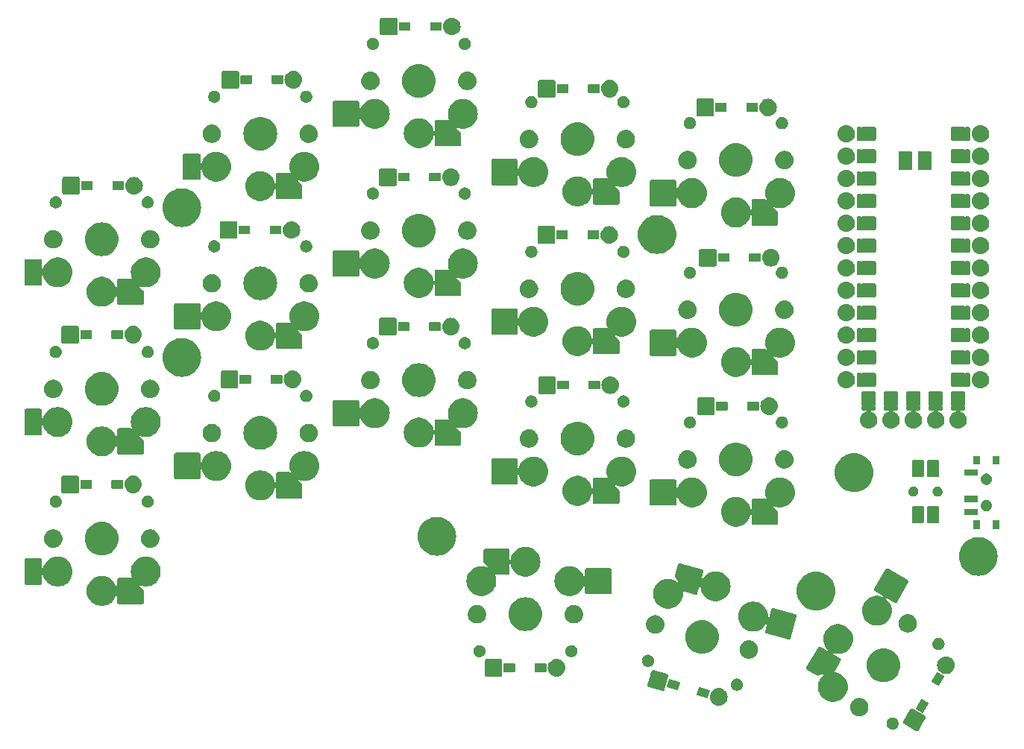
<source format=gbs>
G04 #@! TF.GenerationSoftware,KiCad,Pcbnew,8.0.6*
G04 #@! TF.CreationDate,2024-11-01T11:01:02+01:00*
G04 #@! TF.ProjectId,temper,74656d70-6572-42e6-9b69-6361645f7063,1.0*
G04 #@! TF.SameCoordinates,Original*
G04 #@! TF.FileFunction,Soldermask,Bot*
G04 #@! TF.FilePolarity,Negative*
%FSLAX46Y46*%
G04 Gerber Fmt 4.6, Leading zero omitted, Abs format (unit mm)*
G04 Created by KiCad (PCBNEW 8.0.6) date 2024-11-01 11:01:02*
%MOMM*%
%LPD*%
G01*
G04 APERTURE LIST*
G04 APERTURE END LIST*
G36*
X177977346Y-123726317D02*
G01*
X177981612Y-123728780D01*
X179358719Y-124523851D01*
X179358727Y-124523858D01*
X179362986Y-124526317D01*
X179421657Y-124577769D01*
X179456171Y-124647758D01*
X179461276Y-124725627D01*
X179436191Y-124799522D01*
X179104274Y-125374418D01*
X178638656Y-126180895D01*
X178638651Y-126180899D01*
X178636191Y-126185162D01*
X178584739Y-126243833D01*
X178514750Y-126278347D01*
X178436881Y-126283452D01*
X178362986Y-126258367D01*
X177885818Y-125982874D01*
X176981612Y-125460832D01*
X176981605Y-125460826D01*
X176977346Y-125458367D01*
X176918675Y-125406915D01*
X176884161Y-125336926D01*
X176879056Y-125259057D01*
X176904141Y-125185162D01*
X176906603Y-125180897D01*
X176906604Y-125180895D01*
X177701675Y-123803788D01*
X177701683Y-123803777D01*
X177704141Y-123799522D01*
X177755593Y-123740851D01*
X177825582Y-123706337D01*
X177903451Y-123701232D01*
X177977346Y-123726317D01*
G37*
G36*
X175729500Y-124720423D02*
G01*
X175771116Y-124720423D01*
X175806161Y-124729060D01*
X175841957Y-124733094D01*
X175888257Y-124749295D01*
X175933864Y-124760536D01*
X175960832Y-124774690D01*
X175988850Y-124784494D01*
X176036200Y-124814246D01*
X176082282Y-124838432D01*
X176100799Y-124854837D01*
X176120618Y-124867290D01*
X176165364Y-124912036D01*
X176207747Y-124949584D01*
X176218521Y-124965193D01*
X176230669Y-124977341D01*
X176268861Y-125038124D01*
X176302965Y-125087531D01*
X176307621Y-125099809D01*
X176313465Y-125109109D01*
X176341099Y-125188083D01*
X176362403Y-125244257D01*
X176363278Y-125251468D01*
X176364865Y-125256002D01*
X176378207Y-125374416D01*
X176382607Y-125410653D01*
X176378206Y-125446892D01*
X176364865Y-125565303D01*
X176363278Y-125569836D01*
X176362403Y-125577049D01*
X176341094Y-125633234D01*
X176313465Y-125712196D01*
X176307622Y-125721494D01*
X176302965Y-125733775D01*
X176268854Y-125783191D01*
X176230669Y-125843964D01*
X176218523Y-125856109D01*
X176207747Y-125871722D01*
X176165355Y-125909277D01*
X176120618Y-125954015D01*
X176100803Y-125966465D01*
X176082282Y-125982874D01*
X176036190Y-126007064D01*
X175988850Y-126036811D01*
X175960838Y-126046612D01*
X175933864Y-126060770D01*
X175888247Y-126072013D01*
X175841957Y-126088211D01*
X175806169Y-126092243D01*
X175771116Y-126100883D01*
X175729491Y-126100883D01*
X175687307Y-126105636D01*
X175645123Y-126100883D01*
X175603498Y-126100883D01*
X175568445Y-126092243D01*
X175532656Y-126088211D01*
X175486362Y-126072012D01*
X175440750Y-126060770D01*
X175413777Y-126046613D01*
X175385763Y-126036811D01*
X175338417Y-126007061D01*
X175292332Y-125982874D01*
X175273812Y-125966467D01*
X175253995Y-125954015D01*
X175209249Y-125909269D01*
X175166867Y-125871722D01*
X175156092Y-125856112D01*
X175143944Y-125843964D01*
X175105747Y-125783175D01*
X175071649Y-125733775D01*
X175066993Y-125721498D01*
X175061148Y-125712196D01*
X175033506Y-125633200D01*
X175012211Y-125577049D01*
X175011335Y-125569840D01*
X175009748Y-125565303D01*
X174996393Y-125446777D01*
X174992007Y-125410653D01*
X174996392Y-125374531D01*
X175009748Y-125256002D01*
X175011335Y-125251463D01*
X175012211Y-125244257D01*
X175033501Y-125188117D01*
X175061148Y-125109109D01*
X175066994Y-125099805D01*
X175071649Y-125087531D01*
X175105740Y-125038140D01*
X175143944Y-124977341D01*
X175156094Y-124965190D01*
X175166867Y-124949584D01*
X175209240Y-124912044D01*
X175253995Y-124867290D01*
X175273816Y-124854835D01*
X175292332Y-124838432D01*
X175338407Y-124814249D01*
X175385763Y-124784494D01*
X175413783Y-124774689D01*
X175440750Y-124760536D01*
X175486353Y-124749296D01*
X175532656Y-124733094D01*
X175568453Y-124729060D01*
X175603498Y-124720423D01*
X175645114Y-124720423D01*
X175687307Y-124715669D01*
X175729500Y-124720423D01*
G37*
G36*
X171957679Y-122506936D02*
G01*
X172006943Y-122506936D01*
X172061808Y-122517192D01*
X172115020Y-122522433D01*
X172155444Y-122534695D01*
X172197532Y-122542563D01*
X172255819Y-122565143D01*
X172312162Y-122582235D01*
X172344356Y-122599443D01*
X172378333Y-122612606D01*
X172437369Y-122649160D01*
X172493849Y-122679349D01*
X172517579Y-122698824D01*
X172543178Y-122714674D01*
X172599895Y-122766378D01*
X172653099Y-122810041D01*
X172668864Y-122829250D01*
X172686467Y-122845298D01*
X172737573Y-122912974D01*
X172783791Y-122969291D01*
X172792728Y-122986011D01*
X172803310Y-123000024D01*
X172845412Y-123084577D01*
X172880905Y-123150978D01*
X172884689Y-123163455D01*
X172889736Y-123173589D01*
X172919547Y-123278365D01*
X172940707Y-123348120D01*
X172941402Y-123355177D01*
X172942795Y-123360073D01*
X172957268Y-123516266D01*
X172960900Y-123553140D01*
X172957267Y-123590016D01*
X172942795Y-123746206D01*
X172941402Y-123751100D01*
X172940707Y-123758160D01*
X172919542Y-123827929D01*
X172889736Y-123932690D01*
X172884690Y-123942822D01*
X172880905Y-123955302D01*
X172845405Y-124021716D01*
X172803310Y-124106255D01*
X172792730Y-124120265D01*
X172783791Y-124136989D01*
X172737564Y-124193316D01*
X172686467Y-124260981D01*
X172668867Y-124277025D01*
X172653099Y-124296239D01*
X172599884Y-124339910D01*
X172543178Y-124391605D01*
X172517584Y-124407451D01*
X172493849Y-124426931D01*
X172437358Y-124457126D01*
X172378333Y-124493673D01*
X172344363Y-124506832D01*
X172312162Y-124524045D01*
X172255807Y-124541139D01*
X172197532Y-124563716D01*
X172155451Y-124571582D01*
X172115020Y-124583847D01*
X172061805Y-124589088D01*
X172006943Y-124599344D01*
X171957679Y-124599344D01*
X171910000Y-124604040D01*
X171862321Y-124599344D01*
X171813057Y-124599344D01*
X171758194Y-124589088D01*
X171704980Y-124583847D01*
X171664550Y-124571582D01*
X171622467Y-124563716D01*
X171564187Y-124541138D01*
X171507838Y-124524045D01*
X171475639Y-124506834D01*
X171441666Y-124493673D01*
X171382634Y-124457122D01*
X171326151Y-124426931D01*
X171302418Y-124407454D01*
X171276821Y-124391605D01*
X171220105Y-124339902D01*
X171166901Y-124296239D01*
X171151135Y-124277028D01*
X171133532Y-124260981D01*
X171082423Y-124193301D01*
X171036209Y-124136989D01*
X171027272Y-124120269D01*
X171016689Y-124106255D01*
X170974579Y-124021689D01*
X170939095Y-123955302D01*
X170935310Y-123942827D01*
X170930263Y-123932690D01*
X170900441Y-123827876D01*
X170879293Y-123758160D01*
X170878598Y-123751106D01*
X170877204Y-123746206D01*
X170862715Y-123589845D01*
X170859100Y-123553140D01*
X170862714Y-123516437D01*
X170877204Y-123360073D01*
X170878598Y-123355172D01*
X170879293Y-123348120D01*
X170900436Y-123278418D01*
X170930263Y-123173589D01*
X170935311Y-123163449D01*
X170939095Y-123150978D01*
X170974572Y-123084604D01*
X171016689Y-123000024D01*
X171027274Y-122986007D01*
X171036209Y-122969291D01*
X171082413Y-122912989D01*
X171133532Y-122845298D01*
X171151138Y-122829247D01*
X171166901Y-122810041D01*
X171220094Y-122766386D01*
X171276821Y-122714674D01*
X171302423Y-122698821D01*
X171326151Y-122679349D01*
X171382622Y-122649164D01*
X171441666Y-122612606D01*
X171475646Y-122599441D01*
X171507838Y-122582235D01*
X171564175Y-122565145D01*
X171622467Y-122542563D01*
X171664556Y-122534695D01*
X171704980Y-122522433D01*
X171758191Y-122517192D01*
X171813057Y-122506936D01*
X171862321Y-122506936D01*
X171910000Y-122502240D01*
X171957679Y-122506936D01*
G37*
G36*
X179007316Y-122649883D02*
G01*
X179017723Y-122648790D01*
X179027492Y-122652540D01*
X179030105Y-122652884D01*
X179033509Y-122654849D01*
X179033516Y-122654852D01*
X179759367Y-123073922D01*
X179759369Y-123073924D01*
X179766227Y-123077884D01*
X179785210Y-123102623D01*
X179786621Y-123104190D01*
X179786654Y-123104504D01*
X179791853Y-123111280D01*
X179789358Y-123130228D01*
X179790452Y-123140633D01*
X179786701Y-123150402D01*
X179786358Y-123153015D01*
X179784392Y-123156419D01*
X179784391Y-123156423D01*
X179190318Y-124185387D01*
X179190316Y-124185387D01*
X179186358Y-124192245D01*
X179161611Y-124211233D01*
X179160051Y-124212639D01*
X179159737Y-124212671D01*
X179152962Y-124217871D01*
X179134010Y-124215375D01*
X179123608Y-124216469D01*
X179113841Y-124212720D01*
X179111227Y-124212376D01*
X179107819Y-124210408D01*
X179107815Y-124210407D01*
X178381964Y-123791337D01*
X178381962Y-123791335D01*
X178375105Y-123787376D01*
X178356121Y-123762636D01*
X178354710Y-123761069D01*
X178354676Y-123760753D01*
X178349479Y-123753980D01*
X178351973Y-123735035D01*
X178350879Y-123724626D01*
X178354630Y-123714852D01*
X178354974Y-123712245D01*
X178356935Y-123708847D01*
X178356940Y-123708836D01*
X178951013Y-122679872D01*
X178951017Y-122679868D01*
X178954974Y-122673015D01*
X178979705Y-122654037D01*
X178981280Y-122652620D01*
X178981596Y-122652586D01*
X178988370Y-122647389D01*
X179007316Y-122649883D01*
G37*
G36*
X156163523Y-121405348D02*
G01*
X156351116Y-121462253D01*
X156524003Y-121554663D01*
X156675540Y-121679026D01*
X156799903Y-121830563D01*
X156892313Y-122003450D01*
X156949218Y-122191043D01*
X156968433Y-122386133D01*
X156949218Y-122581223D01*
X156892313Y-122768816D01*
X156799903Y-122941703D01*
X156675540Y-123093240D01*
X156524003Y-123217603D01*
X156351116Y-123310013D01*
X156163523Y-123366918D01*
X155968433Y-123386133D01*
X155773343Y-123366918D01*
X155585750Y-123310013D01*
X155412863Y-123217603D01*
X155261326Y-123093240D01*
X155136963Y-122941703D01*
X155044553Y-122768816D01*
X154987648Y-122581223D01*
X154968433Y-122386133D01*
X154987648Y-122191043D01*
X155044553Y-122003450D01*
X155136963Y-121830563D01*
X155261326Y-121679026D01*
X155412863Y-121554663D01*
X155585750Y-121462253D01*
X155773343Y-121405348D01*
X155968433Y-121386133D01*
X156163523Y-121405348D01*
G37*
G36*
X169885435Y-114157623D02*
G01*
X170128229Y-114232515D01*
X170357149Y-114342757D01*
X170567082Y-114485886D01*
X170753337Y-114658706D01*
X170911755Y-114857356D01*
X171038796Y-115077398D01*
X171131623Y-115313916D01*
X171188161Y-115561628D01*
X171207149Y-115815000D01*
X171188161Y-116068372D01*
X171131623Y-116316084D01*
X171038796Y-116552602D01*
X170911755Y-116772644D01*
X170753337Y-116971294D01*
X170567082Y-117144114D01*
X170357149Y-117287243D01*
X170128229Y-117397485D01*
X169885435Y-117472377D01*
X169634190Y-117510246D01*
X169380108Y-117510246D01*
X169128863Y-117472377D01*
X168886069Y-117397485D01*
X168885220Y-117397076D01*
X168863255Y-117390301D01*
X168827519Y-117472208D01*
X169741215Y-117999729D01*
X169741223Y-117999736D01*
X169745482Y-118002195D01*
X169804153Y-118053648D01*
X169838667Y-118123636D01*
X169843771Y-118201505D01*
X169818687Y-118275400D01*
X169577864Y-118692517D01*
X169171152Y-119396966D01*
X169171147Y-119396970D01*
X169168687Y-119401233D01*
X169117234Y-119459904D01*
X169067619Y-119484370D01*
X169078725Y-119555801D01*
X169290691Y-119587750D01*
X169533485Y-119662642D01*
X169762405Y-119772884D01*
X169972338Y-119916013D01*
X170158593Y-120088833D01*
X170317011Y-120287483D01*
X170444052Y-120507525D01*
X170536879Y-120744043D01*
X170593417Y-120991755D01*
X170612405Y-121245127D01*
X170593417Y-121498499D01*
X170536879Y-121746211D01*
X170444052Y-121982729D01*
X170317011Y-122202771D01*
X170158593Y-122401421D01*
X169972338Y-122574241D01*
X169762405Y-122717370D01*
X169533485Y-122827612D01*
X169290691Y-122902504D01*
X169039446Y-122940373D01*
X168785364Y-122940373D01*
X168534119Y-122902504D01*
X168291325Y-122827612D01*
X168062405Y-122717370D01*
X167852472Y-122574241D01*
X167666217Y-122401421D01*
X167507799Y-122202771D01*
X167380758Y-121982729D01*
X167287931Y-121746211D01*
X167231393Y-121498499D01*
X167212405Y-121245127D01*
X167231393Y-120991755D01*
X167287931Y-120744043D01*
X167380758Y-120507525D01*
X167507799Y-120287483D01*
X167666217Y-120088833D01*
X167852472Y-119916013D01*
X167889728Y-119890612D01*
X167854573Y-119813993D01*
X167646069Y-119869862D01*
X167276171Y-119968977D01*
X167276166Y-119968977D01*
X167271413Y-119970251D01*
X167193544Y-119975354D01*
X167119650Y-119950271D01*
X167115388Y-119947810D01*
X167115381Y-119947808D01*
X165998083Y-119302736D01*
X165998078Y-119302731D01*
X165993816Y-119300271D01*
X165935145Y-119248818D01*
X165900631Y-119178830D01*
X165895527Y-119100961D01*
X165920611Y-119027066D01*
X165923073Y-119022801D01*
X165923074Y-119022799D01*
X167218145Y-116779666D01*
X167218153Y-116779655D01*
X167220611Y-116775400D01*
X167272064Y-116716729D01*
X167342052Y-116682215D01*
X167419921Y-116677111D01*
X167493816Y-116702195D01*
X167498082Y-116704658D01*
X168411778Y-117232180D01*
X168464844Y-117160278D01*
X168447997Y-117144646D01*
X168447216Y-117144114D01*
X168260961Y-116971294D01*
X168102543Y-116772644D01*
X167975502Y-116552602D01*
X167882675Y-116316084D01*
X167826137Y-116068372D01*
X167807149Y-115815000D01*
X167826137Y-115561628D01*
X167882675Y-115313916D01*
X167975502Y-115077398D01*
X168102543Y-114857356D01*
X168260961Y-114658706D01*
X168447216Y-114485886D01*
X168657149Y-114342757D01*
X168886069Y-114232515D01*
X169128863Y-114157623D01*
X169380108Y-114119754D01*
X169634190Y-114119754D01*
X169885435Y-114157623D01*
G37*
G36*
X153770866Y-121301407D02*
G01*
X153773478Y-121301064D01*
X153777275Y-121302081D01*
X153777280Y-121302082D01*
X154924939Y-121609597D01*
X154932589Y-121611647D01*
X154957328Y-121630630D01*
X154959097Y-121631779D01*
X154959210Y-121632074D01*
X154965985Y-121637273D01*
X154968479Y-121656222D01*
X154972229Y-121665989D01*
X154971135Y-121676392D01*
X154971480Y-121679008D01*
X154751484Y-122500045D01*
X154732493Y-122524793D01*
X154731351Y-122526553D01*
X154731056Y-122526665D01*
X154725858Y-122533441D01*
X154706907Y-122535936D01*
X154697141Y-122539685D01*
X154686738Y-122538591D01*
X154684123Y-122538936D01*
X153525012Y-122228353D01*
X153500269Y-122209367D01*
X153498503Y-122208220D01*
X153498389Y-122207924D01*
X153491616Y-122202727D01*
X153489121Y-122183780D01*
X153485371Y-122174010D01*
X153486464Y-122163603D01*
X153486121Y-122160992D01*
X153487138Y-122157195D01*
X153487139Y-122157189D01*
X153704067Y-121347604D01*
X153704067Y-121347602D01*
X153706117Y-121339955D01*
X153725096Y-121315220D01*
X153726249Y-121313446D01*
X153726545Y-121313332D01*
X153731743Y-121306559D01*
X153750688Y-121304064D01*
X153760459Y-121300314D01*
X153770866Y-121301407D01*
G37*
G36*
X148546209Y-119362078D02*
G01*
X149466391Y-119608639D01*
X150086931Y-119774912D01*
X150086933Y-119774913D01*
X150091691Y-119776188D01*
X150161680Y-119810703D01*
X150213132Y-119869374D01*
X150238216Y-119943268D01*
X150233112Y-120021137D01*
X149819002Y-121566619D01*
X149784487Y-121636608D01*
X149725816Y-121688060D01*
X149651922Y-121713144D01*
X149574053Y-121708040D01*
X148028571Y-121293930D01*
X147958582Y-121259415D01*
X147907130Y-121200744D01*
X147882046Y-121126850D01*
X147887150Y-121048981D01*
X148091192Y-120287483D01*
X148299984Y-119508258D01*
X148299985Y-119508254D01*
X148301260Y-119503499D01*
X148335775Y-119433510D01*
X148394446Y-119382058D01*
X148468340Y-119356974D01*
X148546209Y-119362078D01*
G37*
G36*
X158057286Y-120297694D02*
G01*
X158098902Y-120297694D01*
X158133947Y-120306331D01*
X158169743Y-120310365D01*
X158216043Y-120326566D01*
X158261650Y-120337807D01*
X158288618Y-120351961D01*
X158316636Y-120361765D01*
X158363986Y-120391517D01*
X158410068Y-120415703D01*
X158428585Y-120432108D01*
X158448404Y-120444561D01*
X158493150Y-120489307D01*
X158535533Y-120526855D01*
X158546307Y-120542464D01*
X158558455Y-120554612D01*
X158596647Y-120615395D01*
X158630751Y-120664802D01*
X158635407Y-120677080D01*
X158641251Y-120686380D01*
X158668885Y-120765354D01*
X158690189Y-120821528D01*
X158691064Y-120828739D01*
X158692651Y-120833273D01*
X158705993Y-120951687D01*
X158710393Y-120987924D01*
X158705992Y-121024163D01*
X158692651Y-121142574D01*
X158691064Y-121147107D01*
X158690189Y-121154320D01*
X158668880Y-121210505D01*
X158641251Y-121289467D01*
X158635408Y-121298765D01*
X158630751Y-121311046D01*
X158596640Y-121360462D01*
X158558455Y-121421235D01*
X158546309Y-121433380D01*
X158535533Y-121448993D01*
X158493141Y-121486548D01*
X158448404Y-121531286D01*
X158428589Y-121543736D01*
X158410068Y-121560145D01*
X158363976Y-121584335D01*
X158316636Y-121614082D01*
X158288624Y-121623883D01*
X158261650Y-121638041D01*
X158216033Y-121649284D01*
X158169743Y-121665482D01*
X158133955Y-121669514D01*
X158098902Y-121678154D01*
X158057277Y-121678154D01*
X158015093Y-121682907D01*
X157972909Y-121678154D01*
X157931284Y-121678154D01*
X157896231Y-121669514D01*
X157860442Y-121665482D01*
X157814148Y-121649283D01*
X157768536Y-121638041D01*
X157741563Y-121623884D01*
X157713549Y-121614082D01*
X157666203Y-121584332D01*
X157620118Y-121560145D01*
X157601598Y-121543738D01*
X157581781Y-121531286D01*
X157537035Y-121486540D01*
X157494653Y-121448993D01*
X157483878Y-121433383D01*
X157471730Y-121421235D01*
X157433533Y-121360446D01*
X157399435Y-121311046D01*
X157394779Y-121298769D01*
X157388934Y-121289467D01*
X157361292Y-121210471D01*
X157339997Y-121154320D01*
X157339121Y-121147111D01*
X157337534Y-121142574D01*
X157324179Y-121024048D01*
X157319793Y-120987924D01*
X157324178Y-120951802D01*
X157337534Y-120833273D01*
X157339121Y-120828734D01*
X157339997Y-120821528D01*
X157361287Y-120765388D01*
X157388934Y-120686380D01*
X157394780Y-120677076D01*
X157399435Y-120664802D01*
X157433526Y-120615411D01*
X157471730Y-120554612D01*
X157483880Y-120542461D01*
X157494653Y-120526855D01*
X157537026Y-120489315D01*
X157581781Y-120444561D01*
X157601602Y-120432106D01*
X157620118Y-120415703D01*
X157666193Y-120391520D01*
X157713549Y-120361765D01*
X157741569Y-120351960D01*
X157768536Y-120337807D01*
X157814139Y-120326567D01*
X157860442Y-120310365D01*
X157896239Y-120306331D01*
X157931284Y-120297694D01*
X157972900Y-120297694D01*
X158015093Y-120292940D01*
X158057286Y-120297694D01*
G37*
G36*
X150341829Y-120382599D02*
G01*
X150344441Y-120382256D01*
X150348238Y-120383273D01*
X150348243Y-120383274D01*
X151495902Y-120690789D01*
X151503552Y-120692839D01*
X151528291Y-120711822D01*
X151530060Y-120712971D01*
X151530173Y-120713266D01*
X151536948Y-120718465D01*
X151539442Y-120737414D01*
X151543192Y-120747181D01*
X151542098Y-120757584D01*
X151542443Y-120760200D01*
X151322447Y-121581237D01*
X151303456Y-121605985D01*
X151302314Y-121607745D01*
X151302019Y-121607857D01*
X151296821Y-121614633D01*
X151277870Y-121617128D01*
X151268104Y-121620877D01*
X151257701Y-121619783D01*
X151255086Y-121620128D01*
X150095975Y-121309545D01*
X150071232Y-121290559D01*
X150069466Y-121289412D01*
X150069352Y-121289116D01*
X150062579Y-121283919D01*
X150060084Y-121264972D01*
X150056334Y-121255202D01*
X150057427Y-121244795D01*
X150057084Y-121242184D01*
X150058101Y-121238387D01*
X150058102Y-121238381D01*
X150275030Y-120428796D01*
X150275030Y-120428794D01*
X150277080Y-120421147D01*
X150296059Y-120396412D01*
X150297212Y-120394638D01*
X150297508Y-120394524D01*
X150302706Y-120387751D01*
X150321651Y-120385256D01*
X150331422Y-120381506D01*
X150341829Y-120382599D01*
G37*
G36*
X180782316Y-119575493D02*
G01*
X180792723Y-119574400D01*
X180802492Y-119578150D01*
X180805105Y-119578494D01*
X180808509Y-119580459D01*
X180808516Y-119580462D01*
X181534367Y-119999532D01*
X181534369Y-119999534D01*
X181541227Y-120003494D01*
X181560210Y-120028233D01*
X181561621Y-120029800D01*
X181561654Y-120030114D01*
X181566853Y-120036890D01*
X181564358Y-120055838D01*
X181565452Y-120066243D01*
X181561701Y-120076012D01*
X181561358Y-120078625D01*
X181559392Y-120082029D01*
X181559391Y-120082033D01*
X180965318Y-121110997D01*
X180965316Y-121110997D01*
X180961358Y-121117855D01*
X180936611Y-121136843D01*
X180935051Y-121138249D01*
X180934737Y-121138281D01*
X180927962Y-121143481D01*
X180909010Y-121140985D01*
X180898608Y-121142079D01*
X180888841Y-121138330D01*
X180886227Y-121137986D01*
X180882819Y-121136018D01*
X180882815Y-121136017D01*
X180156964Y-120716947D01*
X180156962Y-120716945D01*
X180150105Y-120712986D01*
X180131121Y-120688246D01*
X180129710Y-120686679D01*
X180129676Y-120686363D01*
X180124479Y-120679590D01*
X180126973Y-120660645D01*
X180125879Y-120650236D01*
X180129630Y-120640462D01*
X180129974Y-120637855D01*
X180131935Y-120634457D01*
X180131940Y-120634446D01*
X180726013Y-119605482D01*
X180726017Y-119605478D01*
X180729974Y-119598625D01*
X180754705Y-119579647D01*
X180756280Y-119578230D01*
X180756596Y-119578196D01*
X180763370Y-119572999D01*
X180782316Y-119575493D01*
G37*
G36*
X174932462Y-116894987D02*
G01*
X175199377Y-116953051D01*
X175455312Y-117048510D01*
X175695057Y-117179420D01*
X175913731Y-117343117D01*
X176106883Y-117536269D01*
X176270580Y-117754943D01*
X176401490Y-117994688D01*
X176496949Y-118250623D01*
X176555013Y-118517538D01*
X176574500Y-118790000D01*
X176555013Y-119062462D01*
X176496949Y-119329377D01*
X176401490Y-119585312D01*
X176270580Y-119825057D01*
X176106883Y-120043731D01*
X175913731Y-120236883D01*
X175695057Y-120400580D01*
X175455312Y-120531490D01*
X175199377Y-120626949D01*
X174932462Y-120685013D01*
X174660000Y-120704500D01*
X174387538Y-120685013D01*
X174120623Y-120626949D01*
X173864688Y-120531490D01*
X173624943Y-120400580D01*
X173406269Y-120236883D01*
X173213117Y-120043731D01*
X173049420Y-119825057D01*
X172918510Y-119585312D01*
X172823051Y-119329377D01*
X172764987Y-119062462D01*
X172745500Y-118790000D01*
X172764987Y-118517538D01*
X172823051Y-118250623D01*
X172918510Y-117994688D01*
X173049420Y-117754943D01*
X173213117Y-117536269D01*
X173406269Y-117343117D01*
X173624943Y-117179420D01*
X173864688Y-117048510D01*
X174120623Y-116953051D01*
X174387538Y-116894987D01*
X174660000Y-116875500D01*
X174932462Y-116894987D01*
G37*
G36*
X131260137Y-118090424D02*
G01*
X131325021Y-118133779D01*
X131368376Y-118198663D01*
X131383600Y-118275200D01*
X131383600Y-119875200D01*
X131368376Y-119951737D01*
X131325021Y-120016621D01*
X131260137Y-120059976D01*
X131183600Y-120075200D01*
X129583600Y-120075200D01*
X129507063Y-120059976D01*
X129442179Y-120016621D01*
X129398824Y-119951737D01*
X129383600Y-119875200D01*
X129383600Y-118275200D01*
X129398824Y-118198663D01*
X129442179Y-118133779D01*
X129507063Y-118090424D01*
X129583600Y-118075200D01*
X131183600Y-118075200D01*
X131260137Y-118090424D01*
G37*
G36*
X137730690Y-118094415D02*
G01*
X137918283Y-118151320D01*
X138091170Y-118243730D01*
X138242707Y-118368093D01*
X138367070Y-118519630D01*
X138459480Y-118692517D01*
X138516385Y-118880110D01*
X138535600Y-119075200D01*
X138516385Y-119270290D01*
X138459480Y-119457883D01*
X138367070Y-119630770D01*
X138242707Y-119782307D01*
X138091170Y-119906670D01*
X137918283Y-119999080D01*
X137730690Y-120055985D01*
X137535600Y-120075200D01*
X137340510Y-120055985D01*
X137152917Y-119999080D01*
X136980030Y-119906670D01*
X136828493Y-119782307D01*
X136704130Y-119630770D01*
X136611720Y-119457883D01*
X136554815Y-119270290D01*
X136535600Y-119075200D01*
X136554815Y-118880110D01*
X136611720Y-118692517D01*
X136704130Y-118519630D01*
X136828493Y-118368093D01*
X136980030Y-118243730D01*
X137152917Y-118151320D01*
X137340510Y-118094415D01*
X137535600Y-118075200D01*
X137730690Y-118094415D01*
G37*
G36*
X181941256Y-117817743D02*
G01*
X182128849Y-117874648D01*
X182301736Y-117967058D01*
X182453273Y-118091421D01*
X182577636Y-118242958D01*
X182670046Y-118415845D01*
X182726951Y-118603438D01*
X182746166Y-118798528D01*
X182726951Y-118993618D01*
X182670046Y-119181211D01*
X182577636Y-119354098D01*
X182453273Y-119505635D01*
X182301736Y-119629998D01*
X182128849Y-119722408D01*
X181941256Y-119779313D01*
X181746166Y-119798528D01*
X181551076Y-119779313D01*
X181363483Y-119722408D01*
X181190596Y-119629998D01*
X181039059Y-119505635D01*
X180914696Y-119354098D01*
X180822286Y-119181211D01*
X180765381Y-118993618D01*
X180746166Y-118798528D01*
X180765381Y-118603438D01*
X180822286Y-118415845D01*
X180914696Y-118242958D01*
X181039059Y-118091421D01*
X181190596Y-117967058D01*
X181363483Y-117874648D01*
X181551076Y-117817743D01*
X181746166Y-117798528D01*
X181941256Y-117817743D01*
G37*
G36*
X132813408Y-118607132D02*
G01*
X132815416Y-118607785D01*
X132815602Y-118608041D01*
X132823491Y-118611309D01*
X132830805Y-118628967D01*
X132836954Y-118637431D01*
X132838591Y-118647764D01*
X132839600Y-118650200D01*
X132839600Y-119500200D01*
X132827662Y-119529019D01*
X132827014Y-119531016D01*
X132826759Y-119531201D01*
X132823491Y-119539091D01*
X132805829Y-119546406D01*
X132797368Y-119552554D01*
X132787036Y-119554190D01*
X132784600Y-119555200D01*
X132780667Y-119555200D01*
X131592519Y-119555200D01*
X131584600Y-119555200D01*
X131555784Y-119543264D01*
X131553783Y-119542614D01*
X131553597Y-119542358D01*
X131545709Y-119539091D01*
X131538394Y-119521433D01*
X131532245Y-119512968D01*
X131530608Y-119502634D01*
X131529600Y-119500200D01*
X131529600Y-118650200D01*
X131541531Y-118621394D01*
X131542185Y-118619383D01*
X131542442Y-118619196D01*
X131545709Y-118611309D01*
X131563364Y-118603995D01*
X131571831Y-118597845D01*
X131582165Y-118596208D01*
X131584600Y-118595200D01*
X132784600Y-118595200D01*
X132813408Y-118607132D01*
G37*
G36*
X136363408Y-118607132D02*
G01*
X136365416Y-118607785D01*
X136365602Y-118608041D01*
X136373491Y-118611309D01*
X136380805Y-118628967D01*
X136386954Y-118637431D01*
X136388591Y-118647764D01*
X136389600Y-118650200D01*
X136389600Y-119500200D01*
X136377662Y-119529019D01*
X136377014Y-119531016D01*
X136376759Y-119531201D01*
X136373491Y-119539091D01*
X136355829Y-119546406D01*
X136347368Y-119552554D01*
X136337036Y-119554190D01*
X136334600Y-119555200D01*
X136330667Y-119555200D01*
X135142519Y-119555200D01*
X135134600Y-119555200D01*
X135105784Y-119543264D01*
X135103783Y-119542614D01*
X135103597Y-119542358D01*
X135095709Y-119539091D01*
X135088394Y-119521433D01*
X135082245Y-119512968D01*
X135080608Y-119502634D01*
X135079600Y-119500200D01*
X135079600Y-118650200D01*
X135091531Y-118621394D01*
X135092185Y-118619383D01*
X135092442Y-118619196D01*
X135095709Y-118611309D01*
X135113364Y-118603995D01*
X135121831Y-118597845D01*
X135132165Y-118596208D01*
X135134600Y-118595200D01*
X136334600Y-118595200D01*
X136363408Y-118607132D01*
G37*
G36*
X147973020Y-117595623D02*
G01*
X148014636Y-117595623D01*
X148049681Y-117604260D01*
X148085477Y-117608294D01*
X148131777Y-117624495D01*
X148177384Y-117635736D01*
X148204352Y-117649890D01*
X148232370Y-117659694D01*
X148279720Y-117689446D01*
X148325802Y-117713632D01*
X148344319Y-117730037D01*
X148364138Y-117742490D01*
X148408884Y-117787236D01*
X148451267Y-117824784D01*
X148462041Y-117840393D01*
X148474189Y-117852541D01*
X148512381Y-117913324D01*
X148546485Y-117962731D01*
X148551141Y-117975009D01*
X148556985Y-117984309D01*
X148584619Y-118063283D01*
X148605923Y-118119457D01*
X148606798Y-118126668D01*
X148608385Y-118131202D01*
X148621727Y-118249616D01*
X148626127Y-118285853D01*
X148621726Y-118322092D01*
X148608385Y-118440503D01*
X148606798Y-118445036D01*
X148605923Y-118452249D01*
X148584614Y-118508434D01*
X148556985Y-118587396D01*
X148551142Y-118596694D01*
X148546485Y-118608975D01*
X148512374Y-118658391D01*
X148474189Y-118719164D01*
X148462043Y-118731309D01*
X148451267Y-118746922D01*
X148408875Y-118784477D01*
X148364138Y-118829215D01*
X148344323Y-118841665D01*
X148325802Y-118858074D01*
X148279710Y-118882264D01*
X148232370Y-118912011D01*
X148204358Y-118921812D01*
X148177384Y-118935970D01*
X148131767Y-118947213D01*
X148085477Y-118963411D01*
X148049689Y-118967443D01*
X148014636Y-118976083D01*
X147973011Y-118976083D01*
X147930827Y-118980836D01*
X147888643Y-118976083D01*
X147847018Y-118976083D01*
X147811965Y-118967443D01*
X147776176Y-118963411D01*
X147729882Y-118947212D01*
X147684270Y-118935970D01*
X147657297Y-118921813D01*
X147629283Y-118912011D01*
X147581937Y-118882261D01*
X147535852Y-118858074D01*
X147517332Y-118841667D01*
X147497515Y-118829215D01*
X147452769Y-118784469D01*
X147410387Y-118746922D01*
X147399612Y-118731312D01*
X147387464Y-118719164D01*
X147349267Y-118658375D01*
X147315169Y-118608975D01*
X147310513Y-118596698D01*
X147304668Y-118587396D01*
X147277026Y-118508400D01*
X147255731Y-118452249D01*
X147254855Y-118445040D01*
X147253268Y-118440503D01*
X147239913Y-118321977D01*
X147235527Y-118285853D01*
X147239912Y-118249731D01*
X147253268Y-118131202D01*
X147254855Y-118126663D01*
X147255731Y-118119457D01*
X147277021Y-118063317D01*
X147304668Y-117984309D01*
X147310514Y-117975005D01*
X147315169Y-117962731D01*
X147349260Y-117913340D01*
X147387464Y-117852541D01*
X147399614Y-117840390D01*
X147410387Y-117824784D01*
X147452760Y-117787244D01*
X147497515Y-117742490D01*
X147517336Y-117730035D01*
X147535852Y-117713632D01*
X147581927Y-117689449D01*
X147629283Y-117659694D01*
X147657303Y-117649889D01*
X147684270Y-117635736D01*
X147729873Y-117624496D01*
X147776176Y-117608294D01*
X147811973Y-117604260D01*
X147847018Y-117595623D01*
X147888634Y-117595623D01*
X147930827Y-117590869D01*
X147973020Y-117595623D01*
G37*
G36*
X159420271Y-115957301D02*
G01*
X159469535Y-115957301D01*
X159524400Y-115967557D01*
X159577612Y-115972798D01*
X159618036Y-115985060D01*
X159660124Y-115992928D01*
X159718411Y-116015508D01*
X159774754Y-116032600D01*
X159806948Y-116049808D01*
X159840925Y-116062971D01*
X159899961Y-116099525D01*
X159956441Y-116129714D01*
X159980171Y-116149189D01*
X160005770Y-116165039D01*
X160062487Y-116216743D01*
X160115691Y-116260406D01*
X160131456Y-116279615D01*
X160149059Y-116295663D01*
X160200165Y-116363339D01*
X160246383Y-116419656D01*
X160255320Y-116436376D01*
X160265902Y-116450389D01*
X160308004Y-116534942D01*
X160343497Y-116601343D01*
X160347281Y-116613820D01*
X160352328Y-116623954D01*
X160382139Y-116728730D01*
X160403299Y-116798485D01*
X160403994Y-116805542D01*
X160405387Y-116810438D01*
X160419860Y-116966631D01*
X160423492Y-117003505D01*
X160419859Y-117040381D01*
X160405387Y-117196571D01*
X160403994Y-117201465D01*
X160403299Y-117208525D01*
X160382134Y-117278294D01*
X160352328Y-117383055D01*
X160347282Y-117393187D01*
X160343497Y-117405667D01*
X160307997Y-117472081D01*
X160265902Y-117556620D01*
X160255322Y-117570630D01*
X160246383Y-117587354D01*
X160200156Y-117643681D01*
X160149059Y-117711346D01*
X160131459Y-117727390D01*
X160115691Y-117746604D01*
X160062476Y-117790275D01*
X160005770Y-117841970D01*
X159980176Y-117857816D01*
X159956441Y-117877296D01*
X159899950Y-117907491D01*
X159840925Y-117944038D01*
X159806955Y-117957197D01*
X159774754Y-117974410D01*
X159718399Y-117991504D01*
X159660124Y-118014081D01*
X159618043Y-118021947D01*
X159577612Y-118034212D01*
X159524397Y-118039453D01*
X159469535Y-118049709D01*
X159420271Y-118049709D01*
X159372592Y-118054405D01*
X159324913Y-118049709D01*
X159275649Y-118049709D01*
X159220786Y-118039453D01*
X159167572Y-118034212D01*
X159127142Y-118021947D01*
X159085059Y-118014081D01*
X159026779Y-117991503D01*
X158970430Y-117974410D01*
X158938231Y-117957199D01*
X158904258Y-117944038D01*
X158845226Y-117907487D01*
X158788743Y-117877296D01*
X158765010Y-117857819D01*
X158739413Y-117841970D01*
X158682697Y-117790267D01*
X158629493Y-117746604D01*
X158613727Y-117727393D01*
X158596124Y-117711346D01*
X158545015Y-117643666D01*
X158498801Y-117587354D01*
X158489864Y-117570634D01*
X158479281Y-117556620D01*
X158437171Y-117472054D01*
X158401687Y-117405667D01*
X158397902Y-117393192D01*
X158392855Y-117383055D01*
X158363033Y-117278241D01*
X158341885Y-117208525D01*
X158341190Y-117201471D01*
X158339796Y-117196571D01*
X158325307Y-117040210D01*
X158321692Y-117003505D01*
X158325306Y-116966802D01*
X158339796Y-116810438D01*
X158341190Y-116805537D01*
X158341885Y-116798485D01*
X158363028Y-116728783D01*
X158392855Y-116623954D01*
X158397903Y-116613814D01*
X158401687Y-116601343D01*
X158437164Y-116534969D01*
X158479281Y-116450389D01*
X158489866Y-116436372D01*
X158498801Y-116419656D01*
X158545005Y-116363354D01*
X158596124Y-116295663D01*
X158613730Y-116279612D01*
X158629493Y-116260406D01*
X158682686Y-116216751D01*
X158739413Y-116165039D01*
X158765015Y-116149186D01*
X158788743Y-116129714D01*
X158845214Y-116099529D01*
X158904258Y-116062971D01*
X158938238Y-116049806D01*
X158970430Y-116032600D01*
X159026767Y-116015510D01*
X159085059Y-115992928D01*
X159127148Y-115985060D01*
X159167572Y-115972798D01*
X159220783Y-115967557D01*
X159275649Y-115957301D01*
X159324913Y-115957301D01*
X159372592Y-115952605D01*
X159420271Y-115957301D01*
G37*
G36*
X128832193Y-116499770D02*
G01*
X128873809Y-116499770D01*
X128908854Y-116508407D01*
X128944650Y-116512441D01*
X128990950Y-116528642D01*
X129036557Y-116539883D01*
X129063525Y-116554037D01*
X129091543Y-116563841D01*
X129138893Y-116593593D01*
X129184975Y-116617779D01*
X129203492Y-116634184D01*
X129223311Y-116646637D01*
X129268057Y-116691383D01*
X129310440Y-116728931D01*
X129321214Y-116744540D01*
X129333362Y-116756688D01*
X129371554Y-116817471D01*
X129405658Y-116866878D01*
X129410314Y-116879156D01*
X129416158Y-116888456D01*
X129443792Y-116967430D01*
X129465096Y-117023604D01*
X129465971Y-117030815D01*
X129467558Y-117035349D01*
X129480900Y-117153763D01*
X129485300Y-117190000D01*
X129480899Y-117226239D01*
X129467558Y-117344650D01*
X129465971Y-117349183D01*
X129465096Y-117356396D01*
X129443787Y-117412581D01*
X129416158Y-117491543D01*
X129410315Y-117500841D01*
X129405658Y-117513122D01*
X129371547Y-117562538D01*
X129333362Y-117623311D01*
X129321216Y-117635456D01*
X129310440Y-117651069D01*
X129268048Y-117688624D01*
X129223311Y-117733362D01*
X129203496Y-117745812D01*
X129184975Y-117762221D01*
X129138883Y-117786411D01*
X129091543Y-117816158D01*
X129063531Y-117825959D01*
X129036557Y-117840117D01*
X128990940Y-117851360D01*
X128944650Y-117867558D01*
X128908862Y-117871590D01*
X128873809Y-117880230D01*
X128832184Y-117880230D01*
X128790000Y-117884983D01*
X128747816Y-117880230D01*
X128706191Y-117880230D01*
X128671138Y-117871590D01*
X128635349Y-117867558D01*
X128589055Y-117851359D01*
X128543443Y-117840117D01*
X128516470Y-117825960D01*
X128488456Y-117816158D01*
X128441110Y-117786408D01*
X128395025Y-117762221D01*
X128376505Y-117745814D01*
X128356688Y-117733362D01*
X128311942Y-117688616D01*
X128269560Y-117651069D01*
X128258785Y-117635459D01*
X128246637Y-117623311D01*
X128208440Y-117562522D01*
X128174342Y-117513122D01*
X128169686Y-117500845D01*
X128163841Y-117491543D01*
X128136199Y-117412547D01*
X128114904Y-117356396D01*
X128114028Y-117349187D01*
X128112441Y-117344650D01*
X128099086Y-117226124D01*
X128094700Y-117190000D01*
X128099085Y-117153878D01*
X128112441Y-117035349D01*
X128114028Y-117030810D01*
X128114904Y-117023604D01*
X128136194Y-116967464D01*
X128163841Y-116888456D01*
X128169687Y-116879152D01*
X128174342Y-116866878D01*
X128208433Y-116817487D01*
X128246637Y-116756688D01*
X128258787Y-116744537D01*
X128269560Y-116728931D01*
X128311933Y-116691391D01*
X128356688Y-116646637D01*
X128376509Y-116634182D01*
X128395025Y-116617779D01*
X128441100Y-116593596D01*
X128488456Y-116563841D01*
X128516476Y-116554036D01*
X128543443Y-116539883D01*
X128589046Y-116528643D01*
X128635349Y-116512441D01*
X128671146Y-116508407D01*
X128706191Y-116499770D01*
X128747807Y-116499770D01*
X128790000Y-116495016D01*
X128832193Y-116499770D01*
G37*
G36*
X139272193Y-116499770D02*
G01*
X139313809Y-116499770D01*
X139348854Y-116508407D01*
X139384650Y-116512441D01*
X139430950Y-116528642D01*
X139476557Y-116539883D01*
X139503525Y-116554037D01*
X139531543Y-116563841D01*
X139578893Y-116593593D01*
X139624975Y-116617779D01*
X139643492Y-116634184D01*
X139663311Y-116646637D01*
X139708057Y-116691383D01*
X139750440Y-116728931D01*
X139761214Y-116744540D01*
X139773362Y-116756688D01*
X139811554Y-116817471D01*
X139845658Y-116866878D01*
X139850314Y-116879156D01*
X139856158Y-116888456D01*
X139883792Y-116967430D01*
X139905096Y-117023604D01*
X139905971Y-117030815D01*
X139907558Y-117035349D01*
X139920900Y-117153763D01*
X139925300Y-117190000D01*
X139920899Y-117226239D01*
X139907558Y-117344650D01*
X139905971Y-117349183D01*
X139905096Y-117356396D01*
X139883787Y-117412581D01*
X139856158Y-117491543D01*
X139850315Y-117500841D01*
X139845658Y-117513122D01*
X139811547Y-117562538D01*
X139773362Y-117623311D01*
X139761216Y-117635456D01*
X139750440Y-117651069D01*
X139708048Y-117688624D01*
X139663311Y-117733362D01*
X139643496Y-117745812D01*
X139624975Y-117762221D01*
X139578883Y-117786411D01*
X139531543Y-117816158D01*
X139503531Y-117825959D01*
X139476557Y-117840117D01*
X139430940Y-117851360D01*
X139384650Y-117867558D01*
X139348862Y-117871590D01*
X139313809Y-117880230D01*
X139272184Y-117880230D01*
X139230000Y-117884983D01*
X139187816Y-117880230D01*
X139146191Y-117880230D01*
X139111138Y-117871590D01*
X139075349Y-117867558D01*
X139029055Y-117851359D01*
X138983443Y-117840117D01*
X138956470Y-117825960D01*
X138928456Y-117816158D01*
X138881110Y-117786408D01*
X138835025Y-117762221D01*
X138816505Y-117745814D01*
X138796688Y-117733362D01*
X138751942Y-117688616D01*
X138709560Y-117651069D01*
X138698785Y-117635459D01*
X138686637Y-117623311D01*
X138648440Y-117562522D01*
X138614342Y-117513122D01*
X138609686Y-117500845D01*
X138603841Y-117491543D01*
X138576199Y-117412547D01*
X138554904Y-117356396D01*
X138554028Y-117349187D01*
X138552441Y-117344650D01*
X138539086Y-117226124D01*
X138534700Y-117190000D01*
X138539085Y-117153878D01*
X138552441Y-117035349D01*
X138554028Y-117030810D01*
X138554904Y-117023604D01*
X138576194Y-116967464D01*
X138603841Y-116888456D01*
X138609687Y-116879152D01*
X138614342Y-116866878D01*
X138648433Y-116817487D01*
X138686637Y-116756688D01*
X138698787Y-116744537D01*
X138709560Y-116728931D01*
X138751933Y-116691391D01*
X138796688Y-116646637D01*
X138816509Y-116634182D01*
X138835025Y-116617779D01*
X138881100Y-116593596D01*
X138928456Y-116563841D01*
X138956476Y-116554036D01*
X138983443Y-116539883D01*
X139029046Y-116528643D01*
X139075349Y-116512441D01*
X139111146Y-116508407D01*
X139146191Y-116499770D01*
X139187807Y-116499770D01*
X139230000Y-116495016D01*
X139272193Y-116499770D01*
G37*
G36*
X154332462Y-113684987D02*
G01*
X154599377Y-113743051D01*
X154855312Y-113838510D01*
X155095057Y-113969420D01*
X155313731Y-114133117D01*
X155506883Y-114326269D01*
X155670580Y-114544943D01*
X155801490Y-114784688D01*
X155896949Y-115040623D01*
X155955013Y-115307538D01*
X155974500Y-115580000D01*
X155955013Y-115852462D01*
X155896949Y-116119377D01*
X155801490Y-116375312D01*
X155670580Y-116615057D01*
X155506883Y-116833731D01*
X155313731Y-117026883D01*
X155095057Y-117190580D01*
X154855312Y-117321490D01*
X154599377Y-117416949D01*
X154332462Y-117475013D01*
X154060000Y-117494500D01*
X153787538Y-117475013D01*
X153520623Y-117416949D01*
X153264688Y-117321490D01*
X153024943Y-117190580D01*
X152806269Y-117026883D01*
X152613117Y-116833731D01*
X152449420Y-116615057D01*
X152318510Y-116375312D01*
X152223051Y-116119377D01*
X152164987Y-115852462D01*
X152145500Y-115580000D01*
X152164987Y-115307538D01*
X152223051Y-115040623D01*
X152318510Y-114784688D01*
X152449420Y-114544943D01*
X152613117Y-114326269D01*
X152806269Y-114133117D01*
X153024943Y-113969420D01*
X153264688Y-113838510D01*
X153520623Y-113743051D01*
X153787538Y-113684987D01*
X154060000Y-113665500D01*
X154332462Y-113684987D01*
G37*
G36*
X180949500Y-115679117D02*
G01*
X180991116Y-115679117D01*
X181026161Y-115687754D01*
X181061957Y-115691788D01*
X181108257Y-115707989D01*
X181153864Y-115719230D01*
X181180832Y-115733384D01*
X181208850Y-115743188D01*
X181256200Y-115772940D01*
X181302282Y-115797126D01*
X181320799Y-115813531D01*
X181340618Y-115825984D01*
X181385364Y-115870730D01*
X181427747Y-115908278D01*
X181438521Y-115923887D01*
X181450669Y-115936035D01*
X181488861Y-115996818D01*
X181522965Y-116046225D01*
X181527621Y-116058503D01*
X181533465Y-116067803D01*
X181561099Y-116146777D01*
X181582403Y-116202951D01*
X181583278Y-116210162D01*
X181584865Y-116214696D01*
X181598207Y-116333110D01*
X181602607Y-116369347D01*
X181598206Y-116405586D01*
X181584865Y-116523997D01*
X181583278Y-116528530D01*
X181582403Y-116535743D01*
X181561094Y-116591928D01*
X181533465Y-116670890D01*
X181527622Y-116680188D01*
X181522965Y-116692469D01*
X181488854Y-116741885D01*
X181450669Y-116802658D01*
X181438523Y-116814803D01*
X181427747Y-116830416D01*
X181385355Y-116867971D01*
X181340618Y-116912709D01*
X181320803Y-116925159D01*
X181302282Y-116941568D01*
X181256190Y-116965758D01*
X181208850Y-116995505D01*
X181180838Y-117005306D01*
X181153864Y-117019464D01*
X181108247Y-117030707D01*
X181061957Y-117046905D01*
X181026169Y-117050937D01*
X180991116Y-117059577D01*
X180949491Y-117059577D01*
X180907307Y-117064330D01*
X180865123Y-117059577D01*
X180823498Y-117059577D01*
X180788445Y-117050937D01*
X180752656Y-117046905D01*
X180706362Y-117030706D01*
X180660750Y-117019464D01*
X180633777Y-117005307D01*
X180605763Y-116995505D01*
X180558417Y-116965755D01*
X180512332Y-116941568D01*
X180493812Y-116925161D01*
X180473995Y-116912709D01*
X180429249Y-116867963D01*
X180386867Y-116830416D01*
X180376092Y-116814806D01*
X180363944Y-116802658D01*
X180325747Y-116741869D01*
X180291649Y-116692469D01*
X180286993Y-116680192D01*
X180281148Y-116670890D01*
X180253506Y-116591894D01*
X180232211Y-116535743D01*
X180231335Y-116528534D01*
X180229748Y-116523997D01*
X180216393Y-116405471D01*
X180212007Y-116369347D01*
X180216392Y-116333225D01*
X180229748Y-116214696D01*
X180231335Y-116210157D01*
X180232211Y-116202951D01*
X180253501Y-116146811D01*
X180281148Y-116067803D01*
X180286994Y-116058499D01*
X180291649Y-116046225D01*
X180325740Y-115996834D01*
X180363944Y-115936035D01*
X180376094Y-115923884D01*
X180386867Y-115908278D01*
X180429240Y-115870738D01*
X180473995Y-115825984D01*
X180493816Y-115813529D01*
X180512332Y-115797126D01*
X180558407Y-115772943D01*
X180605763Y-115743188D01*
X180633783Y-115733383D01*
X180660750Y-115719230D01*
X180706353Y-115707990D01*
X180752656Y-115691788D01*
X180788453Y-115687754D01*
X180823498Y-115679117D01*
X180865114Y-115679117D01*
X180907307Y-115674363D01*
X180949500Y-115679117D01*
G37*
G36*
X160238487Y-111594496D02*
G01*
X160481281Y-111669388D01*
X160710201Y-111779630D01*
X160920134Y-111922759D01*
X161106389Y-112095579D01*
X161264807Y-112294229D01*
X161391848Y-112514271D01*
X161484675Y-112750789D01*
X161541213Y-112998501D01*
X161560201Y-113251873D01*
X161543155Y-113479324D01*
X161632790Y-113494554D01*
X161909908Y-112460332D01*
X161909910Y-112460327D01*
X161911184Y-112455574D01*
X161945699Y-112385585D01*
X162004369Y-112334133D01*
X162078264Y-112309049D01*
X162156133Y-112314153D01*
X162160886Y-112315426D01*
X162160891Y-112315427D01*
X164662781Y-112985806D01*
X164662784Y-112985807D01*
X164667540Y-112987082D01*
X164737529Y-113021597D01*
X164788981Y-113080267D01*
X164814065Y-113154162D01*
X164808961Y-113232031D01*
X164136032Y-115743438D01*
X164101517Y-115813427D01*
X164042847Y-115864879D01*
X163968952Y-115889963D01*
X163891083Y-115884859D01*
X163886324Y-115883584D01*
X161384434Y-115213205D01*
X161384433Y-115213204D01*
X161379676Y-115211930D01*
X161309687Y-115177415D01*
X161258235Y-115118745D01*
X161233151Y-115044850D01*
X161238255Y-114966981D01*
X161239528Y-114962227D01*
X161239529Y-114962222D01*
X161515408Y-113932630D01*
X161425738Y-113903124D01*
X161391848Y-113989475D01*
X161264807Y-114209517D01*
X161106389Y-114408167D01*
X160920134Y-114580987D01*
X160710201Y-114724116D01*
X160481281Y-114834358D01*
X160238487Y-114909250D01*
X159987242Y-114947119D01*
X159733160Y-114947119D01*
X159481915Y-114909250D01*
X159239121Y-114834358D01*
X159010201Y-114724116D01*
X158800268Y-114580987D01*
X158614013Y-114408167D01*
X158455595Y-114209517D01*
X158328554Y-113989475D01*
X158235727Y-113752957D01*
X158179189Y-113505245D01*
X158160201Y-113251873D01*
X158179189Y-112998501D01*
X158235727Y-112750789D01*
X158328554Y-112514271D01*
X158455595Y-112294229D01*
X158614013Y-112095579D01*
X158800268Y-111922759D01*
X159010201Y-111779630D01*
X159239121Y-111669388D01*
X159481915Y-111594496D01*
X159733160Y-111556627D01*
X159987242Y-111556627D01*
X160238487Y-111594496D01*
G37*
G36*
X148795087Y-113110291D02*
G01*
X148844351Y-113110291D01*
X148899216Y-113120547D01*
X148952428Y-113125788D01*
X148992852Y-113138050D01*
X149034940Y-113145918D01*
X149093227Y-113168498D01*
X149149570Y-113185590D01*
X149181764Y-113202798D01*
X149215741Y-113215961D01*
X149274777Y-113252515D01*
X149331257Y-113282704D01*
X149354987Y-113302179D01*
X149380586Y-113318029D01*
X149437303Y-113369733D01*
X149490507Y-113413396D01*
X149506272Y-113432605D01*
X149523875Y-113448653D01*
X149574981Y-113516329D01*
X149621199Y-113572646D01*
X149630136Y-113589366D01*
X149640718Y-113603379D01*
X149682820Y-113687932D01*
X149718313Y-113754333D01*
X149722097Y-113766810D01*
X149727144Y-113776944D01*
X149756955Y-113881720D01*
X149778115Y-113951475D01*
X149778810Y-113958532D01*
X149780203Y-113963428D01*
X149794676Y-114119621D01*
X149798308Y-114156495D01*
X149794675Y-114193371D01*
X149780203Y-114349561D01*
X149778810Y-114354455D01*
X149778115Y-114361515D01*
X149756950Y-114431284D01*
X149727144Y-114536045D01*
X149722098Y-114546177D01*
X149718313Y-114558657D01*
X149682813Y-114625071D01*
X149640718Y-114709610D01*
X149630138Y-114723620D01*
X149621199Y-114740344D01*
X149574972Y-114796671D01*
X149523875Y-114864336D01*
X149506275Y-114880380D01*
X149490507Y-114899594D01*
X149437292Y-114943265D01*
X149380586Y-114994960D01*
X149354992Y-115010806D01*
X149331257Y-115030286D01*
X149274766Y-115060481D01*
X149215741Y-115097028D01*
X149181771Y-115110187D01*
X149149570Y-115127400D01*
X149093215Y-115144494D01*
X149034940Y-115167071D01*
X148992859Y-115174937D01*
X148952428Y-115187202D01*
X148899213Y-115192443D01*
X148844351Y-115202699D01*
X148795087Y-115202699D01*
X148747408Y-115207395D01*
X148699729Y-115202699D01*
X148650465Y-115202699D01*
X148595602Y-115192443D01*
X148542388Y-115187202D01*
X148501958Y-115174937D01*
X148459875Y-115167071D01*
X148401595Y-115144493D01*
X148345246Y-115127400D01*
X148313047Y-115110189D01*
X148279074Y-115097028D01*
X148220042Y-115060477D01*
X148163559Y-115030286D01*
X148139826Y-115010809D01*
X148114229Y-114994960D01*
X148057513Y-114943257D01*
X148004309Y-114899594D01*
X147988543Y-114880383D01*
X147970940Y-114864336D01*
X147919831Y-114796656D01*
X147873617Y-114740344D01*
X147864680Y-114723624D01*
X147854097Y-114709610D01*
X147811987Y-114625044D01*
X147776503Y-114558657D01*
X147772718Y-114546182D01*
X147767671Y-114536045D01*
X147737849Y-114431231D01*
X147716701Y-114361515D01*
X147716006Y-114354461D01*
X147714612Y-114349561D01*
X147700123Y-114193200D01*
X147696508Y-114156495D01*
X147700122Y-114119792D01*
X147714612Y-113963428D01*
X147716006Y-113958527D01*
X147716701Y-113951475D01*
X147737844Y-113881773D01*
X147767671Y-113776944D01*
X147772719Y-113766804D01*
X147776503Y-113754333D01*
X147811980Y-113687959D01*
X147854097Y-113603379D01*
X147864682Y-113589362D01*
X147873617Y-113572646D01*
X147919821Y-113516344D01*
X147970940Y-113448653D01*
X147988546Y-113432602D01*
X148004309Y-113413396D01*
X148057502Y-113369741D01*
X148114229Y-113318029D01*
X148139831Y-113302176D01*
X148163559Y-113282704D01*
X148220030Y-113252519D01*
X148279074Y-113215961D01*
X148313054Y-113202796D01*
X148345246Y-113185590D01*
X148401583Y-113168500D01*
X148459875Y-113145918D01*
X148501964Y-113138050D01*
X148542388Y-113125788D01*
X148595599Y-113120547D01*
X148650465Y-113110291D01*
X148699729Y-113110291D01*
X148747408Y-113105595D01*
X148795087Y-113110291D01*
G37*
G36*
X177457679Y-112980656D02*
G01*
X177506943Y-112980656D01*
X177561808Y-112990912D01*
X177615020Y-112996153D01*
X177655444Y-113008415D01*
X177697532Y-113016283D01*
X177755819Y-113038863D01*
X177812162Y-113055955D01*
X177844356Y-113073163D01*
X177878333Y-113086326D01*
X177937369Y-113122880D01*
X177993849Y-113153069D01*
X178017579Y-113172544D01*
X178043178Y-113188394D01*
X178099895Y-113240098D01*
X178153099Y-113283761D01*
X178168864Y-113302970D01*
X178186467Y-113319018D01*
X178237573Y-113386694D01*
X178283791Y-113443011D01*
X178292728Y-113459731D01*
X178303310Y-113473744D01*
X178345412Y-113558297D01*
X178380905Y-113624698D01*
X178384689Y-113637175D01*
X178389736Y-113647309D01*
X178419547Y-113752085D01*
X178440707Y-113821840D01*
X178441402Y-113828897D01*
X178442795Y-113833793D01*
X178457268Y-113989986D01*
X178460900Y-114026860D01*
X178457267Y-114063736D01*
X178442795Y-114219926D01*
X178441402Y-114224820D01*
X178440707Y-114231880D01*
X178419542Y-114301649D01*
X178389736Y-114406410D01*
X178384690Y-114416542D01*
X178380905Y-114429022D01*
X178345405Y-114495436D01*
X178303310Y-114579975D01*
X178292730Y-114593985D01*
X178283791Y-114610709D01*
X178237564Y-114667036D01*
X178186467Y-114734701D01*
X178168867Y-114750745D01*
X178153099Y-114769959D01*
X178099884Y-114813630D01*
X178043178Y-114865325D01*
X178017584Y-114881171D01*
X177993849Y-114900651D01*
X177937358Y-114930846D01*
X177878333Y-114967393D01*
X177844363Y-114980552D01*
X177812162Y-114997765D01*
X177755807Y-115014859D01*
X177697532Y-115037436D01*
X177655451Y-115045302D01*
X177615020Y-115057567D01*
X177561805Y-115062808D01*
X177506943Y-115073064D01*
X177457679Y-115073064D01*
X177410000Y-115077760D01*
X177362321Y-115073064D01*
X177313057Y-115073064D01*
X177258194Y-115062808D01*
X177204980Y-115057567D01*
X177164550Y-115045302D01*
X177122467Y-115037436D01*
X177064187Y-115014858D01*
X177007838Y-114997765D01*
X176975639Y-114980554D01*
X176941666Y-114967393D01*
X176882634Y-114930842D01*
X176826151Y-114900651D01*
X176802418Y-114881174D01*
X176776821Y-114865325D01*
X176720105Y-114813622D01*
X176666901Y-114769959D01*
X176651135Y-114750748D01*
X176633532Y-114734701D01*
X176582423Y-114667021D01*
X176536209Y-114610709D01*
X176527272Y-114593989D01*
X176516689Y-114579975D01*
X176474579Y-114495409D01*
X176439095Y-114429022D01*
X176435310Y-114416547D01*
X176430263Y-114406410D01*
X176400441Y-114301596D01*
X176379293Y-114231880D01*
X176378598Y-114224826D01*
X176377204Y-114219926D01*
X176362715Y-114063565D01*
X176359100Y-114026860D01*
X176362714Y-113990157D01*
X176377204Y-113833793D01*
X176378598Y-113828892D01*
X176379293Y-113821840D01*
X176400436Y-113752138D01*
X176430263Y-113647309D01*
X176435311Y-113637169D01*
X176439095Y-113624698D01*
X176474572Y-113558324D01*
X176516689Y-113473744D01*
X176527274Y-113459727D01*
X176536209Y-113443011D01*
X176582413Y-113386709D01*
X176633532Y-113319018D01*
X176651138Y-113302967D01*
X176666901Y-113283761D01*
X176720094Y-113240106D01*
X176776821Y-113188394D01*
X176802423Y-113172541D01*
X176826151Y-113153069D01*
X176882622Y-113122884D01*
X176941666Y-113086326D01*
X176975646Y-113073161D01*
X177007838Y-113055955D01*
X177064175Y-113038865D01*
X177122467Y-113016283D01*
X177164556Y-113008415D01*
X177204980Y-112996153D01*
X177258191Y-112990912D01*
X177313057Y-112980656D01*
X177362321Y-112980656D01*
X177410000Y-112975960D01*
X177457679Y-112980656D01*
G37*
G36*
X134282462Y-111094987D02*
G01*
X134549377Y-111153051D01*
X134805312Y-111248510D01*
X135045057Y-111379420D01*
X135263731Y-111543117D01*
X135456883Y-111736269D01*
X135620580Y-111954943D01*
X135751490Y-112194688D01*
X135846949Y-112450623D01*
X135905013Y-112717538D01*
X135924500Y-112990000D01*
X135905013Y-113262462D01*
X135846949Y-113529377D01*
X135751490Y-113785312D01*
X135620580Y-114025057D01*
X135456883Y-114243731D01*
X135263731Y-114436883D01*
X135045057Y-114600580D01*
X134805312Y-114731490D01*
X134549377Y-114826949D01*
X134282462Y-114885013D01*
X134010000Y-114904500D01*
X133737538Y-114885013D01*
X133470623Y-114826949D01*
X133214688Y-114731490D01*
X132974943Y-114600580D01*
X132756269Y-114436883D01*
X132563117Y-114243731D01*
X132399420Y-114025057D01*
X132268510Y-113785312D01*
X132173051Y-113529377D01*
X132114987Y-113262462D01*
X132095500Y-112990000D01*
X132114987Y-112717538D01*
X132173051Y-112450623D01*
X132268510Y-112194688D01*
X132399420Y-111954943D01*
X132563117Y-111736269D01*
X132756269Y-111543117D01*
X132974943Y-111379420D01*
X133214688Y-111248510D01*
X133470623Y-111153051D01*
X133737538Y-111094987D01*
X134010000Y-111075500D01*
X134282462Y-111094987D01*
G37*
G36*
X175174072Y-107799602D02*
G01*
X175178338Y-107802065D01*
X177421471Y-109097136D01*
X177421479Y-109097143D01*
X177425738Y-109099602D01*
X177484409Y-109151055D01*
X177518923Y-109221043D01*
X177524027Y-109298912D01*
X177498943Y-109372807D01*
X177067432Y-110120206D01*
X176201408Y-111620206D01*
X176201403Y-111620210D01*
X176198943Y-111624473D01*
X176147490Y-111683144D01*
X176077502Y-111717658D01*
X175999633Y-111722762D01*
X175925738Y-111697678D01*
X175007775Y-111167692D01*
X174954709Y-111239594D01*
X174971556Y-111255226D01*
X174972338Y-111255759D01*
X175158593Y-111428579D01*
X175317011Y-111627229D01*
X175444052Y-111847271D01*
X175536879Y-112083789D01*
X175593417Y-112331501D01*
X175612405Y-112584873D01*
X175593417Y-112838245D01*
X175536879Y-113085957D01*
X175444052Y-113322475D01*
X175317011Y-113542517D01*
X175158593Y-113741167D01*
X174972338Y-113913987D01*
X174762405Y-114057116D01*
X174533485Y-114167358D01*
X174290691Y-114242250D01*
X174039446Y-114280119D01*
X173785364Y-114280119D01*
X173534119Y-114242250D01*
X173291325Y-114167358D01*
X173062405Y-114057116D01*
X172852472Y-113913987D01*
X172666217Y-113741167D01*
X172507799Y-113542517D01*
X172380758Y-113322475D01*
X172287931Y-113085957D01*
X172231393Y-112838245D01*
X172212405Y-112584873D01*
X172231393Y-112331501D01*
X172287931Y-112083789D01*
X172380758Y-111847271D01*
X172507799Y-111627229D01*
X172666217Y-111428579D01*
X172852472Y-111255759D01*
X173062405Y-111112630D01*
X173291325Y-111002388D01*
X173534119Y-110927496D01*
X173785364Y-110889627D01*
X174039446Y-110889627D01*
X174290691Y-110927496D01*
X174533485Y-111002388D01*
X174534328Y-111002794D01*
X174556298Y-111009571D01*
X174592033Y-110927663D01*
X174328593Y-110775566D01*
X173678338Y-110400143D01*
X173678331Y-110400137D01*
X173674072Y-110397678D01*
X173615401Y-110346225D01*
X173580887Y-110276237D01*
X173575783Y-110198368D01*
X173600867Y-110124473D01*
X173603329Y-110120208D01*
X173603330Y-110120206D01*
X174898401Y-107877073D01*
X174898409Y-107877062D01*
X174900867Y-107872807D01*
X174952320Y-107814136D01*
X175022308Y-107779622D01*
X175100177Y-107774518D01*
X175174072Y-107799602D01*
G37*
G36*
X128557679Y-111943796D02*
G01*
X128606943Y-111943796D01*
X128661808Y-111954052D01*
X128715020Y-111959293D01*
X128755444Y-111971555D01*
X128797532Y-111979423D01*
X128855819Y-112002003D01*
X128912162Y-112019095D01*
X128944356Y-112036303D01*
X128978333Y-112049466D01*
X129037369Y-112086020D01*
X129093849Y-112116209D01*
X129117579Y-112135684D01*
X129143178Y-112151534D01*
X129199895Y-112203238D01*
X129253099Y-112246901D01*
X129268864Y-112266110D01*
X129286467Y-112282158D01*
X129337573Y-112349834D01*
X129383791Y-112406151D01*
X129392728Y-112422871D01*
X129403310Y-112436884D01*
X129445412Y-112521437D01*
X129480905Y-112587838D01*
X129484689Y-112600315D01*
X129489736Y-112610449D01*
X129519547Y-112715225D01*
X129540707Y-112784980D01*
X129541402Y-112792037D01*
X129542795Y-112796933D01*
X129557268Y-112953126D01*
X129560900Y-112990000D01*
X129557267Y-113026876D01*
X129542795Y-113183066D01*
X129541402Y-113187960D01*
X129540707Y-113195020D01*
X129519542Y-113264789D01*
X129489736Y-113369550D01*
X129484690Y-113379682D01*
X129480905Y-113392162D01*
X129445405Y-113458576D01*
X129403310Y-113543115D01*
X129392730Y-113557125D01*
X129383791Y-113573849D01*
X129337564Y-113630176D01*
X129286467Y-113697841D01*
X129268867Y-113713885D01*
X129253099Y-113733099D01*
X129199884Y-113776770D01*
X129143178Y-113828465D01*
X129117584Y-113844311D01*
X129093849Y-113863791D01*
X129037358Y-113893986D01*
X128978333Y-113930533D01*
X128944363Y-113943692D01*
X128912162Y-113960905D01*
X128855807Y-113977999D01*
X128797532Y-114000576D01*
X128755451Y-114008442D01*
X128715020Y-114020707D01*
X128661805Y-114025948D01*
X128606943Y-114036204D01*
X128557679Y-114036204D01*
X128510000Y-114040900D01*
X128462321Y-114036204D01*
X128413057Y-114036204D01*
X128358194Y-114025948D01*
X128304980Y-114020707D01*
X128264550Y-114008442D01*
X128222467Y-114000576D01*
X128164187Y-113977998D01*
X128107838Y-113960905D01*
X128075639Y-113943694D01*
X128041666Y-113930533D01*
X127982634Y-113893982D01*
X127926151Y-113863791D01*
X127902418Y-113844314D01*
X127876821Y-113828465D01*
X127820105Y-113776762D01*
X127766901Y-113733099D01*
X127751135Y-113713888D01*
X127733532Y-113697841D01*
X127682423Y-113630161D01*
X127636209Y-113573849D01*
X127627272Y-113557129D01*
X127616689Y-113543115D01*
X127574579Y-113458549D01*
X127539095Y-113392162D01*
X127535310Y-113379687D01*
X127530263Y-113369550D01*
X127500441Y-113264736D01*
X127479293Y-113195020D01*
X127478598Y-113187966D01*
X127477204Y-113183066D01*
X127462715Y-113026705D01*
X127459100Y-112990000D01*
X127462714Y-112953297D01*
X127477204Y-112796933D01*
X127478598Y-112792032D01*
X127479293Y-112784980D01*
X127500436Y-112715278D01*
X127530263Y-112610449D01*
X127535311Y-112600309D01*
X127539095Y-112587838D01*
X127574572Y-112521464D01*
X127616689Y-112436884D01*
X127627274Y-112422867D01*
X127636209Y-112406151D01*
X127682413Y-112349849D01*
X127733532Y-112282158D01*
X127751138Y-112266107D01*
X127766901Y-112246901D01*
X127820094Y-112203246D01*
X127876821Y-112151534D01*
X127902423Y-112135681D01*
X127926151Y-112116209D01*
X127982622Y-112086024D01*
X128041666Y-112049466D01*
X128075646Y-112036301D01*
X128107838Y-112019095D01*
X128164175Y-112002005D01*
X128222467Y-111979423D01*
X128264556Y-111971555D01*
X128304980Y-111959293D01*
X128358191Y-111954052D01*
X128413057Y-111943796D01*
X128462321Y-111943796D01*
X128510000Y-111939100D01*
X128557679Y-111943796D01*
G37*
G36*
X139557679Y-111943796D02*
G01*
X139606943Y-111943796D01*
X139661808Y-111954052D01*
X139715020Y-111959293D01*
X139755444Y-111971555D01*
X139797532Y-111979423D01*
X139855819Y-112002003D01*
X139912162Y-112019095D01*
X139944356Y-112036303D01*
X139978333Y-112049466D01*
X140037369Y-112086020D01*
X140093849Y-112116209D01*
X140117579Y-112135684D01*
X140143178Y-112151534D01*
X140199895Y-112203238D01*
X140253099Y-112246901D01*
X140268864Y-112266110D01*
X140286467Y-112282158D01*
X140337573Y-112349834D01*
X140383791Y-112406151D01*
X140392728Y-112422871D01*
X140403310Y-112436884D01*
X140445412Y-112521437D01*
X140480905Y-112587838D01*
X140484689Y-112600315D01*
X140489736Y-112610449D01*
X140519547Y-112715225D01*
X140540707Y-112784980D01*
X140541402Y-112792037D01*
X140542795Y-112796933D01*
X140557268Y-112953126D01*
X140560900Y-112990000D01*
X140557267Y-113026876D01*
X140542795Y-113183066D01*
X140541402Y-113187960D01*
X140540707Y-113195020D01*
X140519542Y-113264789D01*
X140489736Y-113369550D01*
X140484690Y-113379682D01*
X140480905Y-113392162D01*
X140445405Y-113458576D01*
X140403310Y-113543115D01*
X140392730Y-113557125D01*
X140383791Y-113573849D01*
X140337564Y-113630176D01*
X140286467Y-113697841D01*
X140268867Y-113713885D01*
X140253099Y-113733099D01*
X140199884Y-113776770D01*
X140143178Y-113828465D01*
X140117584Y-113844311D01*
X140093849Y-113863791D01*
X140037358Y-113893986D01*
X139978333Y-113930533D01*
X139944363Y-113943692D01*
X139912162Y-113960905D01*
X139855807Y-113977999D01*
X139797532Y-114000576D01*
X139755451Y-114008442D01*
X139715020Y-114020707D01*
X139661805Y-114025948D01*
X139606943Y-114036204D01*
X139557679Y-114036204D01*
X139510000Y-114040900D01*
X139462321Y-114036204D01*
X139413057Y-114036204D01*
X139358194Y-114025948D01*
X139304980Y-114020707D01*
X139264550Y-114008442D01*
X139222467Y-114000576D01*
X139164187Y-113977998D01*
X139107838Y-113960905D01*
X139075639Y-113943694D01*
X139041666Y-113930533D01*
X138982634Y-113893982D01*
X138926151Y-113863791D01*
X138902418Y-113844314D01*
X138876821Y-113828465D01*
X138820105Y-113776762D01*
X138766901Y-113733099D01*
X138751135Y-113713888D01*
X138733532Y-113697841D01*
X138682423Y-113630161D01*
X138636209Y-113573849D01*
X138627272Y-113557129D01*
X138616689Y-113543115D01*
X138574579Y-113458549D01*
X138539095Y-113392162D01*
X138535310Y-113379687D01*
X138530263Y-113369550D01*
X138500441Y-113264736D01*
X138479293Y-113195020D01*
X138478598Y-113187966D01*
X138477204Y-113183066D01*
X138462715Y-113026705D01*
X138459100Y-112990000D01*
X138462714Y-112953297D01*
X138477204Y-112796933D01*
X138478598Y-112792032D01*
X138479293Y-112784980D01*
X138500436Y-112715278D01*
X138530263Y-112610449D01*
X138535311Y-112600309D01*
X138539095Y-112587838D01*
X138574572Y-112521464D01*
X138616689Y-112436884D01*
X138627274Y-112422867D01*
X138636209Y-112406151D01*
X138682413Y-112349849D01*
X138733532Y-112282158D01*
X138751138Y-112266107D01*
X138766901Y-112246901D01*
X138820094Y-112203246D01*
X138876821Y-112151534D01*
X138902423Y-112135681D01*
X138926151Y-112116209D01*
X138982622Y-112086024D01*
X139041666Y-112049466D01*
X139075646Y-112036301D01*
X139107838Y-112019095D01*
X139164175Y-112002005D01*
X139222467Y-111979423D01*
X139264556Y-111971555D01*
X139304980Y-111959293D01*
X139358191Y-111954052D01*
X139413057Y-111943796D01*
X139462321Y-111943796D01*
X139510000Y-111939100D01*
X139557679Y-111943796D01*
G37*
G36*
X167292158Y-108181821D02*
G01*
X167574402Y-108237963D01*
X167846904Y-108330465D01*
X168105000Y-108457744D01*
X168344275Y-108617623D01*
X168560635Y-108807365D01*
X168750377Y-109023725D01*
X168910256Y-109263000D01*
X169037535Y-109521096D01*
X169130037Y-109793598D01*
X169186179Y-110075842D01*
X169205000Y-110363000D01*
X169186179Y-110650158D01*
X169130037Y-110932402D01*
X169037535Y-111204904D01*
X168910256Y-111463000D01*
X168750377Y-111702275D01*
X168560635Y-111918635D01*
X168344275Y-112108377D01*
X168105000Y-112268256D01*
X167846904Y-112395535D01*
X167574402Y-112488037D01*
X167292158Y-112544179D01*
X167005000Y-112563000D01*
X166717842Y-112544179D01*
X166435598Y-112488037D01*
X166163096Y-112395535D01*
X165905000Y-112268256D01*
X165665725Y-112108377D01*
X165449365Y-111918635D01*
X165259623Y-111702275D01*
X165099744Y-111463000D01*
X164972465Y-111204904D01*
X164879963Y-110932402D01*
X164823821Y-110650158D01*
X164805000Y-110363000D01*
X164823821Y-110075842D01*
X164879963Y-109793598D01*
X164972465Y-109521096D01*
X165099744Y-109263000D01*
X165259623Y-109023725D01*
X165449365Y-108807365D01*
X165665725Y-108617623D01*
X165905000Y-108457744D01*
X166163096Y-108330465D01*
X166435598Y-108237963D01*
X166717842Y-108181821D01*
X167005000Y-108163000D01*
X167292158Y-108181821D01*
G37*
G36*
X151569091Y-107199756D02*
G01*
X151573844Y-107201029D01*
X151573849Y-107201030D01*
X154075739Y-107871409D01*
X154075742Y-107871410D01*
X154080498Y-107872685D01*
X154150487Y-107907200D01*
X154201939Y-107965870D01*
X154227023Y-108039765D01*
X154221919Y-108117634D01*
X153944766Y-109151980D01*
X154034436Y-109181487D01*
X154068326Y-109095139D01*
X154195367Y-108875097D01*
X154353785Y-108676447D01*
X154540040Y-108503627D01*
X154749973Y-108360498D01*
X154978893Y-108250256D01*
X155221687Y-108175364D01*
X155472932Y-108137495D01*
X155727014Y-108137495D01*
X155978259Y-108175364D01*
X156221053Y-108250256D01*
X156449973Y-108360498D01*
X156659906Y-108503627D01*
X156846161Y-108676447D01*
X157004579Y-108875097D01*
X157131620Y-109095139D01*
X157224447Y-109331657D01*
X157280985Y-109579369D01*
X157299973Y-109832741D01*
X157280985Y-110086113D01*
X157224447Y-110333825D01*
X157131620Y-110570343D01*
X157004579Y-110790385D01*
X156846161Y-110989035D01*
X156659906Y-111161855D01*
X156449973Y-111304984D01*
X156221053Y-111415226D01*
X155978259Y-111490118D01*
X155727014Y-111527987D01*
X155472932Y-111527987D01*
X155221687Y-111490118D01*
X154978893Y-111415226D01*
X154749973Y-111304984D01*
X154540040Y-111161855D01*
X154353785Y-110989035D01*
X154195367Y-110790385D01*
X154068326Y-110570343D01*
X153975499Y-110333825D01*
X153918961Y-110086113D01*
X153899973Y-109832741D01*
X153917018Y-109605289D01*
X153827383Y-109590060D01*
X153548990Y-110629041D01*
X153514475Y-110699030D01*
X153455805Y-110750482D01*
X153381910Y-110775566D01*
X153304041Y-110770462D01*
X153299282Y-110769187D01*
X152425566Y-110535076D01*
X152048337Y-110433998D01*
X151978349Y-110399483D01*
X151945741Y-110362301D01*
X151880275Y-110389778D01*
X151881745Y-110409395D01*
X151881954Y-110410311D01*
X151900942Y-110663683D01*
X151881954Y-110917055D01*
X151825416Y-111164767D01*
X151732589Y-111401285D01*
X151605548Y-111621327D01*
X151447130Y-111819977D01*
X151260875Y-111992797D01*
X151050942Y-112135926D01*
X150822022Y-112246168D01*
X150579228Y-112321060D01*
X150327983Y-112358929D01*
X150073901Y-112358929D01*
X149822656Y-112321060D01*
X149579862Y-112246168D01*
X149350942Y-112135926D01*
X149141009Y-111992797D01*
X148954754Y-111819977D01*
X148796336Y-111621327D01*
X148669295Y-111401285D01*
X148576468Y-111164767D01*
X148519930Y-110917055D01*
X148500942Y-110663683D01*
X148519930Y-110410311D01*
X148576468Y-110162599D01*
X148669295Y-109926081D01*
X148796336Y-109706039D01*
X148954754Y-109507389D01*
X149141009Y-109334569D01*
X149350942Y-109191440D01*
X149579862Y-109081198D01*
X149822656Y-109006306D01*
X150073901Y-108968437D01*
X150327983Y-108968437D01*
X150579228Y-109006306D01*
X150822022Y-109081198D01*
X151050942Y-109191440D01*
X151253377Y-109329457D01*
X151311730Y-109275315D01*
X151010121Y-108752914D01*
X151010117Y-108752904D01*
X151007658Y-108748644D01*
X150982574Y-108674750D01*
X150987678Y-108596882D01*
X150988948Y-108592138D01*
X150988950Y-108592123D01*
X151322866Y-107345935D01*
X151322868Y-107345930D01*
X151324142Y-107341177D01*
X151358657Y-107271188D01*
X151417327Y-107219736D01*
X151491222Y-107194652D01*
X151569091Y-107199756D01*
G37*
G36*
X91288286Y-106492623D02*
G01*
X91531080Y-106567515D01*
X91760000Y-106677757D01*
X91969933Y-106820886D01*
X92156188Y-106993706D01*
X92314606Y-107192356D01*
X92441647Y-107412398D01*
X92534474Y-107648916D01*
X92591012Y-107896628D01*
X92610000Y-108150000D01*
X92591012Y-108403372D01*
X92534474Y-108651084D01*
X92441647Y-108887602D01*
X92314606Y-109107644D01*
X92156188Y-109306294D01*
X91969933Y-109479114D01*
X91760000Y-109622243D01*
X91531080Y-109732485D01*
X91288286Y-109807377D01*
X91037041Y-109845246D01*
X90782959Y-109845246D01*
X90531714Y-109807377D01*
X90288920Y-109732485D01*
X90248294Y-109712920D01*
X90199514Y-109781672D01*
X90626421Y-110208579D01*
X90669775Y-110273463D01*
X90684999Y-110349999D01*
X90684999Y-110354916D01*
X90685000Y-110354922D01*
X90685000Y-111002388D01*
X90685000Y-111650000D01*
X90669776Y-111726537D01*
X90626421Y-111791421D01*
X90561537Y-111834776D01*
X90485000Y-111850000D01*
X87885000Y-111850000D01*
X87808463Y-111834776D01*
X87743579Y-111791421D01*
X87700224Y-111726537D01*
X87685000Y-111650000D01*
X87685000Y-110590025D01*
X87596198Y-110580020D01*
X87591082Y-110602432D01*
X87591012Y-110603372D01*
X87534474Y-110851084D01*
X87441647Y-111087602D01*
X87314606Y-111307644D01*
X87156188Y-111506294D01*
X86969933Y-111679114D01*
X86760000Y-111822243D01*
X86531080Y-111932485D01*
X86288286Y-112007377D01*
X86037041Y-112045246D01*
X85782959Y-112045246D01*
X85531714Y-112007377D01*
X85288920Y-111932485D01*
X85060000Y-111822243D01*
X84850067Y-111679114D01*
X84663812Y-111506294D01*
X84505394Y-111307644D01*
X84378353Y-111087602D01*
X84285526Y-110851084D01*
X84228988Y-110603372D01*
X84210000Y-110350000D01*
X84228988Y-110096628D01*
X84285526Y-109848916D01*
X84378353Y-109612398D01*
X84505394Y-109392356D01*
X84663812Y-109193706D01*
X84850067Y-109020886D01*
X85060000Y-108877757D01*
X85288920Y-108767515D01*
X85531714Y-108692623D01*
X85782959Y-108654754D01*
X86037041Y-108654754D01*
X86288286Y-108692623D01*
X86531080Y-108767515D01*
X86760000Y-108877757D01*
X86969933Y-109020886D01*
X87156188Y-109193706D01*
X87314606Y-109392356D01*
X87441647Y-109612398D01*
X87534474Y-109848916D01*
X87591012Y-110096628D01*
X87591082Y-110097564D01*
X87596198Y-110119978D01*
X87685000Y-110109973D01*
X87685000Y-109054922D01*
X87685000Y-109050000D01*
X87700224Y-108973463D01*
X87743579Y-108908579D01*
X87808463Y-108865224D01*
X87885000Y-108850000D01*
X89185000Y-108850000D01*
X89261537Y-108865224D01*
X89307532Y-108895957D01*
X89363839Y-108850623D01*
X89285526Y-108651084D01*
X89228988Y-108403372D01*
X89210000Y-108150000D01*
X89228988Y-107896628D01*
X89285526Y-107648916D01*
X89378353Y-107412398D01*
X89505394Y-107192356D01*
X89663812Y-106993706D01*
X89850067Y-106820886D01*
X90060000Y-106677757D01*
X90288920Y-106567515D01*
X90531714Y-106492623D01*
X90782959Y-106454754D01*
X91037041Y-106454754D01*
X91288286Y-106492623D01*
G37*
G36*
X134388286Y-105382623D02*
G01*
X134631080Y-105457515D01*
X134860000Y-105567757D01*
X135069933Y-105710886D01*
X135256188Y-105883706D01*
X135414606Y-106082356D01*
X135541647Y-106302398D01*
X135634474Y-106538916D01*
X135691012Y-106786628D01*
X135710000Y-107040000D01*
X135691012Y-107293372D01*
X135634474Y-107541084D01*
X135541647Y-107777602D01*
X135414606Y-107997644D01*
X135256188Y-108196294D01*
X135069933Y-108369114D01*
X134860000Y-108512243D01*
X134631080Y-108622485D01*
X134388286Y-108697377D01*
X134137041Y-108735246D01*
X133882959Y-108735246D01*
X133631714Y-108697377D01*
X133388920Y-108622485D01*
X133160000Y-108512243D01*
X132950067Y-108369114D01*
X132763812Y-108196294D01*
X132605394Y-107997644D01*
X132478353Y-107777602D01*
X132385526Y-107541084D01*
X132328988Y-107293372D01*
X132328918Y-107292440D01*
X132323801Y-107270021D01*
X132235000Y-107280025D01*
X132235000Y-108340000D01*
X132219776Y-108416537D01*
X132176421Y-108481421D01*
X132111537Y-108524776D01*
X132035000Y-108540000D01*
X130735000Y-108540000D01*
X130658463Y-108524776D01*
X130612465Y-108494040D01*
X130556159Y-108539375D01*
X130634474Y-108738916D01*
X130691012Y-108986628D01*
X130710000Y-109240000D01*
X130691012Y-109493372D01*
X130634474Y-109741084D01*
X130541647Y-109977602D01*
X130414606Y-110197644D01*
X130256188Y-110396294D01*
X130069933Y-110569114D01*
X129860000Y-110712243D01*
X129631080Y-110822485D01*
X129388286Y-110897377D01*
X129137041Y-110935246D01*
X128882959Y-110935246D01*
X128631714Y-110897377D01*
X128388920Y-110822485D01*
X128160000Y-110712243D01*
X127950067Y-110569114D01*
X127763812Y-110396294D01*
X127605394Y-110197644D01*
X127478353Y-109977602D01*
X127385526Y-109741084D01*
X127328988Y-109493372D01*
X127310000Y-109240000D01*
X127328988Y-108986628D01*
X127385526Y-108738916D01*
X127478353Y-108502398D01*
X127605394Y-108282356D01*
X127763812Y-108083706D01*
X127950067Y-107910886D01*
X128160000Y-107767757D01*
X128388920Y-107657515D01*
X128631714Y-107582623D01*
X128882959Y-107544754D01*
X129137041Y-107544754D01*
X129388286Y-107582623D01*
X129631080Y-107657515D01*
X129671705Y-107677079D01*
X129720483Y-107608325D01*
X129297060Y-107184902D01*
X129293579Y-107181421D01*
X129250225Y-107116537D01*
X129235001Y-107040001D01*
X129235000Y-107035087D01*
X129234999Y-107035077D01*
X129234999Y-105744922D01*
X129235000Y-105744916D01*
X129235000Y-105740000D01*
X129250224Y-105663463D01*
X129293579Y-105598579D01*
X129358463Y-105555224D01*
X129435000Y-105540000D01*
X132035000Y-105540000D01*
X132111537Y-105555224D01*
X132176421Y-105598579D01*
X132219776Y-105663463D01*
X132235000Y-105740000D01*
X132235000Y-106799974D01*
X132323801Y-106809979D01*
X132328918Y-106787559D01*
X132328988Y-106786628D01*
X132385526Y-106538916D01*
X132478353Y-106302398D01*
X132605394Y-106082356D01*
X132763812Y-105883706D01*
X132950067Y-105710886D01*
X133160000Y-105567757D01*
X133388920Y-105457515D01*
X133631714Y-105382623D01*
X133882959Y-105344754D01*
X134137041Y-105344754D01*
X134388286Y-105382623D01*
G37*
G36*
X139388286Y-107582623D02*
G01*
X139631080Y-107657515D01*
X139860000Y-107767757D01*
X140069933Y-107910886D01*
X140256188Y-108083706D01*
X140414606Y-108282356D01*
X140541647Y-108502398D01*
X140634474Y-108738916D01*
X140691012Y-108986628D01*
X140691082Y-108987564D01*
X140696198Y-109009978D01*
X140785000Y-108999973D01*
X140785000Y-107944922D01*
X140785000Y-107940000D01*
X140800224Y-107863463D01*
X140843579Y-107798579D01*
X140908463Y-107755224D01*
X140985000Y-107740000D01*
X143585000Y-107740000D01*
X143661537Y-107755224D01*
X143726421Y-107798579D01*
X143769776Y-107863463D01*
X143785000Y-107940000D01*
X143785000Y-110540000D01*
X143769776Y-110616537D01*
X143726421Y-110681421D01*
X143661537Y-110724776D01*
X143585000Y-110740000D01*
X140985000Y-110740000D01*
X140908463Y-110724776D01*
X140843579Y-110681421D01*
X140800224Y-110616537D01*
X140785000Y-110540000D01*
X140785000Y-109480025D01*
X140696198Y-109470020D01*
X140691082Y-109492432D01*
X140691012Y-109493372D01*
X140634474Y-109741084D01*
X140541647Y-109977602D01*
X140414606Y-110197644D01*
X140256188Y-110396294D01*
X140069933Y-110569114D01*
X139860000Y-110712243D01*
X139631080Y-110822485D01*
X139388286Y-110897377D01*
X139137041Y-110935246D01*
X138882959Y-110935246D01*
X138631714Y-110897377D01*
X138388920Y-110822485D01*
X138160000Y-110712243D01*
X137950067Y-110569114D01*
X137763812Y-110396294D01*
X137605394Y-110197644D01*
X137478353Y-109977602D01*
X137385526Y-109741084D01*
X137328988Y-109493372D01*
X137310000Y-109240000D01*
X137328988Y-108986628D01*
X137385526Y-108738916D01*
X137478353Y-108502398D01*
X137605394Y-108282356D01*
X137763812Y-108083706D01*
X137950067Y-107910886D01*
X138160000Y-107767757D01*
X138388920Y-107657515D01*
X138631714Y-107582623D01*
X138882959Y-107544754D01*
X139137041Y-107544754D01*
X139388286Y-107582623D01*
G37*
G36*
X81288286Y-106492623D02*
G01*
X81531080Y-106567515D01*
X81760000Y-106677757D01*
X81969933Y-106820886D01*
X82156188Y-106993706D01*
X82314606Y-107192356D01*
X82441647Y-107412398D01*
X82534474Y-107648916D01*
X82591012Y-107896628D01*
X82610000Y-108150000D01*
X82591012Y-108403372D01*
X82534474Y-108651084D01*
X82441647Y-108887602D01*
X82314606Y-109107644D01*
X82156188Y-109306294D01*
X81969933Y-109479114D01*
X81760000Y-109622243D01*
X81531080Y-109732485D01*
X81288286Y-109807377D01*
X81037041Y-109845246D01*
X80782959Y-109845246D01*
X80531714Y-109807377D01*
X80288920Y-109732485D01*
X80060000Y-109622243D01*
X79850067Y-109479114D01*
X79663812Y-109306294D01*
X79505394Y-109107644D01*
X79378353Y-108887602D01*
X79285526Y-108651084D01*
X79228988Y-108403372D01*
X79228918Y-108402440D01*
X79223801Y-108380021D01*
X79135000Y-108390025D01*
X79135000Y-109450000D01*
X79119776Y-109526537D01*
X79076421Y-109591421D01*
X79011537Y-109634776D01*
X78935000Y-109650000D01*
X77335000Y-109650000D01*
X77258463Y-109634776D01*
X77193579Y-109591421D01*
X77150224Y-109526537D01*
X77135000Y-109450000D01*
X77135000Y-106850000D01*
X77150224Y-106773463D01*
X77193579Y-106708579D01*
X77258463Y-106665224D01*
X77335000Y-106650000D01*
X78935000Y-106650000D01*
X79011537Y-106665224D01*
X79076421Y-106708579D01*
X79119776Y-106773463D01*
X79135000Y-106850000D01*
X79135000Y-107909974D01*
X79223801Y-107919979D01*
X79228918Y-107897559D01*
X79228988Y-107896628D01*
X79285526Y-107648916D01*
X79378353Y-107412398D01*
X79505394Y-107192356D01*
X79663812Y-106993706D01*
X79850067Y-106820886D01*
X80060000Y-106677757D01*
X80288920Y-106567515D01*
X80531714Y-106492623D01*
X80782959Y-106454754D01*
X81037041Y-106454754D01*
X81288286Y-106492623D01*
G37*
G36*
X185707158Y-104244821D02*
G01*
X185989402Y-104300963D01*
X186261904Y-104393465D01*
X186520000Y-104520744D01*
X186759275Y-104680623D01*
X186975635Y-104870365D01*
X187165377Y-105086725D01*
X187325256Y-105326000D01*
X187452535Y-105584096D01*
X187545037Y-105856598D01*
X187601179Y-106138842D01*
X187620000Y-106426000D01*
X187601179Y-106713158D01*
X187545037Y-106995402D01*
X187452535Y-107267904D01*
X187325256Y-107526000D01*
X187165377Y-107765275D01*
X186975635Y-107981635D01*
X186759275Y-108171377D01*
X186520000Y-108331256D01*
X186261904Y-108458535D01*
X185989402Y-108551037D01*
X185707158Y-108607179D01*
X185420000Y-108626000D01*
X185132842Y-108607179D01*
X184850598Y-108551037D01*
X184578096Y-108458535D01*
X184320000Y-108331256D01*
X184080725Y-108171377D01*
X183864365Y-107981635D01*
X183674623Y-107765275D01*
X183514744Y-107526000D01*
X183387465Y-107267904D01*
X183294963Y-106995402D01*
X183238821Y-106713158D01*
X183220000Y-106426000D01*
X183238821Y-106138842D01*
X183294963Y-105856598D01*
X183387465Y-105584096D01*
X183514744Y-105326000D01*
X183674623Y-105086725D01*
X183864365Y-104870365D01*
X184080725Y-104680623D01*
X184320000Y-104520744D01*
X184578096Y-104393465D01*
X184850598Y-104300963D01*
X185132842Y-104244821D01*
X185420000Y-104226000D01*
X185707158Y-104244821D01*
G37*
G36*
X124239158Y-101958821D02*
G01*
X124521402Y-102014963D01*
X124793904Y-102107465D01*
X125052000Y-102234744D01*
X125291275Y-102394623D01*
X125507635Y-102584365D01*
X125697377Y-102800725D01*
X125857256Y-103040000D01*
X125984535Y-103298096D01*
X126077037Y-103570598D01*
X126133179Y-103852842D01*
X126152000Y-104140000D01*
X126133179Y-104427158D01*
X126077037Y-104709402D01*
X125984535Y-104981904D01*
X125857256Y-105240000D01*
X125697377Y-105479275D01*
X125507635Y-105695635D01*
X125291275Y-105885377D01*
X125052000Y-106045256D01*
X124793904Y-106172535D01*
X124521402Y-106265037D01*
X124239158Y-106321179D01*
X123952000Y-106340000D01*
X123664842Y-106321179D01*
X123382598Y-106265037D01*
X123110096Y-106172535D01*
X122852000Y-106045256D01*
X122612725Y-105885377D01*
X122396365Y-105695635D01*
X122206623Y-105479275D01*
X122046744Y-105240000D01*
X121919465Y-104981904D01*
X121826963Y-104709402D01*
X121770821Y-104427158D01*
X121752000Y-104140000D01*
X121770821Y-103852842D01*
X121826963Y-103570598D01*
X121919465Y-103298096D01*
X122046744Y-103040000D01*
X122206623Y-102800725D01*
X122396365Y-102584365D01*
X122612725Y-102394623D01*
X122852000Y-102234744D01*
X123110096Y-102107465D01*
X123382598Y-102014963D01*
X123664842Y-101958821D01*
X123952000Y-101940000D01*
X124239158Y-101958821D01*
G37*
G36*
X86182462Y-102504987D02*
G01*
X86449377Y-102563051D01*
X86705312Y-102658510D01*
X86945057Y-102789420D01*
X87163731Y-102953117D01*
X87356883Y-103146269D01*
X87520580Y-103364943D01*
X87651490Y-103604688D01*
X87746949Y-103860623D01*
X87805013Y-104127538D01*
X87824500Y-104400000D01*
X87805013Y-104672462D01*
X87746949Y-104939377D01*
X87651490Y-105195312D01*
X87520580Y-105435057D01*
X87356883Y-105653731D01*
X87163731Y-105846883D01*
X86945057Y-106010580D01*
X86705312Y-106141490D01*
X86449377Y-106236949D01*
X86182462Y-106295013D01*
X85910000Y-106314500D01*
X85637538Y-106295013D01*
X85370623Y-106236949D01*
X85114688Y-106141490D01*
X84874943Y-106010580D01*
X84656269Y-105846883D01*
X84463117Y-105653731D01*
X84299420Y-105435057D01*
X84168510Y-105195312D01*
X84073051Y-104939377D01*
X84014987Y-104672462D01*
X83995500Y-104400000D01*
X84014987Y-104127538D01*
X84073051Y-103860623D01*
X84168510Y-103604688D01*
X84299420Y-103364943D01*
X84463117Y-103146269D01*
X84656269Y-102953117D01*
X84874943Y-102789420D01*
X85114688Y-102658510D01*
X85370623Y-102563051D01*
X85637538Y-102504987D01*
X85910000Y-102485500D01*
X86182462Y-102504987D01*
G37*
G36*
X80457679Y-103353796D02*
G01*
X80506943Y-103353796D01*
X80561808Y-103364052D01*
X80615020Y-103369293D01*
X80655444Y-103381555D01*
X80697532Y-103389423D01*
X80755819Y-103412003D01*
X80812162Y-103429095D01*
X80844356Y-103446303D01*
X80878333Y-103459466D01*
X80937369Y-103496020D01*
X80993849Y-103526209D01*
X81017579Y-103545684D01*
X81043178Y-103561534D01*
X81099895Y-103613238D01*
X81153099Y-103656901D01*
X81168864Y-103676110D01*
X81186467Y-103692158D01*
X81237573Y-103759834D01*
X81283791Y-103816151D01*
X81292728Y-103832871D01*
X81303310Y-103846884D01*
X81345412Y-103931437D01*
X81380905Y-103997838D01*
X81384689Y-104010315D01*
X81389736Y-104020449D01*
X81419547Y-104125225D01*
X81440707Y-104194980D01*
X81441402Y-104202037D01*
X81442795Y-104206933D01*
X81457268Y-104363126D01*
X81460900Y-104400000D01*
X81457267Y-104436876D01*
X81442795Y-104593066D01*
X81441402Y-104597960D01*
X81440707Y-104605020D01*
X81419542Y-104674789D01*
X81389736Y-104779550D01*
X81384690Y-104789682D01*
X81380905Y-104802162D01*
X81345405Y-104868576D01*
X81303310Y-104953115D01*
X81292730Y-104967125D01*
X81283791Y-104983849D01*
X81237564Y-105040176D01*
X81186467Y-105107841D01*
X81168867Y-105123885D01*
X81153099Y-105143099D01*
X81099884Y-105186770D01*
X81043178Y-105238465D01*
X81017584Y-105254311D01*
X80993849Y-105273791D01*
X80937358Y-105303986D01*
X80878333Y-105340533D01*
X80844363Y-105353692D01*
X80812162Y-105370905D01*
X80755807Y-105387999D01*
X80697532Y-105410576D01*
X80655451Y-105418442D01*
X80615020Y-105430707D01*
X80561805Y-105435948D01*
X80506943Y-105446204D01*
X80457679Y-105446204D01*
X80410000Y-105450900D01*
X80362321Y-105446204D01*
X80313057Y-105446204D01*
X80258194Y-105435948D01*
X80204980Y-105430707D01*
X80164550Y-105418442D01*
X80122467Y-105410576D01*
X80064187Y-105387998D01*
X80007838Y-105370905D01*
X79975639Y-105353694D01*
X79941666Y-105340533D01*
X79882634Y-105303982D01*
X79826151Y-105273791D01*
X79802418Y-105254314D01*
X79776821Y-105238465D01*
X79720105Y-105186762D01*
X79666901Y-105143099D01*
X79651135Y-105123888D01*
X79633532Y-105107841D01*
X79582423Y-105040161D01*
X79536209Y-104983849D01*
X79527272Y-104967129D01*
X79516689Y-104953115D01*
X79474579Y-104868549D01*
X79439095Y-104802162D01*
X79435310Y-104789687D01*
X79430263Y-104779550D01*
X79400441Y-104674736D01*
X79379293Y-104605020D01*
X79378598Y-104597966D01*
X79377204Y-104593066D01*
X79362715Y-104436705D01*
X79359100Y-104400000D01*
X79362714Y-104363297D01*
X79377204Y-104206933D01*
X79378598Y-104202032D01*
X79379293Y-104194980D01*
X79400436Y-104125278D01*
X79430263Y-104020449D01*
X79435311Y-104010309D01*
X79439095Y-103997838D01*
X79474572Y-103931464D01*
X79516689Y-103846884D01*
X79527274Y-103832867D01*
X79536209Y-103816151D01*
X79582413Y-103759849D01*
X79633532Y-103692158D01*
X79651138Y-103676107D01*
X79666901Y-103656901D01*
X79720094Y-103613246D01*
X79776821Y-103561534D01*
X79802423Y-103545681D01*
X79826151Y-103526209D01*
X79882622Y-103496024D01*
X79941666Y-103459466D01*
X79975646Y-103446301D01*
X80007838Y-103429095D01*
X80064175Y-103412005D01*
X80122467Y-103389423D01*
X80164556Y-103381555D01*
X80204980Y-103369293D01*
X80258191Y-103364052D01*
X80313057Y-103353796D01*
X80362321Y-103353796D01*
X80410000Y-103349100D01*
X80457679Y-103353796D01*
G37*
G36*
X91457679Y-103353796D02*
G01*
X91506943Y-103353796D01*
X91561808Y-103364052D01*
X91615020Y-103369293D01*
X91655444Y-103381555D01*
X91697532Y-103389423D01*
X91755819Y-103412003D01*
X91812162Y-103429095D01*
X91844356Y-103446303D01*
X91878333Y-103459466D01*
X91937369Y-103496020D01*
X91993849Y-103526209D01*
X92017579Y-103545684D01*
X92043178Y-103561534D01*
X92099895Y-103613238D01*
X92153099Y-103656901D01*
X92168864Y-103676110D01*
X92186467Y-103692158D01*
X92237573Y-103759834D01*
X92283791Y-103816151D01*
X92292728Y-103832871D01*
X92303310Y-103846884D01*
X92345412Y-103931437D01*
X92380905Y-103997838D01*
X92384689Y-104010315D01*
X92389736Y-104020449D01*
X92419547Y-104125225D01*
X92440707Y-104194980D01*
X92441402Y-104202037D01*
X92442795Y-104206933D01*
X92457268Y-104363126D01*
X92460900Y-104400000D01*
X92457267Y-104436876D01*
X92442795Y-104593066D01*
X92441402Y-104597960D01*
X92440707Y-104605020D01*
X92419542Y-104674789D01*
X92389736Y-104779550D01*
X92384690Y-104789682D01*
X92380905Y-104802162D01*
X92345405Y-104868576D01*
X92303310Y-104953115D01*
X92292730Y-104967125D01*
X92283791Y-104983849D01*
X92237564Y-105040176D01*
X92186467Y-105107841D01*
X92168867Y-105123885D01*
X92153099Y-105143099D01*
X92099884Y-105186770D01*
X92043178Y-105238465D01*
X92017584Y-105254311D01*
X91993849Y-105273791D01*
X91937358Y-105303986D01*
X91878333Y-105340533D01*
X91844363Y-105353692D01*
X91812162Y-105370905D01*
X91755807Y-105387999D01*
X91697532Y-105410576D01*
X91655451Y-105418442D01*
X91615020Y-105430707D01*
X91561805Y-105435948D01*
X91506943Y-105446204D01*
X91457679Y-105446204D01*
X91410000Y-105450900D01*
X91362321Y-105446204D01*
X91313057Y-105446204D01*
X91258194Y-105435948D01*
X91204980Y-105430707D01*
X91164550Y-105418442D01*
X91122467Y-105410576D01*
X91064187Y-105387998D01*
X91007838Y-105370905D01*
X90975639Y-105353694D01*
X90941666Y-105340533D01*
X90882634Y-105303982D01*
X90826151Y-105273791D01*
X90802418Y-105254314D01*
X90776821Y-105238465D01*
X90720105Y-105186762D01*
X90666901Y-105143099D01*
X90651135Y-105123888D01*
X90633532Y-105107841D01*
X90582423Y-105040161D01*
X90536209Y-104983849D01*
X90527272Y-104967129D01*
X90516689Y-104953115D01*
X90474579Y-104868549D01*
X90439095Y-104802162D01*
X90435310Y-104789687D01*
X90430263Y-104779550D01*
X90400441Y-104674736D01*
X90379293Y-104605020D01*
X90378598Y-104597966D01*
X90377204Y-104593066D01*
X90362715Y-104436705D01*
X90359100Y-104400000D01*
X90362714Y-104363297D01*
X90377204Y-104206933D01*
X90378598Y-104202032D01*
X90379293Y-104194980D01*
X90400436Y-104125278D01*
X90430263Y-104020449D01*
X90435311Y-104010309D01*
X90439095Y-103997838D01*
X90474572Y-103931464D01*
X90516689Y-103846884D01*
X90527274Y-103832867D01*
X90536209Y-103816151D01*
X90582413Y-103759849D01*
X90633532Y-103692158D01*
X90651138Y-103676107D01*
X90666901Y-103656901D01*
X90720094Y-103613246D01*
X90776821Y-103561534D01*
X90802423Y-103545681D01*
X90826151Y-103526209D01*
X90882622Y-103496024D01*
X90941666Y-103459466D01*
X90975646Y-103446301D01*
X91007838Y-103429095D01*
X91064175Y-103412005D01*
X91122467Y-103389423D01*
X91164556Y-103381555D01*
X91204980Y-103369293D01*
X91258191Y-103364052D01*
X91313057Y-103353796D01*
X91362321Y-103353796D01*
X91410000Y-103349100D01*
X91457679Y-103353796D01*
G37*
G36*
X185630808Y-102310932D02*
G01*
X185632816Y-102311585D01*
X185633002Y-102311841D01*
X185640891Y-102315109D01*
X185648205Y-102332767D01*
X185654354Y-102341231D01*
X185655991Y-102351564D01*
X185657000Y-102354000D01*
X185657000Y-103254000D01*
X185645062Y-103282819D01*
X185644414Y-103284816D01*
X185644159Y-103285001D01*
X185640891Y-103292891D01*
X185623229Y-103300206D01*
X185614768Y-103306354D01*
X185604436Y-103307990D01*
X185602000Y-103309000D01*
X185598067Y-103309000D01*
X184909919Y-103309000D01*
X184902000Y-103309000D01*
X184873184Y-103297064D01*
X184871183Y-103296414D01*
X184870997Y-103296158D01*
X184863109Y-103292891D01*
X184855794Y-103275233D01*
X184849645Y-103266768D01*
X184848008Y-103256434D01*
X184847000Y-103254000D01*
X184847000Y-102354000D01*
X184858931Y-102325194D01*
X184859585Y-102323183D01*
X184859842Y-102322996D01*
X184863109Y-102315109D01*
X184880764Y-102307795D01*
X184889231Y-102301645D01*
X184899565Y-102300008D01*
X184902000Y-102299000D01*
X185602000Y-102299000D01*
X185630808Y-102310932D01*
G37*
G36*
X187830808Y-102310932D02*
G01*
X187832816Y-102311585D01*
X187833002Y-102311841D01*
X187840891Y-102315109D01*
X187848205Y-102332767D01*
X187854354Y-102341231D01*
X187855991Y-102351564D01*
X187857000Y-102354000D01*
X187857000Y-103254000D01*
X187845062Y-103282819D01*
X187844414Y-103284816D01*
X187844159Y-103285001D01*
X187840891Y-103292891D01*
X187823229Y-103300206D01*
X187814768Y-103306354D01*
X187804436Y-103307990D01*
X187802000Y-103309000D01*
X187798067Y-103309000D01*
X187109919Y-103309000D01*
X187102000Y-103309000D01*
X187073184Y-103297064D01*
X187071183Y-103296414D01*
X187070997Y-103296158D01*
X187063109Y-103292891D01*
X187055794Y-103275233D01*
X187049645Y-103266768D01*
X187048008Y-103256434D01*
X187047000Y-103254000D01*
X187047000Y-102354000D01*
X187058931Y-102325194D01*
X187059585Y-102323183D01*
X187059842Y-102322996D01*
X187063109Y-102315109D01*
X187080764Y-102307795D01*
X187089231Y-102301645D01*
X187099565Y-102300008D01*
X187102000Y-102299000D01*
X187802000Y-102299000D01*
X187830808Y-102310932D01*
G37*
G36*
X163288286Y-97492623D02*
G01*
X163531080Y-97567515D01*
X163760000Y-97677757D01*
X163969933Y-97820886D01*
X164156188Y-97993706D01*
X164314606Y-98192356D01*
X164441647Y-98412398D01*
X164534474Y-98648916D01*
X164591012Y-98896628D01*
X164610000Y-99150000D01*
X164591012Y-99403372D01*
X164534474Y-99651084D01*
X164441647Y-99887602D01*
X164314606Y-100107644D01*
X164156188Y-100306294D01*
X163969933Y-100479114D01*
X163760000Y-100622243D01*
X163531080Y-100732485D01*
X163288286Y-100807377D01*
X163037041Y-100845246D01*
X162782959Y-100845246D01*
X162531714Y-100807377D01*
X162288920Y-100732485D01*
X162248294Y-100712920D01*
X162199514Y-100781672D01*
X162626421Y-101208579D01*
X162669775Y-101273463D01*
X162684999Y-101349999D01*
X162684999Y-101354916D01*
X162685000Y-101354922D01*
X162685000Y-102014963D01*
X162685000Y-102650000D01*
X162669776Y-102726537D01*
X162626421Y-102791421D01*
X162561537Y-102834776D01*
X162485000Y-102850000D01*
X159885000Y-102850000D01*
X159808463Y-102834776D01*
X159743579Y-102791421D01*
X159700224Y-102726537D01*
X159685000Y-102650000D01*
X159685000Y-101590025D01*
X159596198Y-101580020D01*
X159591082Y-101602432D01*
X159591012Y-101603372D01*
X159534474Y-101851084D01*
X159441647Y-102087602D01*
X159314606Y-102307644D01*
X159156188Y-102506294D01*
X158969933Y-102679114D01*
X158760000Y-102822243D01*
X158531080Y-102932485D01*
X158288286Y-103007377D01*
X158037041Y-103045246D01*
X157782959Y-103045246D01*
X157531714Y-103007377D01*
X157288920Y-102932485D01*
X157060000Y-102822243D01*
X156850067Y-102679114D01*
X156663812Y-102506294D01*
X156505394Y-102307644D01*
X156378353Y-102087602D01*
X156285526Y-101851084D01*
X156228988Y-101603372D01*
X156210000Y-101350000D01*
X156228988Y-101096628D01*
X156285526Y-100848916D01*
X156378353Y-100612398D01*
X156505394Y-100392356D01*
X156663812Y-100193706D01*
X156850067Y-100020886D01*
X157060000Y-99877757D01*
X157288920Y-99767515D01*
X157531714Y-99692623D01*
X157782959Y-99654754D01*
X158037041Y-99654754D01*
X158288286Y-99692623D01*
X158531080Y-99767515D01*
X158760000Y-99877757D01*
X158969933Y-100020886D01*
X159156188Y-100193706D01*
X159314606Y-100392356D01*
X159441647Y-100612398D01*
X159534474Y-100848916D01*
X159591012Y-101096628D01*
X159591082Y-101097564D01*
X159596198Y-101119978D01*
X159685000Y-101109973D01*
X159685000Y-100054922D01*
X159685000Y-100050000D01*
X159700224Y-99973463D01*
X159743579Y-99908579D01*
X159808463Y-99865224D01*
X159885000Y-99850000D01*
X161185000Y-99850000D01*
X161261537Y-99865224D01*
X161307532Y-99895957D01*
X161363839Y-99850623D01*
X161285526Y-99651084D01*
X161228988Y-99403372D01*
X161210000Y-99150000D01*
X161228988Y-98896628D01*
X161285526Y-98648916D01*
X161378353Y-98412398D01*
X161505394Y-98192356D01*
X161663812Y-97993706D01*
X161850067Y-97820886D01*
X162060000Y-97677757D01*
X162288920Y-97567515D01*
X162531714Y-97492623D01*
X162782959Y-97454754D01*
X163037041Y-97454754D01*
X163288286Y-97492623D01*
G37*
G36*
X179155537Y-100725224D02*
G01*
X179220421Y-100768579D01*
X179263776Y-100833463D01*
X179279000Y-100910000D01*
X179279000Y-102460000D01*
X179263776Y-102536537D01*
X179220421Y-102601421D01*
X179155537Y-102644776D01*
X179079000Y-102660000D01*
X178079000Y-102660000D01*
X178002463Y-102644776D01*
X177937579Y-102601421D01*
X177894224Y-102536537D01*
X177879000Y-102460000D01*
X177879000Y-100910000D01*
X177894224Y-100833463D01*
X177937579Y-100768579D01*
X178002463Y-100725224D01*
X178079000Y-100710000D01*
X179079000Y-100710000D01*
X179155537Y-100725224D01*
G37*
G36*
X180855537Y-100725224D02*
G01*
X180920421Y-100768579D01*
X180963776Y-100833463D01*
X180979000Y-100910000D01*
X180979000Y-102460000D01*
X180963776Y-102536537D01*
X180920421Y-102601421D01*
X180855537Y-102644776D01*
X180779000Y-102660000D01*
X179779000Y-102660000D01*
X179702463Y-102644776D01*
X179637579Y-102601421D01*
X179594224Y-102536537D01*
X179579000Y-102460000D01*
X179579000Y-100910000D01*
X179594224Y-100833463D01*
X179637579Y-100768579D01*
X179702463Y-100725224D01*
X179779000Y-100710000D01*
X180779000Y-100710000D01*
X180855537Y-100725224D01*
G37*
G36*
X185330808Y-101060932D02*
G01*
X185332816Y-101061585D01*
X185333002Y-101061841D01*
X185340891Y-101065109D01*
X185348205Y-101082767D01*
X185354354Y-101091231D01*
X185355991Y-101101564D01*
X185357000Y-101104000D01*
X185357000Y-101704000D01*
X185345062Y-101732819D01*
X185344414Y-101734816D01*
X185344159Y-101735001D01*
X185340891Y-101742891D01*
X185323229Y-101750206D01*
X185314768Y-101756354D01*
X185304436Y-101757990D01*
X185302000Y-101759000D01*
X185298067Y-101759000D01*
X183909919Y-101759000D01*
X183902000Y-101759000D01*
X183873184Y-101747064D01*
X183871183Y-101746414D01*
X183870997Y-101746158D01*
X183863109Y-101742891D01*
X183855794Y-101725233D01*
X183849645Y-101716768D01*
X183848008Y-101706434D01*
X183847000Y-101704000D01*
X183847000Y-101104000D01*
X183858931Y-101075194D01*
X183859585Y-101073183D01*
X183859842Y-101072996D01*
X183863109Y-101065109D01*
X183880764Y-101057795D01*
X183889231Y-101051645D01*
X183899565Y-101050008D01*
X183902000Y-101049000D01*
X185302000Y-101049000D01*
X185330808Y-101060932D01*
G37*
G36*
X186582493Y-100046239D02*
G01*
X186721242Y-100119060D01*
X186838532Y-100222970D01*
X186927546Y-100351930D01*
X186983112Y-100498445D01*
X187002000Y-100654000D01*
X186983112Y-100809555D01*
X186927546Y-100956070D01*
X186838532Y-101085030D01*
X186721242Y-101188940D01*
X186582493Y-101261761D01*
X186430349Y-101299261D01*
X186273651Y-101299261D01*
X186121507Y-101261761D01*
X185982758Y-101188940D01*
X185865468Y-101085030D01*
X185776454Y-100956070D01*
X185720888Y-100809555D01*
X185702000Y-100654000D01*
X185720888Y-100498445D01*
X185776454Y-100351930D01*
X185865468Y-100222970D01*
X185982758Y-100119060D01*
X186121507Y-100046239D01*
X186273651Y-100008739D01*
X186430349Y-100008739D01*
X186582493Y-100046239D01*
G37*
G36*
X80732193Y-99509770D02*
G01*
X80773809Y-99509770D01*
X80808854Y-99518407D01*
X80844650Y-99522441D01*
X80890950Y-99538642D01*
X80936557Y-99549883D01*
X80963525Y-99564037D01*
X80991543Y-99573841D01*
X81038893Y-99603593D01*
X81084975Y-99627779D01*
X81103492Y-99644184D01*
X81123311Y-99656637D01*
X81168057Y-99701383D01*
X81210440Y-99738931D01*
X81221214Y-99754540D01*
X81233362Y-99766688D01*
X81271554Y-99827471D01*
X81305658Y-99876878D01*
X81310314Y-99889156D01*
X81316158Y-99898456D01*
X81343792Y-99977430D01*
X81365096Y-100033604D01*
X81365971Y-100040815D01*
X81367558Y-100045349D01*
X81380900Y-100163763D01*
X81385300Y-100200000D01*
X81380899Y-100236239D01*
X81367558Y-100354650D01*
X81365971Y-100359183D01*
X81365096Y-100366396D01*
X81343787Y-100422581D01*
X81316158Y-100501543D01*
X81310315Y-100510841D01*
X81305658Y-100523122D01*
X81271547Y-100572538D01*
X81233362Y-100633311D01*
X81221216Y-100645456D01*
X81210440Y-100661069D01*
X81168048Y-100698624D01*
X81123311Y-100743362D01*
X81103496Y-100755812D01*
X81084975Y-100772221D01*
X81038883Y-100796411D01*
X80991543Y-100826158D01*
X80963531Y-100835959D01*
X80936557Y-100850117D01*
X80890940Y-100861360D01*
X80844650Y-100877558D01*
X80808862Y-100881590D01*
X80773809Y-100890230D01*
X80732184Y-100890230D01*
X80690000Y-100894983D01*
X80647816Y-100890230D01*
X80606191Y-100890230D01*
X80571138Y-100881590D01*
X80535349Y-100877558D01*
X80489055Y-100861359D01*
X80443443Y-100850117D01*
X80416470Y-100835960D01*
X80388456Y-100826158D01*
X80341110Y-100796408D01*
X80295025Y-100772221D01*
X80276505Y-100755814D01*
X80256688Y-100743362D01*
X80211942Y-100698616D01*
X80169560Y-100661069D01*
X80158785Y-100645459D01*
X80146637Y-100633311D01*
X80108440Y-100572522D01*
X80074342Y-100523122D01*
X80069686Y-100510845D01*
X80063841Y-100501543D01*
X80036199Y-100422547D01*
X80014904Y-100366396D01*
X80014028Y-100359187D01*
X80012441Y-100354650D01*
X79999086Y-100236124D01*
X79994700Y-100200000D01*
X79999085Y-100163878D01*
X80012441Y-100045349D01*
X80014028Y-100040810D01*
X80014904Y-100033604D01*
X80036194Y-99977464D01*
X80063841Y-99898456D01*
X80069687Y-99889152D01*
X80074342Y-99876878D01*
X80108433Y-99827487D01*
X80146637Y-99766688D01*
X80158787Y-99754537D01*
X80169560Y-99738931D01*
X80211933Y-99701391D01*
X80256688Y-99656637D01*
X80276509Y-99644182D01*
X80295025Y-99627779D01*
X80341100Y-99603596D01*
X80388456Y-99573841D01*
X80416476Y-99564036D01*
X80443443Y-99549883D01*
X80489046Y-99538643D01*
X80535349Y-99522441D01*
X80571146Y-99518407D01*
X80606191Y-99509770D01*
X80647807Y-99509770D01*
X80690000Y-99505016D01*
X80732193Y-99509770D01*
G37*
G36*
X91172193Y-99509770D02*
G01*
X91213809Y-99509770D01*
X91248854Y-99518407D01*
X91284650Y-99522441D01*
X91330950Y-99538642D01*
X91376557Y-99549883D01*
X91403525Y-99564037D01*
X91431543Y-99573841D01*
X91478893Y-99603593D01*
X91524975Y-99627779D01*
X91543492Y-99644184D01*
X91563311Y-99656637D01*
X91608057Y-99701383D01*
X91650440Y-99738931D01*
X91661214Y-99754540D01*
X91673362Y-99766688D01*
X91711554Y-99827471D01*
X91745658Y-99876878D01*
X91750314Y-99889156D01*
X91756158Y-99898456D01*
X91783792Y-99977430D01*
X91805096Y-100033604D01*
X91805971Y-100040815D01*
X91807558Y-100045349D01*
X91820900Y-100163763D01*
X91825300Y-100200000D01*
X91820899Y-100236239D01*
X91807558Y-100354650D01*
X91805971Y-100359183D01*
X91805096Y-100366396D01*
X91783787Y-100422581D01*
X91756158Y-100501543D01*
X91750315Y-100510841D01*
X91745658Y-100523122D01*
X91711547Y-100572538D01*
X91673362Y-100633311D01*
X91661216Y-100645456D01*
X91650440Y-100661069D01*
X91608048Y-100698624D01*
X91563311Y-100743362D01*
X91543496Y-100755812D01*
X91524975Y-100772221D01*
X91478883Y-100796411D01*
X91431543Y-100826158D01*
X91403531Y-100835959D01*
X91376557Y-100850117D01*
X91330940Y-100861360D01*
X91284650Y-100877558D01*
X91248862Y-100881590D01*
X91213809Y-100890230D01*
X91172184Y-100890230D01*
X91130000Y-100894983D01*
X91087816Y-100890230D01*
X91046191Y-100890230D01*
X91011138Y-100881590D01*
X90975349Y-100877558D01*
X90929055Y-100861359D01*
X90883443Y-100850117D01*
X90856470Y-100835960D01*
X90828456Y-100826158D01*
X90781110Y-100796408D01*
X90735025Y-100772221D01*
X90716505Y-100755814D01*
X90696688Y-100743362D01*
X90651942Y-100698616D01*
X90609560Y-100661069D01*
X90598785Y-100645459D01*
X90586637Y-100633311D01*
X90548440Y-100572522D01*
X90514342Y-100523122D01*
X90509686Y-100510845D01*
X90503841Y-100501543D01*
X90476199Y-100422547D01*
X90454904Y-100366396D01*
X90454028Y-100359187D01*
X90452441Y-100354650D01*
X90439086Y-100236124D01*
X90434700Y-100200000D01*
X90439085Y-100163878D01*
X90452441Y-100045349D01*
X90454028Y-100040810D01*
X90454904Y-100033604D01*
X90476194Y-99977464D01*
X90503841Y-99898456D01*
X90509687Y-99889152D01*
X90514342Y-99876878D01*
X90548433Y-99827487D01*
X90586637Y-99766688D01*
X90598787Y-99754537D01*
X90609560Y-99738931D01*
X90651933Y-99701391D01*
X90696688Y-99656637D01*
X90716509Y-99644182D01*
X90735025Y-99627779D01*
X90781100Y-99603596D01*
X90828456Y-99573841D01*
X90856476Y-99564036D01*
X90883443Y-99549883D01*
X90929046Y-99538643D01*
X90975349Y-99522441D01*
X91011146Y-99518407D01*
X91046191Y-99509770D01*
X91087807Y-99509770D01*
X91130000Y-99505016D01*
X91172193Y-99509770D01*
G37*
G36*
X153288286Y-97492623D02*
G01*
X153531080Y-97567515D01*
X153760000Y-97677757D01*
X153969933Y-97820886D01*
X154156188Y-97993706D01*
X154314606Y-98192356D01*
X154441647Y-98412398D01*
X154534474Y-98648916D01*
X154591012Y-98896628D01*
X154610000Y-99150000D01*
X154591012Y-99403372D01*
X154534474Y-99651084D01*
X154441647Y-99887602D01*
X154314606Y-100107644D01*
X154156188Y-100306294D01*
X153969933Y-100479114D01*
X153760000Y-100622243D01*
X153531080Y-100732485D01*
X153288286Y-100807377D01*
X153037041Y-100845246D01*
X152782959Y-100845246D01*
X152531714Y-100807377D01*
X152288920Y-100732485D01*
X152060000Y-100622243D01*
X151850067Y-100479114D01*
X151663812Y-100306294D01*
X151505394Y-100107644D01*
X151378353Y-99887602D01*
X151285526Y-99651084D01*
X151228988Y-99403372D01*
X151228918Y-99402440D01*
X151223801Y-99380021D01*
X151135000Y-99390025D01*
X151135000Y-100450000D01*
X151119776Y-100526537D01*
X151076421Y-100591421D01*
X151011537Y-100634776D01*
X150935000Y-100650000D01*
X148335000Y-100650000D01*
X148258463Y-100634776D01*
X148193579Y-100591421D01*
X148150224Y-100526537D01*
X148135000Y-100450000D01*
X148135000Y-97850000D01*
X148150224Y-97773463D01*
X148193579Y-97708579D01*
X148258463Y-97665224D01*
X148335000Y-97650000D01*
X150935000Y-97650000D01*
X151011537Y-97665224D01*
X151076421Y-97708579D01*
X151119776Y-97773463D01*
X151135000Y-97850000D01*
X151135000Y-98909974D01*
X151223801Y-98919979D01*
X151228918Y-98897559D01*
X151228988Y-98896628D01*
X151285526Y-98648916D01*
X151378353Y-98412398D01*
X151505394Y-98192356D01*
X151663812Y-97993706D01*
X151850067Y-97820886D01*
X152060000Y-97677757D01*
X152288920Y-97567515D01*
X152531714Y-97492623D01*
X152782959Y-97454754D01*
X153037041Y-97454754D01*
X153288286Y-97492623D01*
G37*
G36*
X145288286Y-95117623D02*
G01*
X145531080Y-95192515D01*
X145760000Y-95302757D01*
X145969933Y-95445886D01*
X146156188Y-95618706D01*
X146314606Y-95817356D01*
X146441647Y-96037398D01*
X146534474Y-96273916D01*
X146591012Y-96521628D01*
X146610000Y-96775000D01*
X146591012Y-97028372D01*
X146534474Y-97276084D01*
X146441647Y-97512602D01*
X146314606Y-97732644D01*
X146156188Y-97931294D01*
X145969933Y-98104114D01*
X145760000Y-98247243D01*
X145531080Y-98357485D01*
X145288286Y-98432377D01*
X145037041Y-98470246D01*
X144782959Y-98470246D01*
X144531714Y-98432377D01*
X144288920Y-98357485D01*
X144248294Y-98337920D01*
X144199514Y-98406672D01*
X144626421Y-98833579D01*
X144669775Y-98898463D01*
X144684999Y-98974999D01*
X144684999Y-98979916D01*
X144685000Y-98979922D01*
X144685000Y-99627779D01*
X144685000Y-100275000D01*
X144669776Y-100351537D01*
X144626421Y-100416421D01*
X144561537Y-100459776D01*
X144485000Y-100475000D01*
X141885000Y-100475000D01*
X141808463Y-100459776D01*
X141743579Y-100416421D01*
X141700224Y-100351537D01*
X141685000Y-100275000D01*
X141685000Y-99215025D01*
X141596198Y-99205020D01*
X141591082Y-99227432D01*
X141591012Y-99228372D01*
X141534474Y-99476084D01*
X141441647Y-99712602D01*
X141314606Y-99932644D01*
X141156188Y-100131294D01*
X140969933Y-100304114D01*
X140760000Y-100447243D01*
X140531080Y-100557485D01*
X140288286Y-100632377D01*
X140037041Y-100670246D01*
X139782959Y-100670246D01*
X139531714Y-100632377D01*
X139288920Y-100557485D01*
X139060000Y-100447243D01*
X138850067Y-100304114D01*
X138663812Y-100131294D01*
X138505394Y-99932644D01*
X138378353Y-99712602D01*
X138285526Y-99476084D01*
X138228988Y-99228372D01*
X138210000Y-98975000D01*
X138228988Y-98721628D01*
X138285526Y-98473916D01*
X138378353Y-98237398D01*
X138505394Y-98017356D01*
X138663812Y-97818706D01*
X138850067Y-97645886D01*
X139060000Y-97502757D01*
X139288920Y-97392515D01*
X139531714Y-97317623D01*
X139782959Y-97279754D01*
X140037041Y-97279754D01*
X140288286Y-97317623D01*
X140531080Y-97392515D01*
X140760000Y-97502757D01*
X140969933Y-97645886D01*
X141156188Y-97818706D01*
X141314606Y-98017356D01*
X141441647Y-98237398D01*
X141534474Y-98473916D01*
X141591012Y-98721628D01*
X141591082Y-98722564D01*
X141596198Y-98744978D01*
X141685000Y-98734973D01*
X141685000Y-97679922D01*
X141685000Y-97675000D01*
X141700224Y-97598463D01*
X141743579Y-97533579D01*
X141808463Y-97490224D01*
X141885000Y-97475000D01*
X143185000Y-97475000D01*
X143261537Y-97490224D01*
X143307532Y-97520957D01*
X143363839Y-97475623D01*
X143285526Y-97276084D01*
X143228988Y-97028372D01*
X143210000Y-96775000D01*
X143228988Y-96521628D01*
X143285526Y-96273916D01*
X143378353Y-96037398D01*
X143505394Y-95817356D01*
X143663812Y-95618706D01*
X143850067Y-95445886D01*
X144060000Y-95302757D01*
X144288920Y-95192515D01*
X144531714Y-95117623D01*
X144782959Y-95079754D01*
X145037041Y-95079754D01*
X145288286Y-95117623D01*
G37*
G36*
X185330808Y-99560932D02*
G01*
X185332816Y-99561585D01*
X185333002Y-99561841D01*
X185340891Y-99565109D01*
X185348205Y-99582767D01*
X185354354Y-99591231D01*
X185355991Y-99601564D01*
X185357000Y-99604000D01*
X185357000Y-100204000D01*
X185345062Y-100232819D01*
X185344414Y-100234816D01*
X185344159Y-100235001D01*
X185340891Y-100242891D01*
X185323229Y-100250206D01*
X185314768Y-100256354D01*
X185304436Y-100257990D01*
X185302000Y-100259000D01*
X185298067Y-100259000D01*
X183909919Y-100259000D01*
X183902000Y-100259000D01*
X183873184Y-100247064D01*
X183871183Y-100246414D01*
X183870997Y-100246158D01*
X183863109Y-100242891D01*
X183855794Y-100225233D01*
X183849645Y-100216768D01*
X183848008Y-100206434D01*
X183847000Y-100204000D01*
X183847000Y-99604000D01*
X183858931Y-99575194D01*
X183859585Y-99573183D01*
X183859842Y-99572996D01*
X183863109Y-99565109D01*
X183880764Y-99557795D01*
X183889231Y-99551645D01*
X183899565Y-99550008D01*
X183902000Y-99549000D01*
X185302000Y-99549000D01*
X185330808Y-99560932D01*
G37*
G36*
X109288286Y-94492623D02*
G01*
X109531080Y-94567515D01*
X109760000Y-94677757D01*
X109969933Y-94820886D01*
X110156188Y-94993706D01*
X110314606Y-95192356D01*
X110441647Y-95412398D01*
X110534474Y-95648916D01*
X110591012Y-95896628D01*
X110610000Y-96150000D01*
X110591012Y-96403372D01*
X110534474Y-96651084D01*
X110441647Y-96887602D01*
X110314606Y-97107644D01*
X110156188Y-97306294D01*
X109969933Y-97479114D01*
X109760000Y-97622243D01*
X109531080Y-97732485D01*
X109288286Y-97807377D01*
X109037041Y-97845246D01*
X108782959Y-97845246D01*
X108531714Y-97807377D01*
X108288920Y-97732485D01*
X108248294Y-97712920D01*
X108199514Y-97781672D01*
X108626421Y-98208579D01*
X108669775Y-98273463D01*
X108684999Y-98349999D01*
X108684999Y-98354916D01*
X108685000Y-98354922D01*
X108685000Y-99025934D01*
X108685000Y-99650000D01*
X108669776Y-99726537D01*
X108626421Y-99791421D01*
X108561537Y-99834776D01*
X108485000Y-99850000D01*
X105885000Y-99850000D01*
X105808463Y-99834776D01*
X105743579Y-99791421D01*
X105700224Y-99726537D01*
X105685000Y-99650000D01*
X105685000Y-98590025D01*
X105596198Y-98580020D01*
X105591082Y-98602432D01*
X105591012Y-98603372D01*
X105534474Y-98851084D01*
X105441647Y-99087602D01*
X105314606Y-99307644D01*
X105156188Y-99506294D01*
X104969933Y-99679114D01*
X104760000Y-99822243D01*
X104531080Y-99932485D01*
X104288286Y-100007377D01*
X104037041Y-100045246D01*
X103782959Y-100045246D01*
X103531714Y-100007377D01*
X103288920Y-99932485D01*
X103060000Y-99822243D01*
X102850067Y-99679114D01*
X102663812Y-99506294D01*
X102505394Y-99307644D01*
X102378353Y-99087602D01*
X102285526Y-98851084D01*
X102228988Y-98603372D01*
X102210000Y-98350000D01*
X102228988Y-98096628D01*
X102285526Y-97848916D01*
X102378353Y-97612398D01*
X102505394Y-97392356D01*
X102663812Y-97193706D01*
X102850067Y-97020886D01*
X103060000Y-96877757D01*
X103288920Y-96767515D01*
X103531714Y-96692623D01*
X103782959Y-96654754D01*
X104037041Y-96654754D01*
X104288286Y-96692623D01*
X104531080Y-96767515D01*
X104760000Y-96877757D01*
X104969933Y-97020886D01*
X105156188Y-97193706D01*
X105314606Y-97392356D01*
X105441647Y-97612398D01*
X105534474Y-97848916D01*
X105591012Y-98096628D01*
X105591082Y-98097564D01*
X105596198Y-98119978D01*
X105685000Y-98109973D01*
X105685000Y-97054922D01*
X105685000Y-97050000D01*
X105700224Y-96973463D01*
X105743579Y-96908579D01*
X105808463Y-96865224D01*
X105885000Y-96850000D01*
X107185000Y-96850000D01*
X107261537Y-96865224D01*
X107307532Y-96895957D01*
X107363839Y-96850623D01*
X107285526Y-96651084D01*
X107228988Y-96403372D01*
X107210000Y-96150000D01*
X107228988Y-95896628D01*
X107285526Y-95648916D01*
X107378353Y-95412398D01*
X107505394Y-95192356D01*
X107663812Y-94993706D01*
X107850067Y-94820886D01*
X108060000Y-94677757D01*
X108288920Y-94567515D01*
X108531714Y-94492623D01*
X108782959Y-94454754D01*
X109037041Y-94454754D01*
X109288286Y-94492623D01*
G37*
G36*
X178088613Y-98489557D02*
G01*
X178123264Y-98489557D01*
X178162993Y-98499349D01*
X178202821Y-98504593D01*
X178230086Y-98515886D01*
X178257766Y-98522709D01*
X178299732Y-98544734D01*
X178341500Y-98562035D01*
X178360554Y-98576656D01*
X178380427Y-98587086D01*
X178421061Y-98623085D01*
X178460586Y-98653414D01*
X178471819Y-98668053D01*
X178484119Y-98678950D01*
X178519389Y-98730047D01*
X178551965Y-98772500D01*
X178556874Y-98784352D01*
X178562811Y-98792953D01*
X178588566Y-98860864D01*
X178609407Y-98911179D01*
X178610342Y-98918283D01*
X178611935Y-98922483D01*
X178624276Y-99024124D01*
X178629000Y-99060000D01*
X178624276Y-99095878D01*
X178611935Y-99197516D01*
X178610342Y-99201714D01*
X178609407Y-99208821D01*
X178588561Y-99259146D01*
X178562811Y-99327046D01*
X178556875Y-99335644D01*
X178551965Y-99347500D01*
X178519383Y-99389961D01*
X178484119Y-99441049D01*
X178471821Y-99451943D01*
X178460586Y-99466586D01*
X178421053Y-99496920D01*
X178380427Y-99532913D01*
X178360558Y-99543340D01*
X178341500Y-99557965D01*
X178299723Y-99575269D01*
X178257766Y-99597290D01*
X178230091Y-99604111D01*
X178202821Y-99615407D01*
X178162990Y-99620650D01*
X178123264Y-99630443D01*
X178088613Y-99630443D01*
X178054000Y-99635000D01*
X178019387Y-99630443D01*
X177984736Y-99630443D01*
X177945008Y-99620650D01*
X177905179Y-99615407D01*
X177877910Y-99604111D01*
X177850233Y-99597290D01*
X177808271Y-99575267D01*
X177766500Y-99557965D01*
X177747443Y-99543342D01*
X177727572Y-99532913D01*
X177686939Y-99496915D01*
X177647414Y-99466586D01*
X177636180Y-99451946D01*
X177623880Y-99441049D01*
X177588606Y-99389948D01*
X177556035Y-99347500D01*
X177551126Y-99335648D01*
X177545188Y-99327046D01*
X177519426Y-99259118D01*
X177498593Y-99208821D01*
X177497657Y-99201719D01*
X177496064Y-99197516D01*
X177483710Y-99095780D01*
X177479000Y-99060000D01*
X177483710Y-99024222D01*
X177496064Y-98922483D01*
X177497658Y-98918279D01*
X177498593Y-98911179D01*
X177519421Y-98860892D01*
X177545188Y-98792953D01*
X177551127Y-98784348D01*
X177556035Y-98772500D01*
X177588600Y-98730060D01*
X177623880Y-98678950D01*
X177636182Y-98668050D01*
X177647414Y-98653414D01*
X177686930Y-98623091D01*
X177727572Y-98587086D01*
X177747447Y-98576654D01*
X177766500Y-98562035D01*
X177808262Y-98544736D01*
X177850233Y-98522709D01*
X177877914Y-98515886D01*
X177905179Y-98504593D01*
X177945005Y-98499349D01*
X177984736Y-98489557D01*
X178019387Y-98489557D01*
X178054000Y-98485000D01*
X178088613Y-98489557D01*
G37*
G36*
X180838613Y-98489557D02*
G01*
X180873264Y-98489557D01*
X180912993Y-98499349D01*
X180952821Y-98504593D01*
X180980086Y-98515886D01*
X181007766Y-98522709D01*
X181049732Y-98544734D01*
X181091500Y-98562035D01*
X181110554Y-98576656D01*
X181130427Y-98587086D01*
X181171061Y-98623085D01*
X181210586Y-98653414D01*
X181221819Y-98668053D01*
X181234119Y-98678950D01*
X181269389Y-98730047D01*
X181301965Y-98772500D01*
X181306874Y-98784352D01*
X181312811Y-98792953D01*
X181338566Y-98860864D01*
X181359407Y-98911179D01*
X181360342Y-98918283D01*
X181361935Y-98922483D01*
X181374276Y-99024124D01*
X181379000Y-99060000D01*
X181374276Y-99095878D01*
X181361935Y-99197516D01*
X181360342Y-99201714D01*
X181359407Y-99208821D01*
X181338561Y-99259146D01*
X181312811Y-99327046D01*
X181306875Y-99335644D01*
X181301965Y-99347500D01*
X181269383Y-99389961D01*
X181234119Y-99441049D01*
X181221821Y-99451943D01*
X181210586Y-99466586D01*
X181171053Y-99496920D01*
X181130427Y-99532913D01*
X181110558Y-99543340D01*
X181091500Y-99557965D01*
X181049723Y-99575269D01*
X181007766Y-99597290D01*
X180980091Y-99604111D01*
X180952821Y-99615407D01*
X180912990Y-99620650D01*
X180873264Y-99630443D01*
X180838613Y-99630443D01*
X180804000Y-99635000D01*
X180769387Y-99630443D01*
X180734736Y-99630443D01*
X180695008Y-99620650D01*
X180655179Y-99615407D01*
X180627910Y-99604111D01*
X180600233Y-99597290D01*
X180558271Y-99575267D01*
X180516500Y-99557965D01*
X180497443Y-99543342D01*
X180477572Y-99532913D01*
X180436939Y-99496915D01*
X180397414Y-99466586D01*
X180386180Y-99451946D01*
X180373880Y-99441049D01*
X180338606Y-99389948D01*
X180306035Y-99347500D01*
X180301126Y-99335648D01*
X180295188Y-99327046D01*
X180269426Y-99259118D01*
X180248593Y-99208821D01*
X180247657Y-99201719D01*
X180246064Y-99197516D01*
X180233710Y-99095780D01*
X180229000Y-99060000D01*
X180233710Y-99024222D01*
X180246064Y-98922483D01*
X180247658Y-98918279D01*
X180248593Y-98911179D01*
X180269421Y-98860892D01*
X180295188Y-98792953D01*
X180301127Y-98784348D01*
X180306035Y-98772500D01*
X180338600Y-98730060D01*
X180373880Y-98678950D01*
X180386182Y-98668050D01*
X180397414Y-98653414D01*
X180436930Y-98623091D01*
X180477572Y-98587086D01*
X180497447Y-98576654D01*
X180516500Y-98562035D01*
X180558262Y-98544736D01*
X180600233Y-98522709D01*
X180627914Y-98515886D01*
X180655179Y-98504593D01*
X180695005Y-98499349D01*
X180734736Y-98489557D01*
X180769387Y-98489557D01*
X180804000Y-98485000D01*
X180838613Y-98489557D01*
G37*
G36*
X83203337Y-97262424D02*
G01*
X83268221Y-97305779D01*
X83311576Y-97370663D01*
X83326800Y-97447200D01*
X83326800Y-99047200D01*
X83311576Y-99123737D01*
X83268221Y-99188621D01*
X83203337Y-99231976D01*
X83126800Y-99247200D01*
X81526800Y-99247200D01*
X81450263Y-99231976D01*
X81385379Y-99188621D01*
X81342024Y-99123737D01*
X81326800Y-99047200D01*
X81326800Y-97447200D01*
X81342024Y-97370663D01*
X81385379Y-97305779D01*
X81450263Y-97262424D01*
X81526800Y-97247200D01*
X83126800Y-97247200D01*
X83203337Y-97262424D01*
G37*
G36*
X89673890Y-97266415D02*
G01*
X89861483Y-97323320D01*
X90034370Y-97415730D01*
X90185907Y-97540093D01*
X90310270Y-97691630D01*
X90402680Y-97864517D01*
X90459585Y-98052110D01*
X90478800Y-98247200D01*
X90459585Y-98442290D01*
X90402680Y-98629883D01*
X90310270Y-98802770D01*
X90185907Y-98954307D01*
X90034370Y-99078670D01*
X89861483Y-99171080D01*
X89673890Y-99227985D01*
X89478800Y-99247200D01*
X89283710Y-99227985D01*
X89096117Y-99171080D01*
X88923230Y-99078670D01*
X88771693Y-98954307D01*
X88647330Y-98802770D01*
X88554920Y-98629883D01*
X88498015Y-98442290D01*
X88478800Y-98247200D01*
X88498015Y-98052110D01*
X88554920Y-97864517D01*
X88647330Y-97691630D01*
X88771693Y-97540093D01*
X88923230Y-97415730D01*
X89096117Y-97323320D01*
X89283710Y-97266415D01*
X89478800Y-97247200D01*
X89673890Y-97266415D01*
G37*
G36*
X171610158Y-94719821D02*
G01*
X171892402Y-94775963D01*
X172164904Y-94868465D01*
X172423000Y-94995744D01*
X172662275Y-95155623D01*
X172878635Y-95345365D01*
X173068377Y-95561725D01*
X173228256Y-95801000D01*
X173355535Y-96059096D01*
X173448037Y-96331598D01*
X173504179Y-96613842D01*
X173523000Y-96901000D01*
X173504179Y-97188158D01*
X173448037Y-97470402D01*
X173355535Y-97742904D01*
X173228256Y-98001000D01*
X173068377Y-98240275D01*
X172878635Y-98456635D01*
X172662275Y-98646377D01*
X172423000Y-98806256D01*
X172164904Y-98933535D01*
X171892402Y-99026037D01*
X171610158Y-99082179D01*
X171323000Y-99101000D01*
X171035842Y-99082179D01*
X170753598Y-99026037D01*
X170481096Y-98933535D01*
X170223000Y-98806256D01*
X169983725Y-98646377D01*
X169767365Y-98456635D01*
X169577623Y-98240275D01*
X169417744Y-98001000D01*
X169290465Y-97742904D01*
X169197963Y-97470402D01*
X169141821Y-97188158D01*
X169123000Y-96901000D01*
X169141821Y-96613842D01*
X169197963Y-96331598D01*
X169290465Y-96059096D01*
X169417744Y-95801000D01*
X169577623Y-95561725D01*
X169767365Y-95345365D01*
X169983725Y-95155623D01*
X170223000Y-94995744D01*
X170481096Y-94868465D01*
X170753598Y-94775963D01*
X171035842Y-94719821D01*
X171323000Y-94701000D01*
X171610158Y-94719821D01*
G37*
G36*
X84756608Y-97779132D02*
G01*
X84758616Y-97779785D01*
X84758802Y-97780041D01*
X84766691Y-97783309D01*
X84774005Y-97800967D01*
X84780154Y-97809431D01*
X84781791Y-97819764D01*
X84782800Y-97822200D01*
X84782800Y-98672200D01*
X84770862Y-98701019D01*
X84770214Y-98703016D01*
X84769959Y-98703201D01*
X84766691Y-98711091D01*
X84749029Y-98718406D01*
X84740568Y-98724554D01*
X84730236Y-98726190D01*
X84727800Y-98727200D01*
X84723867Y-98727200D01*
X83535719Y-98727200D01*
X83527800Y-98727200D01*
X83498984Y-98715264D01*
X83496983Y-98714614D01*
X83496797Y-98714358D01*
X83488909Y-98711091D01*
X83481594Y-98693433D01*
X83475445Y-98684968D01*
X83473808Y-98674634D01*
X83472800Y-98672200D01*
X83472800Y-97822200D01*
X83484731Y-97793394D01*
X83485385Y-97791383D01*
X83485642Y-97791196D01*
X83488909Y-97783309D01*
X83506564Y-97775995D01*
X83515031Y-97769845D01*
X83525365Y-97768208D01*
X83527800Y-97767200D01*
X84727800Y-97767200D01*
X84756608Y-97779132D01*
G37*
G36*
X88306608Y-97779132D02*
G01*
X88308616Y-97779785D01*
X88308802Y-97780041D01*
X88316691Y-97783309D01*
X88324005Y-97800967D01*
X88330154Y-97809431D01*
X88331791Y-97819764D01*
X88332800Y-97822200D01*
X88332800Y-98672200D01*
X88320862Y-98701019D01*
X88320214Y-98703016D01*
X88319959Y-98703201D01*
X88316691Y-98711091D01*
X88299029Y-98718406D01*
X88290568Y-98724554D01*
X88280236Y-98726190D01*
X88277800Y-98727200D01*
X88273867Y-98727200D01*
X87085719Y-98727200D01*
X87077800Y-98727200D01*
X87048984Y-98715264D01*
X87046983Y-98714614D01*
X87046797Y-98714358D01*
X87038909Y-98711091D01*
X87031594Y-98693433D01*
X87025445Y-98684968D01*
X87023808Y-98674634D01*
X87022800Y-98672200D01*
X87022800Y-97822200D01*
X87034731Y-97793394D01*
X87035385Y-97791383D01*
X87035642Y-97791196D01*
X87038909Y-97783309D01*
X87056564Y-97775995D01*
X87065031Y-97769845D01*
X87075365Y-97768208D01*
X87077800Y-97767200D01*
X88277800Y-97767200D01*
X88306608Y-97779132D01*
G37*
G36*
X135288286Y-95117623D02*
G01*
X135531080Y-95192515D01*
X135760000Y-95302757D01*
X135969933Y-95445886D01*
X136156188Y-95618706D01*
X136314606Y-95817356D01*
X136441647Y-96037398D01*
X136534474Y-96273916D01*
X136591012Y-96521628D01*
X136610000Y-96775000D01*
X136591012Y-97028372D01*
X136534474Y-97276084D01*
X136441647Y-97512602D01*
X136314606Y-97732644D01*
X136156188Y-97931294D01*
X135969933Y-98104114D01*
X135760000Y-98247243D01*
X135531080Y-98357485D01*
X135288286Y-98432377D01*
X135037041Y-98470246D01*
X134782959Y-98470246D01*
X134531714Y-98432377D01*
X134288920Y-98357485D01*
X134060000Y-98247243D01*
X133850067Y-98104114D01*
X133663812Y-97931294D01*
X133505394Y-97732644D01*
X133378353Y-97512602D01*
X133285526Y-97276084D01*
X133228988Y-97028372D01*
X133228918Y-97027440D01*
X133223801Y-97005021D01*
X133135000Y-97015025D01*
X133135000Y-98075000D01*
X133119776Y-98151537D01*
X133076421Y-98216421D01*
X133011537Y-98259776D01*
X132935000Y-98275000D01*
X130335000Y-98275000D01*
X130258463Y-98259776D01*
X130193579Y-98216421D01*
X130150224Y-98151537D01*
X130135000Y-98075000D01*
X130135000Y-95475000D01*
X130150224Y-95398463D01*
X130193579Y-95333579D01*
X130258463Y-95290224D01*
X130335000Y-95275000D01*
X132935000Y-95275000D01*
X133011537Y-95290224D01*
X133076421Y-95333579D01*
X133119776Y-95398463D01*
X133135000Y-95475000D01*
X133135000Y-96534974D01*
X133223801Y-96544979D01*
X133228918Y-96522559D01*
X133228988Y-96521628D01*
X133285526Y-96273916D01*
X133378353Y-96037398D01*
X133505394Y-95817356D01*
X133663812Y-95618706D01*
X133850067Y-95445886D01*
X134060000Y-95302757D01*
X134288920Y-95192515D01*
X134531714Y-95117623D01*
X134782959Y-95079754D01*
X135037041Y-95079754D01*
X135288286Y-95117623D01*
G37*
G36*
X186582493Y-97046239D02*
G01*
X186721242Y-97119060D01*
X186838532Y-97222970D01*
X186927546Y-97351930D01*
X186983112Y-97498445D01*
X187002000Y-97654000D01*
X186983112Y-97809555D01*
X186927546Y-97956070D01*
X186838532Y-98085030D01*
X186721242Y-98188940D01*
X186582493Y-98261761D01*
X186430349Y-98299261D01*
X186273651Y-98299261D01*
X186121507Y-98261761D01*
X185982758Y-98188940D01*
X185865468Y-98085030D01*
X185776454Y-97956070D01*
X185720888Y-97809555D01*
X185702000Y-97654000D01*
X185720888Y-97498445D01*
X185776454Y-97351930D01*
X185865468Y-97222970D01*
X185982758Y-97119060D01*
X186121507Y-97046239D01*
X186273651Y-97008739D01*
X186430349Y-97008739D01*
X186582493Y-97046239D01*
G37*
G36*
X99288286Y-94492623D02*
G01*
X99531080Y-94567515D01*
X99760000Y-94677757D01*
X99969933Y-94820886D01*
X100156188Y-94993706D01*
X100314606Y-95192356D01*
X100441647Y-95412398D01*
X100534474Y-95648916D01*
X100591012Y-95896628D01*
X100610000Y-96150000D01*
X100591012Y-96403372D01*
X100534474Y-96651084D01*
X100441647Y-96887602D01*
X100314606Y-97107644D01*
X100156188Y-97306294D01*
X99969933Y-97479114D01*
X99760000Y-97622243D01*
X99531080Y-97732485D01*
X99288286Y-97807377D01*
X99037041Y-97845246D01*
X98782959Y-97845246D01*
X98531714Y-97807377D01*
X98288920Y-97732485D01*
X98060000Y-97622243D01*
X97850067Y-97479114D01*
X97663812Y-97306294D01*
X97505394Y-97107644D01*
X97378353Y-96887602D01*
X97285526Y-96651084D01*
X97228988Y-96403372D01*
X97228918Y-96402440D01*
X97223801Y-96380021D01*
X97135000Y-96390025D01*
X97135000Y-97450000D01*
X97119776Y-97526537D01*
X97076421Y-97591421D01*
X97011537Y-97634776D01*
X96935000Y-97650000D01*
X94335000Y-97650000D01*
X94258463Y-97634776D01*
X94193579Y-97591421D01*
X94150224Y-97526537D01*
X94135000Y-97450000D01*
X94135000Y-94850000D01*
X94150224Y-94773463D01*
X94193579Y-94708579D01*
X94258463Y-94665224D01*
X94335000Y-94650000D01*
X96935000Y-94650000D01*
X97011537Y-94665224D01*
X97076421Y-94708579D01*
X97119776Y-94773463D01*
X97135000Y-94850000D01*
X97135000Y-95909974D01*
X97223801Y-95919979D01*
X97228918Y-95897559D01*
X97228988Y-95896628D01*
X97285526Y-95648916D01*
X97378353Y-95412398D01*
X97505394Y-95192356D01*
X97663812Y-94993706D01*
X97850067Y-94820886D01*
X98060000Y-94677757D01*
X98288920Y-94567515D01*
X98531714Y-94492623D01*
X98782959Y-94454754D01*
X99037041Y-94454754D01*
X99288286Y-94492623D01*
G37*
G36*
X179155537Y-95475224D02*
G01*
X179220421Y-95518579D01*
X179263776Y-95583463D01*
X179279000Y-95660000D01*
X179279000Y-97210000D01*
X179263776Y-97286537D01*
X179220421Y-97351421D01*
X179155537Y-97394776D01*
X179079000Y-97410000D01*
X178079000Y-97410000D01*
X178002463Y-97394776D01*
X177937579Y-97351421D01*
X177894224Y-97286537D01*
X177879000Y-97210000D01*
X177879000Y-95660000D01*
X177894224Y-95583463D01*
X177937579Y-95518579D01*
X178002463Y-95475224D01*
X178079000Y-95460000D01*
X179079000Y-95460000D01*
X179155537Y-95475224D01*
G37*
G36*
X180855537Y-95475224D02*
G01*
X180920421Y-95518579D01*
X180963776Y-95583463D01*
X180979000Y-95660000D01*
X180979000Y-97210000D01*
X180963776Y-97286537D01*
X180920421Y-97351421D01*
X180855537Y-97394776D01*
X180779000Y-97410000D01*
X179779000Y-97410000D01*
X179702463Y-97394776D01*
X179637579Y-97351421D01*
X179594224Y-97286537D01*
X179579000Y-97210000D01*
X179579000Y-95660000D01*
X179594224Y-95583463D01*
X179637579Y-95518579D01*
X179702463Y-95475224D01*
X179779000Y-95460000D01*
X180779000Y-95460000D01*
X180855537Y-95475224D01*
G37*
G36*
X158182462Y-93504987D02*
G01*
X158449377Y-93563051D01*
X158705312Y-93658510D01*
X158945057Y-93789420D01*
X159163731Y-93953117D01*
X159356883Y-94146269D01*
X159520580Y-94364943D01*
X159651490Y-94604688D01*
X159746949Y-94860623D01*
X159805013Y-95127538D01*
X159824500Y-95400000D01*
X159805013Y-95672462D01*
X159746949Y-95939377D01*
X159651490Y-96195312D01*
X159520580Y-96435057D01*
X159356883Y-96653731D01*
X159163731Y-96846883D01*
X158945057Y-97010580D01*
X158705312Y-97141490D01*
X158449377Y-97236949D01*
X158182462Y-97295013D01*
X157910000Y-97314500D01*
X157637538Y-97295013D01*
X157370623Y-97236949D01*
X157114688Y-97141490D01*
X156874943Y-97010580D01*
X156656269Y-96846883D01*
X156463117Y-96653731D01*
X156299420Y-96435057D01*
X156168510Y-96195312D01*
X156073051Y-95939377D01*
X156014987Y-95672462D01*
X155995500Y-95400000D01*
X156014987Y-95127538D01*
X156073051Y-94860623D01*
X156168510Y-94604688D01*
X156299420Y-94364943D01*
X156463117Y-94146269D01*
X156656269Y-93953117D01*
X156874943Y-93789420D01*
X157114688Y-93658510D01*
X157370623Y-93563051D01*
X157637538Y-93504987D01*
X157910000Y-93485500D01*
X158182462Y-93504987D01*
G37*
G36*
X185330808Y-96560932D02*
G01*
X185332816Y-96561585D01*
X185333002Y-96561841D01*
X185340891Y-96565109D01*
X185348205Y-96582767D01*
X185354354Y-96591231D01*
X185355991Y-96601564D01*
X185357000Y-96604000D01*
X185357000Y-97204000D01*
X185345062Y-97232819D01*
X185344414Y-97234816D01*
X185344159Y-97235001D01*
X185340891Y-97242891D01*
X185323229Y-97250206D01*
X185314768Y-97256354D01*
X185304436Y-97257990D01*
X185302000Y-97259000D01*
X185298067Y-97259000D01*
X183909919Y-97259000D01*
X183902000Y-97259000D01*
X183873184Y-97247064D01*
X183871183Y-97246414D01*
X183870997Y-97246158D01*
X183863109Y-97242891D01*
X183855794Y-97225233D01*
X183849645Y-97216768D01*
X183848008Y-97206434D01*
X183847000Y-97204000D01*
X183847000Y-96604000D01*
X183858931Y-96575194D01*
X183859585Y-96573183D01*
X183859842Y-96572996D01*
X183863109Y-96565109D01*
X183880764Y-96557795D01*
X183889231Y-96551645D01*
X183899565Y-96550008D01*
X183902000Y-96549000D01*
X185302000Y-96549000D01*
X185330808Y-96560932D01*
G37*
G36*
X152457679Y-94353796D02*
G01*
X152506943Y-94353796D01*
X152561808Y-94364052D01*
X152615020Y-94369293D01*
X152655444Y-94381555D01*
X152697532Y-94389423D01*
X152755819Y-94412003D01*
X152812162Y-94429095D01*
X152844356Y-94446303D01*
X152878333Y-94459466D01*
X152937369Y-94496020D01*
X152993849Y-94526209D01*
X153017579Y-94545684D01*
X153043178Y-94561534D01*
X153099895Y-94613238D01*
X153153099Y-94656901D01*
X153168864Y-94676110D01*
X153186467Y-94692158D01*
X153237573Y-94759834D01*
X153283791Y-94816151D01*
X153292728Y-94832871D01*
X153303310Y-94846884D01*
X153345412Y-94931437D01*
X153380905Y-94997838D01*
X153384689Y-95010315D01*
X153389736Y-95020449D01*
X153419547Y-95125225D01*
X153440707Y-95194980D01*
X153441402Y-95202037D01*
X153442795Y-95206933D01*
X153457268Y-95363126D01*
X153460900Y-95400000D01*
X153457267Y-95436876D01*
X153442795Y-95593066D01*
X153441402Y-95597960D01*
X153440707Y-95605020D01*
X153419542Y-95674789D01*
X153389736Y-95779550D01*
X153384690Y-95789682D01*
X153380905Y-95802162D01*
X153345405Y-95868576D01*
X153303310Y-95953115D01*
X153292730Y-95967125D01*
X153283791Y-95983849D01*
X153237564Y-96040176D01*
X153186467Y-96107841D01*
X153168867Y-96123885D01*
X153153099Y-96143099D01*
X153099884Y-96186770D01*
X153043178Y-96238465D01*
X153017584Y-96254311D01*
X152993849Y-96273791D01*
X152937358Y-96303986D01*
X152878333Y-96340533D01*
X152844363Y-96353692D01*
X152812162Y-96370905D01*
X152755807Y-96387999D01*
X152697532Y-96410576D01*
X152655451Y-96418442D01*
X152615020Y-96430707D01*
X152561805Y-96435948D01*
X152506943Y-96446204D01*
X152457679Y-96446204D01*
X152410000Y-96450900D01*
X152362321Y-96446204D01*
X152313057Y-96446204D01*
X152258194Y-96435948D01*
X152204980Y-96430707D01*
X152164550Y-96418442D01*
X152122467Y-96410576D01*
X152064187Y-96387998D01*
X152007838Y-96370905D01*
X151975639Y-96353694D01*
X151941666Y-96340533D01*
X151882634Y-96303982D01*
X151826151Y-96273791D01*
X151802418Y-96254314D01*
X151776821Y-96238465D01*
X151720105Y-96186762D01*
X151666901Y-96143099D01*
X151651135Y-96123888D01*
X151633532Y-96107841D01*
X151582423Y-96040161D01*
X151536209Y-95983849D01*
X151527272Y-95967129D01*
X151516689Y-95953115D01*
X151474579Y-95868549D01*
X151439095Y-95802162D01*
X151435310Y-95789687D01*
X151430263Y-95779550D01*
X151400441Y-95674736D01*
X151379293Y-95605020D01*
X151378598Y-95597966D01*
X151377204Y-95593066D01*
X151362715Y-95436705D01*
X151359100Y-95400000D01*
X151362714Y-95363297D01*
X151377204Y-95206933D01*
X151378598Y-95202032D01*
X151379293Y-95194980D01*
X151400436Y-95125278D01*
X151430263Y-95020449D01*
X151435311Y-95010309D01*
X151439095Y-94997838D01*
X151474572Y-94931464D01*
X151516689Y-94846884D01*
X151527274Y-94832867D01*
X151536209Y-94816151D01*
X151582413Y-94759849D01*
X151633532Y-94692158D01*
X151651138Y-94676107D01*
X151666901Y-94656901D01*
X151720094Y-94613246D01*
X151776821Y-94561534D01*
X151802423Y-94545681D01*
X151826151Y-94526209D01*
X151882622Y-94496024D01*
X151941666Y-94459466D01*
X151975646Y-94446301D01*
X152007838Y-94429095D01*
X152064175Y-94412005D01*
X152122467Y-94389423D01*
X152164556Y-94381555D01*
X152204980Y-94369293D01*
X152258191Y-94364052D01*
X152313057Y-94353796D01*
X152362321Y-94353796D01*
X152410000Y-94349100D01*
X152457679Y-94353796D01*
G37*
G36*
X163457679Y-94353796D02*
G01*
X163506943Y-94353796D01*
X163561808Y-94364052D01*
X163615020Y-94369293D01*
X163655444Y-94381555D01*
X163697532Y-94389423D01*
X163755819Y-94412003D01*
X163812162Y-94429095D01*
X163844356Y-94446303D01*
X163878333Y-94459466D01*
X163937369Y-94496020D01*
X163993849Y-94526209D01*
X164017579Y-94545684D01*
X164043178Y-94561534D01*
X164099895Y-94613238D01*
X164153099Y-94656901D01*
X164168864Y-94676110D01*
X164186467Y-94692158D01*
X164237573Y-94759834D01*
X164283791Y-94816151D01*
X164292728Y-94832871D01*
X164303310Y-94846884D01*
X164345412Y-94931437D01*
X164380905Y-94997838D01*
X164384689Y-95010315D01*
X164389736Y-95020449D01*
X164419547Y-95125225D01*
X164440707Y-95194980D01*
X164441402Y-95202037D01*
X164442795Y-95206933D01*
X164457268Y-95363126D01*
X164460900Y-95400000D01*
X164457267Y-95436876D01*
X164442795Y-95593066D01*
X164441402Y-95597960D01*
X164440707Y-95605020D01*
X164419542Y-95674789D01*
X164389736Y-95779550D01*
X164384690Y-95789682D01*
X164380905Y-95802162D01*
X164345405Y-95868576D01*
X164303310Y-95953115D01*
X164292730Y-95967125D01*
X164283791Y-95983849D01*
X164237564Y-96040176D01*
X164186467Y-96107841D01*
X164168867Y-96123885D01*
X164153099Y-96143099D01*
X164099884Y-96186770D01*
X164043178Y-96238465D01*
X164017584Y-96254311D01*
X163993849Y-96273791D01*
X163937358Y-96303986D01*
X163878333Y-96340533D01*
X163844363Y-96353692D01*
X163812162Y-96370905D01*
X163755807Y-96387999D01*
X163697532Y-96410576D01*
X163655451Y-96418442D01*
X163615020Y-96430707D01*
X163561805Y-96435948D01*
X163506943Y-96446204D01*
X163457679Y-96446204D01*
X163410000Y-96450900D01*
X163362321Y-96446204D01*
X163313057Y-96446204D01*
X163258194Y-96435948D01*
X163204980Y-96430707D01*
X163164550Y-96418442D01*
X163122467Y-96410576D01*
X163064187Y-96387998D01*
X163007838Y-96370905D01*
X162975639Y-96353694D01*
X162941666Y-96340533D01*
X162882634Y-96303982D01*
X162826151Y-96273791D01*
X162802418Y-96254314D01*
X162776821Y-96238465D01*
X162720105Y-96186762D01*
X162666901Y-96143099D01*
X162651135Y-96123888D01*
X162633532Y-96107841D01*
X162582423Y-96040161D01*
X162536209Y-95983849D01*
X162527272Y-95967129D01*
X162516689Y-95953115D01*
X162474579Y-95868549D01*
X162439095Y-95802162D01*
X162435310Y-95789687D01*
X162430263Y-95779550D01*
X162400441Y-95674736D01*
X162379293Y-95605020D01*
X162378598Y-95597966D01*
X162377204Y-95593066D01*
X162362715Y-95436705D01*
X162359100Y-95400000D01*
X162362714Y-95363297D01*
X162377204Y-95206933D01*
X162378598Y-95202032D01*
X162379293Y-95194980D01*
X162400436Y-95125278D01*
X162430263Y-95020449D01*
X162435311Y-95010309D01*
X162439095Y-94997838D01*
X162474572Y-94931464D01*
X162516689Y-94846884D01*
X162527274Y-94832867D01*
X162536209Y-94816151D01*
X162582413Y-94759849D01*
X162633532Y-94692158D01*
X162651138Y-94676107D01*
X162666901Y-94656901D01*
X162720094Y-94613246D01*
X162776821Y-94561534D01*
X162802423Y-94545681D01*
X162826151Y-94526209D01*
X162882622Y-94496024D01*
X162941666Y-94459466D01*
X162975646Y-94446301D01*
X163007838Y-94429095D01*
X163064175Y-94412005D01*
X163122467Y-94389423D01*
X163164556Y-94381555D01*
X163204980Y-94369293D01*
X163258191Y-94364052D01*
X163313057Y-94353796D01*
X163362321Y-94353796D01*
X163410000Y-94349100D01*
X163457679Y-94353796D01*
G37*
G36*
X185630808Y-95010932D02*
G01*
X185632816Y-95011585D01*
X185633002Y-95011841D01*
X185640891Y-95015109D01*
X185648205Y-95032767D01*
X185654354Y-95041231D01*
X185655991Y-95051564D01*
X185657000Y-95054000D01*
X185657000Y-95954000D01*
X185645062Y-95982819D01*
X185644414Y-95984816D01*
X185644159Y-95985001D01*
X185640891Y-95992891D01*
X185623229Y-96000206D01*
X185614768Y-96006354D01*
X185604436Y-96007990D01*
X185602000Y-96009000D01*
X185598067Y-96009000D01*
X184909919Y-96009000D01*
X184902000Y-96009000D01*
X184873184Y-95997064D01*
X184871183Y-95996414D01*
X184870997Y-95996158D01*
X184863109Y-95992891D01*
X184855794Y-95975233D01*
X184849645Y-95966768D01*
X184848008Y-95956434D01*
X184847000Y-95954000D01*
X184847000Y-95054000D01*
X184858931Y-95025194D01*
X184859585Y-95023183D01*
X184859842Y-95022996D01*
X184863109Y-95015109D01*
X184880764Y-95007795D01*
X184889231Y-95001645D01*
X184899565Y-95000008D01*
X184902000Y-94999000D01*
X185602000Y-94999000D01*
X185630808Y-95010932D01*
G37*
G36*
X187830808Y-95010932D02*
G01*
X187832816Y-95011585D01*
X187833002Y-95011841D01*
X187840891Y-95015109D01*
X187848205Y-95032767D01*
X187854354Y-95041231D01*
X187855991Y-95051564D01*
X187857000Y-95054000D01*
X187857000Y-95954000D01*
X187845062Y-95982819D01*
X187844414Y-95984816D01*
X187844159Y-95985001D01*
X187840891Y-95992891D01*
X187823229Y-96000206D01*
X187814768Y-96006354D01*
X187804436Y-96007990D01*
X187802000Y-96009000D01*
X187798067Y-96009000D01*
X187109919Y-96009000D01*
X187102000Y-96009000D01*
X187073184Y-95997064D01*
X187071183Y-95996414D01*
X187070997Y-95996158D01*
X187063109Y-95992891D01*
X187055794Y-95975233D01*
X187049645Y-95966768D01*
X187048008Y-95956434D01*
X187047000Y-95954000D01*
X187047000Y-95054000D01*
X187058931Y-95025194D01*
X187059585Y-95023183D01*
X187059842Y-95022996D01*
X187063109Y-95015109D01*
X187080764Y-95007795D01*
X187089231Y-95001645D01*
X187099565Y-95000008D01*
X187102000Y-94999000D01*
X187802000Y-94999000D01*
X187830808Y-95010932D01*
G37*
G36*
X91288286Y-89492623D02*
G01*
X91531080Y-89567515D01*
X91760000Y-89677757D01*
X91969933Y-89820886D01*
X92156188Y-89993706D01*
X92314606Y-90192356D01*
X92441647Y-90412398D01*
X92534474Y-90648916D01*
X92591012Y-90896628D01*
X92610000Y-91150000D01*
X92591012Y-91403372D01*
X92534474Y-91651084D01*
X92441647Y-91887602D01*
X92314606Y-92107644D01*
X92156188Y-92306294D01*
X91969933Y-92479114D01*
X91760000Y-92622243D01*
X91531080Y-92732485D01*
X91288286Y-92807377D01*
X91037041Y-92845246D01*
X90782959Y-92845246D01*
X90531714Y-92807377D01*
X90288920Y-92732485D01*
X90248294Y-92712920D01*
X90199514Y-92781672D01*
X90626421Y-93208579D01*
X90669775Y-93273463D01*
X90684999Y-93349999D01*
X90684999Y-93354916D01*
X90685000Y-93354922D01*
X90685000Y-94007240D01*
X90685000Y-94650000D01*
X90669776Y-94726537D01*
X90626421Y-94791421D01*
X90561537Y-94834776D01*
X90485000Y-94850000D01*
X87885000Y-94850000D01*
X87808463Y-94834776D01*
X87743579Y-94791421D01*
X87700224Y-94726537D01*
X87685000Y-94650000D01*
X87685000Y-93590025D01*
X87596198Y-93580020D01*
X87591082Y-93602432D01*
X87591012Y-93603372D01*
X87534474Y-93851084D01*
X87441647Y-94087602D01*
X87314606Y-94307644D01*
X87156188Y-94506294D01*
X86969933Y-94679114D01*
X86760000Y-94822243D01*
X86531080Y-94932485D01*
X86288286Y-95007377D01*
X86037041Y-95045246D01*
X85782959Y-95045246D01*
X85531714Y-95007377D01*
X85288920Y-94932485D01*
X85060000Y-94822243D01*
X84850067Y-94679114D01*
X84663812Y-94506294D01*
X84505394Y-94307644D01*
X84378353Y-94087602D01*
X84285526Y-93851084D01*
X84228988Y-93603372D01*
X84210000Y-93350000D01*
X84228988Y-93096628D01*
X84285526Y-92848916D01*
X84378353Y-92612398D01*
X84505394Y-92392356D01*
X84663812Y-92193706D01*
X84850067Y-92020886D01*
X85060000Y-91877757D01*
X85288920Y-91767515D01*
X85531714Y-91692623D01*
X85782959Y-91654754D01*
X86037041Y-91654754D01*
X86288286Y-91692623D01*
X86531080Y-91767515D01*
X86760000Y-91877757D01*
X86969933Y-92020886D01*
X87156188Y-92193706D01*
X87314606Y-92392356D01*
X87441647Y-92612398D01*
X87534474Y-92848916D01*
X87591012Y-93096628D01*
X87591082Y-93097564D01*
X87596198Y-93119978D01*
X87685000Y-93109973D01*
X87685000Y-92054922D01*
X87685000Y-92050000D01*
X87700224Y-91973463D01*
X87743579Y-91908579D01*
X87808463Y-91865224D01*
X87885000Y-91850000D01*
X89185000Y-91850000D01*
X89261537Y-91865224D01*
X89307532Y-91895957D01*
X89363839Y-91850623D01*
X89285526Y-91651084D01*
X89228988Y-91403372D01*
X89210000Y-91150000D01*
X89228988Y-90896628D01*
X89285526Y-90648916D01*
X89378353Y-90412398D01*
X89505394Y-90192356D01*
X89663812Y-89993706D01*
X89850067Y-89820886D01*
X90060000Y-89677757D01*
X90288920Y-89567515D01*
X90531714Y-89492623D01*
X90782959Y-89454754D01*
X91037041Y-89454754D01*
X91288286Y-89492623D01*
G37*
G36*
X140182462Y-91129987D02*
G01*
X140449377Y-91188051D01*
X140705312Y-91283510D01*
X140945057Y-91414420D01*
X141163731Y-91578117D01*
X141356883Y-91771269D01*
X141520580Y-91989943D01*
X141651490Y-92229688D01*
X141746949Y-92485623D01*
X141805013Y-92752538D01*
X141824500Y-93025000D01*
X141805013Y-93297462D01*
X141746949Y-93564377D01*
X141651490Y-93820312D01*
X141520580Y-94060057D01*
X141356883Y-94278731D01*
X141163731Y-94471883D01*
X140945057Y-94635580D01*
X140705312Y-94766490D01*
X140449377Y-94861949D01*
X140182462Y-94920013D01*
X139910000Y-94939500D01*
X139637538Y-94920013D01*
X139370623Y-94861949D01*
X139114688Y-94766490D01*
X138874943Y-94635580D01*
X138656269Y-94471883D01*
X138463117Y-94278731D01*
X138299420Y-94060057D01*
X138168510Y-93820312D01*
X138073051Y-93564377D01*
X138014987Y-93297462D01*
X137995500Y-93025000D01*
X138014987Y-92752538D01*
X138073051Y-92485623D01*
X138168510Y-92229688D01*
X138299420Y-91989943D01*
X138463117Y-91771269D01*
X138656269Y-91578117D01*
X138874943Y-91414420D01*
X139114688Y-91283510D01*
X139370623Y-91188051D01*
X139637538Y-91129987D01*
X139910000Y-91110500D01*
X140182462Y-91129987D01*
G37*
G36*
X104182462Y-90504987D02*
G01*
X104449377Y-90563051D01*
X104705312Y-90658510D01*
X104945057Y-90789420D01*
X105163731Y-90953117D01*
X105356883Y-91146269D01*
X105520580Y-91364943D01*
X105651490Y-91604688D01*
X105746949Y-91860623D01*
X105805013Y-92127538D01*
X105824500Y-92400000D01*
X105805013Y-92672462D01*
X105746949Y-92939377D01*
X105651490Y-93195312D01*
X105520580Y-93435057D01*
X105356883Y-93653731D01*
X105163731Y-93846883D01*
X104945057Y-94010580D01*
X104705312Y-94141490D01*
X104449377Y-94236949D01*
X104182462Y-94295013D01*
X103910000Y-94314500D01*
X103637538Y-94295013D01*
X103370623Y-94236949D01*
X103114688Y-94141490D01*
X102874943Y-94010580D01*
X102656269Y-93846883D01*
X102463117Y-93653731D01*
X102299420Y-93435057D01*
X102168510Y-93195312D01*
X102073051Y-92939377D01*
X102014987Y-92672462D01*
X101995500Y-92400000D01*
X102014987Y-92127538D01*
X102073051Y-91860623D01*
X102168510Y-91604688D01*
X102299420Y-91364943D01*
X102463117Y-91146269D01*
X102656269Y-90953117D01*
X102874943Y-90789420D01*
X103114688Y-90658510D01*
X103370623Y-90563051D01*
X103637538Y-90504987D01*
X103910000Y-90485500D01*
X104182462Y-90504987D01*
G37*
G36*
X134457679Y-91978796D02*
G01*
X134506943Y-91978796D01*
X134561808Y-91989052D01*
X134615020Y-91994293D01*
X134655444Y-92006555D01*
X134697532Y-92014423D01*
X134755819Y-92037003D01*
X134812162Y-92054095D01*
X134844356Y-92071303D01*
X134878333Y-92084466D01*
X134937369Y-92121020D01*
X134993849Y-92151209D01*
X135017579Y-92170684D01*
X135043178Y-92186534D01*
X135099895Y-92238238D01*
X135153099Y-92281901D01*
X135168864Y-92301110D01*
X135186467Y-92317158D01*
X135237573Y-92384834D01*
X135283791Y-92441151D01*
X135292728Y-92457871D01*
X135303310Y-92471884D01*
X135345412Y-92556437D01*
X135380905Y-92622838D01*
X135384689Y-92635315D01*
X135389736Y-92645449D01*
X135419547Y-92750225D01*
X135440707Y-92819980D01*
X135441402Y-92827037D01*
X135442795Y-92831933D01*
X135457268Y-92988126D01*
X135460900Y-93025000D01*
X135457267Y-93061876D01*
X135442795Y-93218066D01*
X135441402Y-93222960D01*
X135440707Y-93230020D01*
X135419542Y-93299789D01*
X135389736Y-93404550D01*
X135384690Y-93414682D01*
X135380905Y-93427162D01*
X135345405Y-93493576D01*
X135303310Y-93578115D01*
X135292730Y-93592125D01*
X135283791Y-93608849D01*
X135237564Y-93665176D01*
X135186467Y-93732841D01*
X135168867Y-93748885D01*
X135153099Y-93768099D01*
X135099884Y-93811770D01*
X135043178Y-93863465D01*
X135017584Y-93879311D01*
X134993849Y-93898791D01*
X134937358Y-93928986D01*
X134878333Y-93965533D01*
X134844363Y-93978692D01*
X134812162Y-93995905D01*
X134755807Y-94012999D01*
X134697532Y-94035576D01*
X134655451Y-94043442D01*
X134615020Y-94055707D01*
X134561805Y-94060948D01*
X134506943Y-94071204D01*
X134457679Y-94071204D01*
X134410000Y-94075900D01*
X134362321Y-94071204D01*
X134313057Y-94071204D01*
X134258194Y-94060948D01*
X134204980Y-94055707D01*
X134164550Y-94043442D01*
X134122467Y-94035576D01*
X134064187Y-94012998D01*
X134007838Y-93995905D01*
X133975639Y-93978694D01*
X133941666Y-93965533D01*
X133882634Y-93928982D01*
X133826151Y-93898791D01*
X133802418Y-93879314D01*
X133776821Y-93863465D01*
X133720105Y-93811762D01*
X133666901Y-93768099D01*
X133651135Y-93748888D01*
X133633532Y-93732841D01*
X133582423Y-93665161D01*
X133536209Y-93608849D01*
X133527272Y-93592129D01*
X133516689Y-93578115D01*
X133474579Y-93493549D01*
X133439095Y-93427162D01*
X133435310Y-93414687D01*
X133430263Y-93404550D01*
X133400441Y-93299736D01*
X133379293Y-93230020D01*
X133378598Y-93222966D01*
X133377204Y-93218066D01*
X133362715Y-93061705D01*
X133359100Y-93025000D01*
X133362714Y-92988297D01*
X133377204Y-92831933D01*
X133378598Y-92827032D01*
X133379293Y-92819980D01*
X133400436Y-92750278D01*
X133430263Y-92645449D01*
X133435311Y-92635309D01*
X133439095Y-92622838D01*
X133474572Y-92556464D01*
X133516689Y-92471884D01*
X133527274Y-92457867D01*
X133536209Y-92441151D01*
X133582413Y-92384849D01*
X133633532Y-92317158D01*
X133651138Y-92301107D01*
X133666901Y-92281901D01*
X133720094Y-92238246D01*
X133776821Y-92186534D01*
X133802423Y-92170681D01*
X133826151Y-92151209D01*
X133882622Y-92121024D01*
X133941666Y-92084466D01*
X133975646Y-92071301D01*
X134007838Y-92054095D01*
X134064175Y-92037005D01*
X134122467Y-92014423D01*
X134164556Y-92006555D01*
X134204980Y-91994293D01*
X134258191Y-91989052D01*
X134313057Y-91978796D01*
X134362321Y-91978796D01*
X134410000Y-91974100D01*
X134457679Y-91978796D01*
G37*
G36*
X145457679Y-91978796D02*
G01*
X145506943Y-91978796D01*
X145561808Y-91989052D01*
X145615020Y-91994293D01*
X145655444Y-92006555D01*
X145697532Y-92014423D01*
X145755819Y-92037003D01*
X145812162Y-92054095D01*
X145844356Y-92071303D01*
X145878333Y-92084466D01*
X145937369Y-92121020D01*
X145993849Y-92151209D01*
X146017579Y-92170684D01*
X146043178Y-92186534D01*
X146099895Y-92238238D01*
X146153099Y-92281901D01*
X146168864Y-92301110D01*
X146186467Y-92317158D01*
X146237573Y-92384834D01*
X146283791Y-92441151D01*
X146292728Y-92457871D01*
X146303310Y-92471884D01*
X146345412Y-92556437D01*
X146380905Y-92622838D01*
X146384689Y-92635315D01*
X146389736Y-92645449D01*
X146419547Y-92750225D01*
X146440707Y-92819980D01*
X146441402Y-92827037D01*
X146442795Y-92831933D01*
X146457268Y-92988126D01*
X146460900Y-93025000D01*
X146457267Y-93061876D01*
X146442795Y-93218066D01*
X146441402Y-93222960D01*
X146440707Y-93230020D01*
X146419542Y-93299789D01*
X146389736Y-93404550D01*
X146384690Y-93414682D01*
X146380905Y-93427162D01*
X146345405Y-93493576D01*
X146303310Y-93578115D01*
X146292730Y-93592125D01*
X146283791Y-93608849D01*
X146237564Y-93665176D01*
X146186467Y-93732841D01*
X146168867Y-93748885D01*
X146153099Y-93768099D01*
X146099884Y-93811770D01*
X146043178Y-93863465D01*
X146017584Y-93879311D01*
X145993849Y-93898791D01*
X145937358Y-93928986D01*
X145878333Y-93965533D01*
X145844363Y-93978692D01*
X145812162Y-93995905D01*
X145755807Y-94012999D01*
X145697532Y-94035576D01*
X145655451Y-94043442D01*
X145615020Y-94055707D01*
X145561805Y-94060948D01*
X145506943Y-94071204D01*
X145457679Y-94071204D01*
X145410000Y-94075900D01*
X145362321Y-94071204D01*
X145313057Y-94071204D01*
X145258194Y-94060948D01*
X145204980Y-94055707D01*
X145164550Y-94043442D01*
X145122467Y-94035576D01*
X145064187Y-94012998D01*
X145007838Y-93995905D01*
X144975639Y-93978694D01*
X144941666Y-93965533D01*
X144882634Y-93928982D01*
X144826151Y-93898791D01*
X144802418Y-93879314D01*
X144776821Y-93863465D01*
X144720105Y-93811762D01*
X144666901Y-93768099D01*
X144651135Y-93748888D01*
X144633532Y-93732841D01*
X144582423Y-93665161D01*
X144536209Y-93608849D01*
X144527272Y-93592129D01*
X144516689Y-93578115D01*
X144474579Y-93493549D01*
X144439095Y-93427162D01*
X144435310Y-93414687D01*
X144430263Y-93404550D01*
X144400441Y-93299736D01*
X144379293Y-93230020D01*
X144378598Y-93222966D01*
X144377204Y-93218066D01*
X144362715Y-93061705D01*
X144359100Y-93025000D01*
X144362714Y-92988297D01*
X144377204Y-92831933D01*
X144378598Y-92827032D01*
X144379293Y-92819980D01*
X144400436Y-92750278D01*
X144430263Y-92645449D01*
X144435311Y-92635309D01*
X144439095Y-92622838D01*
X144474572Y-92556464D01*
X144516689Y-92471884D01*
X144527274Y-92457867D01*
X144536209Y-92441151D01*
X144582413Y-92384849D01*
X144633532Y-92317158D01*
X144651138Y-92301107D01*
X144666901Y-92281901D01*
X144720094Y-92238246D01*
X144776821Y-92186534D01*
X144802423Y-92170681D01*
X144826151Y-92151209D01*
X144882622Y-92121024D01*
X144941666Y-92084466D01*
X144975646Y-92071301D01*
X145007838Y-92054095D01*
X145064175Y-92037005D01*
X145122467Y-92014423D01*
X145164556Y-92006555D01*
X145204980Y-91994293D01*
X145258191Y-91989052D01*
X145313057Y-91978796D01*
X145362321Y-91978796D01*
X145410000Y-91974100D01*
X145457679Y-91978796D01*
G37*
G36*
X127288286Y-88492623D02*
G01*
X127531080Y-88567515D01*
X127760000Y-88677757D01*
X127969933Y-88820886D01*
X128156188Y-88993706D01*
X128314606Y-89192356D01*
X128441647Y-89412398D01*
X128534474Y-89648916D01*
X128591012Y-89896628D01*
X128610000Y-90150000D01*
X128591012Y-90403372D01*
X128534474Y-90651084D01*
X128441647Y-90887602D01*
X128314606Y-91107644D01*
X128156188Y-91306294D01*
X127969933Y-91479114D01*
X127760000Y-91622243D01*
X127531080Y-91732485D01*
X127288286Y-91807377D01*
X127037041Y-91845246D01*
X126782959Y-91845246D01*
X126531714Y-91807377D01*
X126288920Y-91732485D01*
X126248294Y-91712920D01*
X126199514Y-91781672D01*
X126626421Y-92208579D01*
X126669775Y-92273463D01*
X126684999Y-92349999D01*
X126684999Y-92354916D01*
X126685000Y-92354922D01*
X126685000Y-93025000D01*
X126685000Y-93650000D01*
X126669776Y-93726537D01*
X126626421Y-93791421D01*
X126561537Y-93834776D01*
X126485000Y-93850000D01*
X123885000Y-93850000D01*
X123808463Y-93834776D01*
X123743579Y-93791421D01*
X123700224Y-93726537D01*
X123685000Y-93650000D01*
X123685000Y-92590025D01*
X123596198Y-92580020D01*
X123591082Y-92602432D01*
X123591012Y-92603372D01*
X123534474Y-92851084D01*
X123441647Y-93087602D01*
X123314606Y-93307644D01*
X123156188Y-93506294D01*
X122969933Y-93679114D01*
X122760000Y-93822243D01*
X122531080Y-93932485D01*
X122288286Y-94007377D01*
X122037041Y-94045246D01*
X121782959Y-94045246D01*
X121531714Y-94007377D01*
X121288920Y-93932485D01*
X121060000Y-93822243D01*
X120850067Y-93679114D01*
X120663812Y-93506294D01*
X120505394Y-93307644D01*
X120378353Y-93087602D01*
X120285526Y-92851084D01*
X120228988Y-92603372D01*
X120210000Y-92350000D01*
X120228988Y-92096628D01*
X120285526Y-91848916D01*
X120378353Y-91612398D01*
X120505394Y-91392356D01*
X120663812Y-91193706D01*
X120850067Y-91020886D01*
X121060000Y-90877757D01*
X121288920Y-90767515D01*
X121531714Y-90692623D01*
X121782959Y-90654754D01*
X122037041Y-90654754D01*
X122288286Y-90692623D01*
X122531080Y-90767515D01*
X122760000Y-90877757D01*
X122969933Y-91020886D01*
X123156188Y-91193706D01*
X123314606Y-91392356D01*
X123441647Y-91612398D01*
X123534474Y-91848916D01*
X123591012Y-92096628D01*
X123591082Y-92097564D01*
X123596198Y-92119978D01*
X123685000Y-92109973D01*
X123685000Y-91054922D01*
X123685000Y-91050000D01*
X123700224Y-90973463D01*
X123743579Y-90908579D01*
X123808463Y-90865224D01*
X123885000Y-90850000D01*
X125185000Y-90850000D01*
X125261537Y-90865224D01*
X125307532Y-90895957D01*
X125363839Y-90850623D01*
X125285526Y-90651084D01*
X125228988Y-90403372D01*
X125210000Y-90150000D01*
X125228988Y-89896628D01*
X125285526Y-89648916D01*
X125378353Y-89412398D01*
X125505394Y-89192356D01*
X125663812Y-88993706D01*
X125850067Y-88820886D01*
X126060000Y-88677757D01*
X126288920Y-88567515D01*
X126531714Y-88492623D01*
X126782959Y-88454754D01*
X127037041Y-88454754D01*
X127288286Y-88492623D01*
G37*
G36*
X98457679Y-91353796D02*
G01*
X98506943Y-91353796D01*
X98561808Y-91364052D01*
X98615020Y-91369293D01*
X98655444Y-91381555D01*
X98697532Y-91389423D01*
X98755819Y-91412003D01*
X98812162Y-91429095D01*
X98844356Y-91446303D01*
X98878333Y-91459466D01*
X98937369Y-91496020D01*
X98993849Y-91526209D01*
X99017579Y-91545684D01*
X99043178Y-91561534D01*
X99099895Y-91613238D01*
X99153099Y-91656901D01*
X99168864Y-91676110D01*
X99186467Y-91692158D01*
X99237573Y-91759834D01*
X99283791Y-91816151D01*
X99292728Y-91832871D01*
X99303310Y-91846884D01*
X99345412Y-91931437D01*
X99380905Y-91997838D01*
X99384689Y-92010315D01*
X99389736Y-92020449D01*
X99419547Y-92125225D01*
X99440707Y-92194980D01*
X99441402Y-92202037D01*
X99442795Y-92206933D01*
X99457268Y-92363126D01*
X99460900Y-92400000D01*
X99457267Y-92436876D01*
X99442795Y-92593066D01*
X99441402Y-92597960D01*
X99440707Y-92605020D01*
X99419542Y-92674789D01*
X99389736Y-92779550D01*
X99384690Y-92789682D01*
X99380905Y-92802162D01*
X99345405Y-92868576D01*
X99303310Y-92953115D01*
X99292730Y-92967125D01*
X99283791Y-92983849D01*
X99237564Y-93040176D01*
X99186467Y-93107841D01*
X99168867Y-93123885D01*
X99153099Y-93143099D01*
X99099884Y-93186770D01*
X99043178Y-93238465D01*
X99017584Y-93254311D01*
X98993849Y-93273791D01*
X98937358Y-93303986D01*
X98878333Y-93340533D01*
X98844363Y-93353692D01*
X98812162Y-93370905D01*
X98755807Y-93387999D01*
X98697532Y-93410576D01*
X98655451Y-93418442D01*
X98615020Y-93430707D01*
X98561805Y-93435948D01*
X98506943Y-93446204D01*
X98457679Y-93446204D01*
X98410000Y-93450900D01*
X98362321Y-93446204D01*
X98313057Y-93446204D01*
X98258194Y-93435948D01*
X98204980Y-93430707D01*
X98164550Y-93418442D01*
X98122467Y-93410576D01*
X98064187Y-93387998D01*
X98007838Y-93370905D01*
X97975639Y-93353694D01*
X97941666Y-93340533D01*
X97882634Y-93303982D01*
X97826151Y-93273791D01*
X97802418Y-93254314D01*
X97776821Y-93238465D01*
X97720105Y-93186762D01*
X97666901Y-93143099D01*
X97651135Y-93123888D01*
X97633532Y-93107841D01*
X97582423Y-93040161D01*
X97536209Y-92983849D01*
X97527272Y-92967129D01*
X97516689Y-92953115D01*
X97474579Y-92868549D01*
X97439095Y-92802162D01*
X97435310Y-92789687D01*
X97430263Y-92779550D01*
X97400441Y-92674736D01*
X97379293Y-92605020D01*
X97378598Y-92597966D01*
X97377204Y-92593066D01*
X97362715Y-92436705D01*
X97359100Y-92400000D01*
X97362714Y-92363297D01*
X97377204Y-92206933D01*
X97378598Y-92202032D01*
X97379293Y-92194980D01*
X97400436Y-92125278D01*
X97430263Y-92020449D01*
X97435311Y-92010309D01*
X97439095Y-91997838D01*
X97474572Y-91931464D01*
X97516689Y-91846884D01*
X97527274Y-91832867D01*
X97536209Y-91816151D01*
X97582413Y-91759849D01*
X97633532Y-91692158D01*
X97651138Y-91676107D01*
X97666901Y-91656901D01*
X97720094Y-91613246D01*
X97776821Y-91561534D01*
X97802423Y-91545681D01*
X97826151Y-91526209D01*
X97882622Y-91496024D01*
X97941666Y-91459466D01*
X97975646Y-91446301D01*
X98007838Y-91429095D01*
X98064175Y-91412005D01*
X98122467Y-91389423D01*
X98164556Y-91381555D01*
X98204980Y-91369293D01*
X98258191Y-91364052D01*
X98313057Y-91353796D01*
X98362321Y-91353796D01*
X98410000Y-91349100D01*
X98457679Y-91353796D01*
G37*
G36*
X109457679Y-91353796D02*
G01*
X109506943Y-91353796D01*
X109561808Y-91364052D01*
X109615020Y-91369293D01*
X109655444Y-91381555D01*
X109697532Y-91389423D01*
X109755819Y-91412003D01*
X109812162Y-91429095D01*
X109844356Y-91446303D01*
X109878333Y-91459466D01*
X109937369Y-91496020D01*
X109993849Y-91526209D01*
X110017579Y-91545684D01*
X110043178Y-91561534D01*
X110099895Y-91613238D01*
X110153099Y-91656901D01*
X110168864Y-91676110D01*
X110186467Y-91692158D01*
X110237573Y-91759834D01*
X110283791Y-91816151D01*
X110292728Y-91832871D01*
X110303310Y-91846884D01*
X110345412Y-91931437D01*
X110380905Y-91997838D01*
X110384689Y-92010315D01*
X110389736Y-92020449D01*
X110419547Y-92125225D01*
X110440707Y-92194980D01*
X110441402Y-92202037D01*
X110442795Y-92206933D01*
X110457268Y-92363126D01*
X110460900Y-92400000D01*
X110457267Y-92436876D01*
X110442795Y-92593066D01*
X110441402Y-92597960D01*
X110440707Y-92605020D01*
X110419542Y-92674789D01*
X110389736Y-92779550D01*
X110384690Y-92789682D01*
X110380905Y-92802162D01*
X110345405Y-92868576D01*
X110303310Y-92953115D01*
X110292730Y-92967125D01*
X110283791Y-92983849D01*
X110237564Y-93040176D01*
X110186467Y-93107841D01*
X110168867Y-93123885D01*
X110153099Y-93143099D01*
X110099884Y-93186770D01*
X110043178Y-93238465D01*
X110017584Y-93254311D01*
X109993849Y-93273791D01*
X109937358Y-93303986D01*
X109878333Y-93340533D01*
X109844363Y-93353692D01*
X109812162Y-93370905D01*
X109755807Y-93387999D01*
X109697532Y-93410576D01*
X109655451Y-93418442D01*
X109615020Y-93430707D01*
X109561805Y-93435948D01*
X109506943Y-93446204D01*
X109457679Y-93446204D01*
X109410000Y-93450900D01*
X109362321Y-93446204D01*
X109313057Y-93446204D01*
X109258194Y-93435948D01*
X109204980Y-93430707D01*
X109164550Y-93418442D01*
X109122467Y-93410576D01*
X109064187Y-93387998D01*
X109007838Y-93370905D01*
X108975639Y-93353694D01*
X108941666Y-93340533D01*
X108882634Y-93303982D01*
X108826151Y-93273791D01*
X108802418Y-93254314D01*
X108776821Y-93238465D01*
X108720105Y-93186762D01*
X108666901Y-93143099D01*
X108651135Y-93123888D01*
X108633532Y-93107841D01*
X108582423Y-93040161D01*
X108536209Y-92983849D01*
X108527272Y-92967129D01*
X108516689Y-92953115D01*
X108474579Y-92868549D01*
X108439095Y-92802162D01*
X108435310Y-92789687D01*
X108430263Y-92779550D01*
X108400441Y-92674736D01*
X108379293Y-92605020D01*
X108378598Y-92597966D01*
X108377204Y-92593066D01*
X108362715Y-92436705D01*
X108359100Y-92400000D01*
X108362714Y-92363297D01*
X108377204Y-92206933D01*
X108378598Y-92202032D01*
X108379293Y-92194980D01*
X108400436Y-92125278D01*
X108430263Y-92020449D01*
X108435311Y-92010309D01*
X108439095Y-91997838D01*
X108474572Y-91931464D01*
X108516689Y-91846884D01*
X108527274Y-91832867D01*
X108536209Y-91816151D01*
X108582413Y-91759849D01*
X108633532Y-91692158D01*
X108651138Y-91676107D01*
X108666901Y-91656901D01*
X108720094Y-91613246D01*
X108776821Y-91561534D01*
X108802423Y-91545681D01*
X108826151Y-91526209D01*
X108882622Y-91496024D01*
X108941666Y-91459466D01*
X108975646Y-91446301D01*
X109007838Y-91429095D01*
X109064175Y-91412005D01*
X109122467Y-91389423D01*
X109164556Y-91381555D01*
X109204980Y-91369293D01*
X109258191Y-91364052D01*
X109313057Y-91353796D01*
X109362321Y-91353796D01*
X109410000Y-91349100D01*
X109457679Y-91353796D01*
G37*
G36*
X81288286Y-89492623D02*
G01*
X81531080Y-89567515D01*
X81760000Y-89677757D01*
X81969933Y-89820886D01*
X82156188Y-89993706D01*
X82314606Y-90192356D01*
X82441647Y-90412398D01*
X82534474Y-90648916D01*
X82591012Y-90896628D01*
X82610000Y-91150000D01*
X82591012Y-91403372D01*
X82534474Y-91651084D01*
X82441647Y-91887602D01*
X82314606Y-92107644D01*
X82156188Y-92306294D01*
X81969933Y-92479114D01*
X81760000Y-92622243D01*
X81531080Y-92732485D01*
X81288286Y-92807377D01*
X81037041Y-92845246D01*
X80782959Y-92845246D01*
X80531714Y-92807377D01*
X80288920Y-92732485D01*
X80060000Y-92622243D01*
X79850067Y-92479114D01*
X79663812Y-92306294D01*
X79505394Y-92107644D01*
X79378353Y-91887602D01*
X79285526Y-91651084D01*
X79228988Y-91403372D01*
X79228918Y-91402440D01*
X79223801Y-91380021D01*
X79135000Y-91390025D01*
X79135000Y-92450000D01*
X79119776Y-92526537D01*
X79076421Y-92591421D01*
X79011537Y-92634776D01*
X78935000Y-92650000D01*
X77335000Y-92650000D01*
X77258463Y-92634776D01*
X77193579Y-92591421D01*
X77150224Y-92526537D01*
X77135000Y-92450000D01*
X77135000Y-89850000D01*
X77150224Y-89773463D01*
X77193579Y-89708579D01*
X77258463Y-89665224D01*
X77335000Y-89650000D01*
X78935000Y-89650000D01*
X79011537Y-89665224D01*
X79076421Y-89708579D01*
X79119776Y-89773463D01*
X79135000Y-89850000D01*
X79135000Y-90909974D01*
X79223801Y-90919979D01*
X79228918Y-90897559D01*
X79228988Y-90896628D01*
X79285526Y-90648916D01*
X79378353Y-90412398D01*
X79505394Y-90192356D01*
X79663812Y-89993706D01*
X79850067Y-89820886D01*
X80060000Y-89677757D01*
X80288920Y-89567515D01*
X80531714Y-89492623D01*
X80782959Y-89454754D01*
X81037041Y-89454754D01*
X81288286Y-89492623D01*
G37*
G36*
X173607391Y-87684621D02*
G01*
X173652073Y-87693509D01*
X173655051Y-87695499D01*
X173662946Y-87697301D01*
X173689798Y-87718715D01*
X173718264Y-87737735D01*
X173723529Y-87745615D01*
X173734275Y-87754185D01*
X173747231Y-87781089D01*
X173762490Y-87803926D01*
X173765488Y-87818999D01*
X173773860Y-87836383D01*
X173779000Y-87882000D01*
X173779000Y-89132000D01*
X173771375Y-89165407D01*
X173762490Y-89210073D01*
X173760501Y-89213049D01*
X173758699Y-89220946D01*
X173737277Y-89247806D01*
X173710534Y-89287833D01*
X173710534Y-89318167D01*
X173715473Y-89325559D01*
X173718957Y-89329043D01*
X173737193Y-89358066D01*
X173762490Y-89395926D01*
X173763188Y-89399437D01*
X173767496Y-89406293D01*
X173779000Y-89474000D01*
X173779000Y-89674000D01*
X173771375Y-89707407D01*
X173762490Y-89752073D01*
X173760501Y-89755049D01*
X173758699Y-89762946D01*
X173737278Y-89789806D01*
X173718264Y-89818264D01*
X173710385Y-89823528D01*
X173701815Y-89834275D01*
X173674906Y-89847233D01*
X173652073Y-89862490D01*
X173637000Y-89865488D01*
X173619617Y-89873860D01*
X173574000Y-89879000D01*
X173569077Y-89879000D01*
X173224139Y-89879000D01*
X173211517Y-89964085D01*
X173356683Y-90008120D01*
X173529570Y-90100530D01*
X173681107Y-90224893D01*
X173805470Y-90376430D01*
X173897880Y-90549317D01*
X173954785Y-90736910D01*
X173974000Y-90932000D01*
X173954785Y-91127090D01*
X173897880Y-91314683D01*
X173805470Y-91487570D01*
X173681107Y-91639107D01*
X173529570Y-91763470D01*
X173356683Y-91855880D01*
X173169090Y-91912785D01*
X172974000Y-91932000D01*
X172778910Y-91912785D01*
X172591317Y-91855880D01*
X172418430Y-91763470D01*
X172266893Y-91639107D01*
X172142530Y-91487570D01*
X172050120Y-91314683D01*
X171993215Y-91127090D01*
X171974000Y-90932000D01*
X171993215Y-90736910D01*
X172050120Y-90549317D01*
X172142530Y-90376430D01*
X172266893Y-90224893D01*
X172418430Y-90100530D01*
X172591317Y-90008120D01*
X172736482Y-89964085D01*
X172723861Y-89879000D01*
X172378923Y-89879000D01*
X172374000Y-89879000D01*
X172340595Y-89871375D01*
X172295926Y-89862490D01*
X172292949Y-89860500D01*
X172285054Y-89858699D01*
X172258198Y-89837282D01*
X172229735Y-89818264D01*
X172224469Y-89810383D01*
X172213725Y-89801815D01*
X172200768Y-89774911D01*
X172185509Y-89752073D01*
X172182510Y-89736998D01*
X172174140Y-89719617D01*
X172169000Y-89674000D01*
X172169000Y-89474000D01*
X172176618Y-89440618D01*
X172185509Y-89395925D01*
X172187499Y-89392945D01*
X172189301Y-89385054D01*
X172229043Y-89329043D01*
X172232523Y-89325562D01*
X172237465Y-89318167D01*
X172237465Y-89287833D01*
X172217887Y-89258532D01*
X172200422Y-89241067D01*
X172194049Y-89222856D01*
X172185509Y-89210074D01*
X172180150Y-89183135D01*
X172170289Y-89154953D01*
X172169000Y-89132000D01*
X172169000Y-87882000D01*
X172176619Y-87848615D01*
X172185509Y-87803926D01*
X172187499Y-87800946D01*
X172189301Y-87793054D01*
X172210711Y-87766206D01*
X172229735Y-87737735D01*
X172237617Y-87732468D01*
X172246185Y-87721725D01*
X172273084Y-87708770D01*
X172295926Y-87693509D01*
X172311002Y-87690510D01*
X172328383Y-87682140D01*
X172374000Y-87677000D01*
X173574000Y-87677000D01*
X173607391Y-87684621D01*
G37*
G36*
X176147391Y-87684621D02*
G01*
X176192073Y-87693509D01*
X176195051Y-87695499D01*
X176202946Y-87697301D01*
X176229798Y-87718715D01*
X176258264Y-87737735D01*
X176263529Y-87745615D01*
X176274275Y-87754185D01*
X176287231Y-87781089D01*
X176302490Y-87803926D01*
X176305488Y-87818999D01*
X176313860Y-87836383D01*
X176319000Y-87882000D01*
X176319000Y-89132000D01*
X176311375Y-89165407D01*
X176302490Y-89210073D01*
X176300501Y-89213049D01*
X176298699Y-89220946D01*
X176277277Y-89247806D01*
X176250534Y-89287833D01*
X176250534Y-89318167D01*
X176255473Y-89325559D01*
X176258957Y-89329043D01*
X176277193Y-89358066D01*
X176302490Y-89395926D01*
X176303188Y-89399437D01*
X176307496Y-89406293D01*
X176319000Y-89474000D01*
X176319000Y-89674000D01*
X176311375Y-89707407D01*
X176302490Y-89752073D01*
X176300501Y-89755049D01*
X176298699Y-89762946D01*
X176277278Y-89789806D01*
X176258264Y-89818264D01*
X176250385Y-89823528D01*
X176241815Y-89834275D01*
X176214906Y-89847233D01*
X176192073Y-89862490D01*
X176177000Y-89865488D01*
X176159617Y-89873860D01*
X176114000Y-89879000D01*
X176109077Y-89879000D01*
X175764139Y-89879000D01*
X175751517Y-89964085D01*
X175896683Y-90008120D01*
X176069570Y-90100530D01*
X176221107Y-90224893D01*
X176345470Y-90376430D01*
X176437880Y-90549317D01*
X176494785Y-90736910D01*
X176514000Y-90932000D01*
X176494785Y-91127090D01*
X176437880Y-91314683D01*
X176345470Y-91487570D01*
X176221107Y-91639107D01*
X176069570Y-91763470D01*
X175896683Y-91855880D01*
X175709090Y-91912785D01*
X175514000Y-91932000D01*
X175318910Y-91912785D01*
X175131317Y-91855880D01*
X174958430Y-91763470D01*
X174806893Y-91639107D01*
X174682530Y-91487570D01*
X174590120Y-91314683D01*
X174533215Y-91127090D01*
X174514000Y-90932000D01*
X174533215Y-90736910D01*
X174590120Y-90549317D01*
X174682530Y-90376430D01*
X174806893Y-90224893D01*
X174958430Y-90100530D01*
X175131317Y-90008120D01*
X175276482Y-89964085D01*
X175263861Y-89879000D01*
X174918923Y-89879000D01*
X174914000Y-89879000D01*
X174880595Y-89871375D01*
X174835926Y-89862490D01*
X174832949Y-89860500D01*
X174825054Y-89858699D01*
X174798198Y-89837282D01*
X174769735Y-89818264D01*
X174764469Y-89810383D01*
X174753725Y-89801815D01*
X174740768Y-89774911D01*
X174725509Y-89752073D01*
X174722510Y-89736998D01*
X174714140Y-89719617D01*
X174709000Y-89674000D01*
X174709000Y-89474000D01*
X174716618Y-89440618D01*
X174725509Y-89395925D01*
X174727499Y-89392945D01*
X174729301Y-89385054D01*
X174769043Y-89329043D01*
X174772523Y-89325562D01*
X174777465Y-89318167D01*
X174777465Y-89287833D01*
X174757887Y-89258532D01*
X174740422Y-89241067D01*
X174734049Y-89222856D01*
X174725509Y-89210074D01*
X174720150Y-89183135D01*
X174710289Y-89154953D01*
X174709000Y-89132000D01*
X174709000Y-87882000D01*
X174716619Y-87848615D01*
X174725509Y-87803926D01*
X174727499Y-87800946D01*
X174729301Y-87793054D01*
X174750711Y-87766206D01*
X174769735Y-87737735D01*
X174777617Y-87732468D01*
X174786185Y-87721725D01*
X174813084Y-87708770D01*
X174835926Y-87693509D01*
X174851002Y-87690510D01*
X174868383Y-87682140D01*
X174914000Y-87677000D01*
X176114000Y-87677000D01*
X176147391Y-87684621D01*
G37*
G36*
X178687391Y-87684621D02*
G01*
X178732073Y-87693509D01*
X178735051Y-87695499D01*
X178742946Y-87697301D01*
X178769798Y-87718715D01*
X178798264Y-87737735D01*
X178803529Y-87745615D01*
X178814275Y-87754185D01*
X178827231Y-87781089D01*
X178842490Y-87803926D01*
X178845488Y-87818999D01*
X178853860Y-87836383D01*
X178859000Y-87882000D01*
X178859000Y-89132000D01*
X178851375Y-89165407D01*
X178842490Y-89210073D01*
X178840501Y-89213049D01*
X178838699Y-89220946D01*
X178817277Y-89247806D01*
X178790534Y-89287833D01*
X178790534Y-89318167D01*
X178795473Y-89325559D01*
X178798957Y-89329043D01*
X178817193Y-89358066D01*
X178842490Y-89395926D01*
X178843188Y-89399437D01*
X178847496Y-89406293D01*
X178859000Y-89474000D01*
X178859000Y-89674000D01*
X178851375Y-89707407D01*
X178842490Y-89752073D01*
X178840501Y-89755049D01*
X178838699Y-89762946D01*
X178817278Y-89789806D01*
X178798264Y-89818264D01*
X178790385Y-89823528D01*
X178781815Y-89834275D01*
X178754906Y-89847233D01*
X178732073Y-89862490D01*
X178717000Y-89865488D01*
X178699617Y-89873860D01*
X178654000Y-89879000D01*
X178649077Y-89879000D01*
X178304139Y-89879000D01*
X178291517Y-89964085D01*
X178436683Y-90008120D01*
X178609570Y-90100530D01*
X178761107Y-90224893D01*
X178885470Y-90376430D01*
X178977880Y-90549317D01*
X179034785Y-90736910D01*
X179054000Y-90932000D01*
X179034785Y-91127090D01*
X178977880Y-91314683D01*
X178885470Y-91487570D01*
X178761107Y-91639107D01*
X178609570Y-91763470D01*
X178436683Y-91855880D01*
X178249090Y-91912785D01*
X178054000Y-91932000D01*
X177858910Y-91912785D01*
X177671317Y-91855880D01*
X177498430Y-91763470D01*
X177346893Y-91639107D01*
X177222530Y-91487570D01*
X177130120Y-91314683D01*
X177073215Y-91127090D01*
X177054000Y-90932000D01*
X177073215Y-90736910D01*
X177130120Y-90549317D01*
X177222530Y-90376430D01*
X177346893Y-90224893D01*
X177498430Y-90100530D01*
X177671317Y-90008120D01*
X177816482Y-89964085D01*
X177803861Y-89879000D01*
X177458923Y-89879000D01*
X177454000Y-89879000D01*
X177420595Y-89871375D01*
X177375926Y-89862490D01*
X177372949Y-89860500D01*
X177365054Y-89858699D01*
X177338198Y-89837282D01*
X177309735Y-89818264D01*
X177304469Y-89810383D01*
X177293725Y-89801815D01*
X177280768Y-89774911D01*
X177265509Y-89752073D01*
X177262510Y-89736998D01*
X177254140Y-89719617D01*
X177249000Y-89674000D01*
X177249000Y-89474000D01*
X177256618Y-89440618D01*
X177265509Y-89395925D01*
X177267499Y-89392945D01*
X177269301Y-89385054D01*
X177309043Y-89329043D01*
X177312523Y-89325562D01*
X177317465Y-89318167D01*
X177317465Y-89287833D01*
X177297887Y-89258532D01*
X177280422Y-89241067D01*
X177274049Y-89222856D01*
X177265509Y-89210074D01*
X177260150Y-89183135D01*
X177250289Y-89154953D01*
X177249000Y-89132000D01*
X177249000Y-87882000D01*
X177256619Y-87848615D01*
X177265509Y-87803926D01*
X177267499Y-87800946D01*
X177269301Y-87793054D01*
X177290711Y-87766206D01*
X177309735Y-87737735D01*
X177317617Y-87732468D01*
X177326185Y-87721725D01*
X177353084Y-87708770D01*
X177375926Y-87693509D01*
X177391002Y-87690510D01*
X177408383Y-87682140D01*
X177454000Y-87677000D01*
X178654000Y-87677000D01*
X178687391Y-87684621D01*
G37*
G36*
X181227391Y-87684621D02*
G01*
X181272073Y-87693509D01*
X181275051Y-87695499D01*
X181282946Y-87697301D01*
X181309798Y-87718715D01*
X181338264Y-87737735D01*
X181343529Y-87745615D01*
X181354275Y-87754185D01*
X181367231Y-87781089D01*
X181382490Y-87803926D01*
X181385488Y-87818999D01*
X181393860Y-87836383D01*
X181399000Y-87882000D01*
X181399000Y-89132000D01*
X181391375Y-89165407D01*
X181382490Y-89210073D01*
X181380501Y-89213049D01*
X181378699Y-89220946D01*
X181357277Y-89247806D01*
X181330534Y-89287833D01*
X181330534Y-89318167D01*
X181335473Y-89325559D01*
X181338957Y-89329043D01*
X181357193Y-89358066D01*
X181382490Y-89395926D01*
X181383188Y-89399437D01*
X181387496Y-89406293D01*
X181399000Y-89474000D01*
X181399000Y-89674000D01*
X181391375Y-89707407D01*
X181382490Y-89752073D01*
X181380501Y-89755049D01*
X181378699Y-89762946D01*
X181357278Y-89789806D01*
X181338264Y-89818264D01*
X181330385Y-89823528D01*
X181321815Y-89834275D01*
X181294906Y-89847233D01*
X181272073Y-89862490D01*
X181257000Y-89865488D01*
X181239617Y-89873860D01*
X181194000Y-89879000D01*
X181189077Y-89879000D01*
X180844139Y-89879000D01*
X180831517Y-89964085D01*
X180976683Y-90008120D01*
X181149570Y-90100530D01*
X181301107Y-90224893D01*
X181425470Y-90376430D01*
X181517880Y-90549317D01*
X181574785Y-90736910D01*
X181594000Y-90932000D01*
X181574785Y-91127090D01*
X181517880Y-91314683D01*
X181425470Y-91487570D01*
X181301107Y-91639107D01*
X181149570Y-91763470D01*
X180976683Y-91855880D01*
X180789090Y-91912785D01*
X180594000Y-91932000D01*
X180398910Y-91912785D01*
X180211317Y-91855880D01*
X180038430Y-91763470D01*
X179886893Y-91639107D01*
X179762530Y-91487570D01*
X179670120Y-91314683D01*
X179613215Y-91127090D01*
X179594000Y-90932000D01*
X179613215Y-90736910D01*
X179670120Y-90549317D01*
X179762530Y-90376430D01*
X179886893Y-90224893D01*
X180038430Y-90100530D01*
X180211317Y-90008120D01*
X180356482Y-89964085D01*
X180343861Y-89879000D01*
X179998923Y-89879000D01*
X179994000Y-89879000D01*
X179960595Y-89871375D01*
X179915926Y-89862490D01*
X179912949Y-89860500D01*
X179905054Y-89858699D01*
X179878198Y-89837282D01*
X179849735Y-89818264D01*
X179844469Y-89810383D01*
X179833725Y-89801815D01*
X179820768Y-89774911D01*
X179805509Y-89752073D01*
X179802510Y-89736998D01*
X179794140Y-89719617D01*
X179789000Y-89674000D01*
X179789000Y-89474000D01*
X179796618Y-89440618D01*
X179805509Y-89395925D01*
X179807499Y-89392945D01*
X179809301Y-89385054D01*
X179849043Y-89329043D01*
X179852523Y-89325562D01*
X179857465Y-89318167D01*
X179857465Y-89287833D01*
X179837887Y-89258532D01*
X179820422Y-89241067D01*
X179814049Y-89222856D01*
X179805509Y-89210074D01*
X179800150Y-89183135D01*
X179790289Y-89154953D01*
X179789000Y-89132000D01*
X179789000Y-87882000D01*
X179796619Y-87848615D01*
X179805509Y-87803926D01*
X179807499Y-87800946D01*
X179809301Y-87793054D01*
X179830711Y-87766206D01*
X179849735Y-87737735D01*
X179857617Y-87732468D01*
X179866185Y-87721725D01*
X179893084Y-87708770D01*
X179915926Y-87693509D01*
X179931002Y-87690510D01*
X179948383Y-87682140D01*
X179994000Y-87677000D01*
X181194000Y-87677000D01*
X181227391Y-87684621D01*
G37*
G36*
X183767391Y-87684621D02*
G01*
X183812073Y-87693509D01*
X183815051Y-87695499D01*
X183822946Y-87697301D01*
X183849798Y-87718715D01*
X183878264Y-87737735D01*
X183883529Y-87745615D01*
X183894275Y-87754185D01*
X183907231Y-87781089D01*
X183922490Y-87803926D01*
X183925488Y-87818999D01*
X183933860Y-87836383D01*
X183939000Y-87882000D01*
X183939000Y-89132000D01*
X183931375Y-89165407D01*
X183922490Y-89210073D01*
X183920501Y-89213049D01*
X183918699Y-89220946D01*
X183897277Y-89247806D01*
X183870534Y-89287833D01*
X183870534Y-89318167D01*
X183875473Y-89325559D01*
X183878957Y-89329043D01*
X183897193Y-89358066D01*
X183922490Y-89395926D01*
X183923188Y-89399437D01*
X183927496Y-89406293D01*
X183939000Y-89474000D01*
X183939000Y-89674000D01*
X183931375Y-89707407D01*
X183922490Y-89752073D01*
X183920501Y-89755049D01*
X183918699Y-89762946D01*
X183897278Y-89789806D01*
X183878264Y-89818264D01*
X183870385Y-89823528D01*
X183861815Y-89834275D01*
X183834906Y-89847233D01*
X183812073Y-89862490D01*
X183797000Y-89865488D01*
X183779617Y-89873860D01*
X183734000Y-89879000D01*
X183729077Y-89879000D01*
X183384139Y-89879000D01*
X183371517Y-89964085D01*
X183516683Y-90008120D01*
X183689570Y-90100530D01*
X183841107Y-90224893D01*
X183965470Y-90376430D01*
X184057880Y-90549317D01*
X184114785Y-90736910D01*
X184134000Y-90932000D01*
X184114785Y-91127090D01*
X184057880Y-91314683D01*
X183965470Y-91487570D01*
X183841107Y-91639107D01*
X183689570Y-91763470D01*
X183516683Y-91855880D01*
X183329090Y-91912785D01*
X183134000Y-91932000D01*
X182938910Y-91912785D01*
X182751317Y-91855880D01*
X182578430Y-91763470D01*
X182426893Y-91639107D01*
X182302530Y-91487570D01*
X182210120Y-91314683D01*
X182153215Y-91127090D01*
X182134000Y-90932000D01*
X182153215Y-90736910D01*
X182210120Y-90549317D01*
X182302530Y-90376430D01*
X182426893Y-90224893D01*
X182578430Y-90100530D01*
X182751317Y-90008120D01*
X182896482Y-89964085D01*
X182883861Y-89879000D01*
X182538923Y-89879000D01*
X182534000Y-89879000D01*
X182500595Y-89871375D01*
X182455926Y-89862490D01*
X182452949Y-89860500D01*
X182445054Y-89858699D01*
X182418198Y-89837282D01*
X182389735Y-89818264D01*
X182384469Y-89810383D01*
X182373725Y-89801815D01*
X182360768Y-89774911D01*
X182345509Y-89752073D01*
X182342510Y-89736998D01*
X182334140Y-89719617D01*
X182329000Y-89674000D01*
X182329000Y-89474000D01*
X182336618Y-89440618D01*
X182345509Y-89395925D01*
X182347499Y-89392945D01*
X182349301Y-89385054D01*
X182389043Y-89329043D01*
X182392523Y-89325562D01*
X182397465Y-89318167D01*
X182397465Y-89287833D01*
X182377887Y-89258532D01*
X182360422Y-89241067D01*
X182354049Y-89222856D01*
X182345509Y-89210074D01*
X182340150Y-89183135D01*
X182330289Y-89154953D01*
X182329000Y-89132000D01*
X182329000Y-87882000D01*
X182336619Y-87848615D01*
X182345509Y-87803926D01*
X182347499Y-87800946D01*
X182349301Y-87793054D01*
X182370711Y-87766206D01*
X182389735Y-87737735D01*
X182397617Y-87732468D01*
X182406185Y-87721725D01*
X182433084Y-87708770D01*
X182455926Y-87693509D01*
X182471002Y-87690510D01*
X182488383Y-87682140D01*
X182534000Y-87677000D01*
X183734000Y-87677000D01*
X183767391Y-87684621D01*
G37*
G36*
X152732193Y-90509770D02*
G01*
X152773809Y-90509770D01*
X152808854Y-90518407D01*
X152844650Y-90522441D01*
X152890950Y-90538642D01*
X152936557Y-90549883D01*
X152963525Y-90564037D01*
X152991543Y-90573841D01*
X153038893Y-90603593D01*
X153084975Y-90627779D01*
X153103492Y-90644184D01*
X153123311Y-90656637D01*
X153168057Y-90701383D01*
X153210440Y-90738931D01*
X153221214Y-90754540D01*
X153233362Y-90766688D01*
X153271554Y-90827471D01*
X153305658Y-90876878D01*
X153310314Y-90889156D01*
X153316158Y-90898456D01*
X153343792Y-90977430D01*
X153365096Y-91033604D01*
X153365971Y-91040815D01*
X153367558Y-91045349D01*
X153380900Y-91163763D01*
X153385300Y-91200000D01*
X153380899Y-91236239D01*
X153367558Y-91354650D01*
X153365971Y-91359183D01*
X153365096Y-91366396D01*
X153343787Y-91422581D01*
X153316158Y-91501543D01*
X153310315Y-91510841D01*
X153305658Y-91523122D01*
X153271547Y-91572538D01*
X153233362Y-91633311D01*
X153221216Y-91645456D01*
X153210440Y-91661069D01*
X153168048Y-91698624D01*
X153123311Y-91743362D01*
X153103496Y-91755812D01*
X153084975Y-91772221D01*
X153038883Y-91796411D01*
X152991543Y-91826158D01*
X152963531Y-91835959D01*
X152936557Y-91850117D01*
X152890940Y-91861360D01*
X152844650Y-91877558D01*
X152808862Y-91881590D01*
X152773809Y-91890230D01*
X152732184Y-91890230D01*
X152690000Y-91894983D01*
X152647816Y-91890230D01*
X152606191Y-91890230D01*
X152571138Y-91881590D01*
X152535349Y-91877558D01*
X152489055Y-91861359D01*
X152443443Y-91850117D01*
X152416470Y-91835960D01*
X152388456Y-91826158D01*
X152341110Y-91796408D01*
X152295025Y-91772221D01*
X152276505Y-91755814D01*
X152256688Y-91743362D01*
X152211942Y-91698616D01*
X152169560Y-91661069D01*
X152158785Y-91645459D01*
X152146637Y-91633311D01*
X152108440Y-91572522D01*
X152074342Y-91523122D01*
X152069686Y-91510845D01*
X152063841Y-91501543D01*
X152036199Y-91422547D01*
X152014904Y-91366396D01*
X152014028Y-91359187D01*
X152012441Y-91354650D01*
X151999086Y-91236124D01*
X151994700Y-91200000D01*
X151999085Y-91163878D01*
X152012441Y-91045349D01*
X152014028Y-91040810D01*
X152014904Y-91033604D01*
X152036194Y-90977464D01*
X152063841Y-90898456D01*
X152069687Y-90889152D01*
X152074342Y-90876878D01*
X152108433Y-90827487D01*
X152146637Y-90766688D01*
X152158787Y-90754537D01*
X152169560Y-90738931D01*
X152211933Y-90701391D01*
X152256688Y-90656637D01*
X152276509Y-90644182D01*
X152295025Y-90627779D01*
X152341100Y-90603596D01*
X152388456Y-90573841D01*
X152416476Y-90564036D01*
X152443443Y-90549883D01*
X152489046Y-90538643D01*
X152535349Y-90522441D01*
X152571146Y-90518407D01*
X152606191Y-90509770D01*
X152647807Y-90509770D01*
X152690000Y-90505016D01*
X152732193Y-90509770D01*
G37*
G36*
X163172193Y-90509770D02*
G01*
X163213809Y-90509770D01*
X163248854Y-90518407D01*
X163284650Y-90522441D01*
X163330950Y-90538642D01*
X163376557Y-90549883D01*
X163403525Y-90564037D01*
X163431543Y-90573841D01*
X163478893Y-90603593D01*
X163524975Y-90627779D01*
X163543492Y-90644184D01*
X163563311Y-90656637D01*
X163608057Y-90701383D01*
X163650440Y-90738931D01*
X163661214Y-90754540D01*
X163673362Y-90766688D01*
X163711554Y-90827471D01*
X163745658Y-90876878D01*
X163750314Y-90889156D01*
X163756158Y-90898456D01*
X163783792Y-90977430D01*
X163805096Y-91033604D01*
X163805971Y-91040815D01*
X163807558Y-91045349D01*
X163820900Y-91163763D01*
X163825300Y-91200000D01*
X163820899Y-91236239D01*
X163807558Y-91354650D01*
X163805971Y-91359183D01*
X163805096Y-91366396D01*
X163783787Y-91422581D01*
X163756158Y-91501543D01*
X163750315Y-91510841D01*
X163745658Y-91523122D01*
X163711547Y-91572538D01*
X163673362Y-91633311D01*
X163661216Y-91645456D01*
X163650440Y-91661069D01*
X163608048Y-91698624D01*
X163563311Y-91743362D01*
X163543496Y-91755812D01*
X163524975Y-91772221D01*
X163478883Y-91796411D01*
X163431543Y-91826158D01*
X163403531Y-91835959D01*
X163376557Y-91850117D01*
X163330940Y-91861360D01*
X163284650Y-91877558D01*
X163248862Y-91881590D01*
X163213809Y-91890230D01*
X163172184Y-91890230D01*
X163130000Y-91894983D01*
X163087816Y-91890230D01*
X163046191Y-91890230D01*
X163011138Y-91881590D01*
X162975349Y-91877558D01*
X162929055Y-91861359D01*
X162883443Y-91850117D01*
X162856470Y-91835960D01*
X162828456Y-91826158D01*
X162781110Y-91796408D01*
X162735025Y-91772221D01*
X162716505Y-91755814D01*
X162696688Y-91743362D01*
X162651942Y-91698616D01*
X162609560Y-91661069D01*
X162598785Y-91645459D01*
X162586637Y-91633311D01*
X162548440Y-91572522D01*
X162514342Y-91523122D01*
X162509686Y-91510845D01*
X162503841Y-91501543D01*
X162476199Y-91422547D01*
X162454904Y-91366396D01*
X162454028Y-91359187D01*
X162452441Y-91354650D01*
X162439086Y-91236124D01*
X162434700Y-91200000D01*
X162439085Y-91163878D01*
X162452441Y-91045349D01*
X162454028Y-91040810D01*
X162454904Y-91033604D01*
X162476194Y-90977464D01*
X162503841Y-90898456D01*
X162509687Y-90889152D01*
X162514342Y-90876878D01*
X162548433Y-90827487D01*
X162586637Y-90766688D01*
X162598787Y-90754537D01*
X162609560Y-90738931D01*
X162651933Y-90701391D01*
X162696688Y-90656637D01*
X162716509Y-90644182D01*
X162735025Y-90627779D01*
X162781100Y-90603596D01*
X162828456Y-90573841D01*
X162856476Y-90564036D01*
X162883443Y-90549883D01*
X162929046Y-90538643D01*
X162975349Y-90522441D01*
X163011146Y-90518407D01*
X163046191Y-90509770D01*
X163087807Y-90509770D01*
X163130000Y-90505016D01*
X163172193Y-90509770D01*
G37*
G36*
X117288286Y-88492623D02*
G01*
X117531080Y-88567515D01*
X117760000Y-88677757D01*
X117969933Y-88820886D01*
X118156188Y-88993706D01*
X118314606Y-89192356D01*
X118441647Y-89412398D01*
X118534474Y-89648916D01*
X118591012Y-89896628D01*
X118610000Y-90150000D01*
X118591012Y-90403372D01*
X118534474Y-90651084D01*
X118441647Y-90887602D01*
X118314606Y-91107644D01*
X118156188Y-91306294D01*
X117969933Y-91479114D01*
X117760000Y-91622243D01*
X117531080Y-91732485D01*
X117288286Y-91807377D01*
X117037041Y-91845246D01*
X116782959Y-91845246D01*
X116531714Y-91807377D01*
X116288920Y-91732485D01*
X116060000Y-91622243D01*
X115850067Y-91479114D01*
X115663812Y-91306294D01*
X115505394Y-91107644D01*
X115378353Y-90887602D01*
X115285526Y-90651084D01*
X115228988Y-90403372D01*
X115228918Y-90402440D01*
X115223801Y-90380021D01*
X115135000Y-90390025D01*
X115135000Y-91450000D01*
X115119776Y-91526537D01*
X115076421Y-91591421D01*
X115011537Y-91634776D01*
X114935000Y-91650000D01*
X112335000Y-91650000D01*
X112258463Y-91634776D01*
X112193579Y-91591421D01*
X112150224Y-91526537D01*
X112135000Y-91450000D01*
X112135000Y-88850000D01*
X112150224Y-88773463D01*
X112193579Y-88708579D01*
X112258463Y-88665224D01*
X112335000Y-88650000D01*
X114935000Y-88650000D01*
X115011537Y-88665224D01*
X115076421Y-88708579D01*
X115119776Y-88773463D01*
X115135000Y-88850000D01*
X115135000Y-89909974D01*
X115223801Y-89919979D01*
X115228918Y-89897559D01*
X115228988Y-89896628D01*
X115285526Y-89648916D01*
X115378353Y-89412398D01*
X115505394Y-89192356D01*
X115663812Y-88993706D01*
X115850067Y-88820886D01*
X116060000Y-88677757D01*
X116288920Y-88567515D01*
X116531714Y-88492623D01*
X116782959Y-88454754D01*
X117037041Y-88454754D01*
X117288286Y-88492623D01*
G37*
G36*
X155390137Y-88372424D02*
G01*
X155455021Y-88415779D01*
X155498376Y-88480663D01*
X155513600Y-88557200D01*
X155513600Y-90157200D01*
X155498376Y-90233737D01*
X155455021Y-90298621D01*
X155390137Y-90341976D01*
X155313600Y-90357200D01*
X153713600Y-90357200D01*
X153637063Y-90341976D01*
X153572179Y-90298621D01*
X153528824Y-90233737D01*
X153513600Y-90157200D01*
X153513600Y-88557200D01*
X153528824Y-88480663D01*
X153572179Y-88415779D01*
X153637063Y-88372424D01*
X153713600Y-88357200D01*
X155313600Y-88357200D01*
X155390137Y-88372424D01*
G37*
G36*
X161860690Y-88376415D02*
G01*
X162048283Y-88433320D01*
X162221170Y-88525730D01*
X162372707Y-88650093D01*
X162497070Y-88801630D01*
X162589480Y-88974517D01*
X162646385Y-89162110D01*
X162665600Y-89357200D01*
X162646385Y-89552290D01*
X162589480Y-89739883D01*
X162497070Y-89912770D01*
X162372707Y-90064307D01*
X162221170Y-90188670D01*
X162048283Y-90281080D01*
X161860690Y-90337985D01*
X161665600Y-90357200D01*
X161470510Y-90337985D01*
X161282917Y-90281080D01*
X161110030Y-90188670D01*
X160958493Y-90064307D01*
X160834130Y-89912770D01*
X160741720Y-89739883D01*
X160684815Y-89552290D01*
X160665600Y-89357200D01*
X160684815Y-89162110D01*
X160741720Y-88974517D01*
X160834130Y-88801630D01*
X160958493Y-88650093D01*
X161110030Y-88525730D01*
X161282917Y-88433320D01*
X161470510Y-88376415D01*
X161665600Y-88357200D01*
X161860690Y-88376415D01*
G37*
G36*
X156943408Y-88889132D02*
G01*
X156945416Y-88889785D01*
X156945602Y-88890041D01*
X156953491Y-88893309D01*
X156960805Y-88910967D01*
X156966954Y-88919431D01*
X156968591Y-88929764D01*
X156969600Y-88932200D01*
X156969600Y-89782200D01*
X156957662Y-89811019D01*
X156957014Y-89813016D01*
X156956759Y-89813201D01*
X156953491Y-89821091D01*
X156935829Y-89828406D01*
X156927368Y-89834554D01*
X156917036Y-89836190D01*
X156914600Y-89837200D01*
X156910667Y-89837200D01*
X155722519Y-89837200D01*
X155714600Y-89837200D01*
X155685784Y-89825264D01*
X155683783Y-89824614D01*
X155683597Y-89824358D01*
X155675709Y-89821091D01*
X155668394Y-89803433D01*
X155662245Y-89794968D01*
X155660608Y-89784634D01*
X155659600Y-89782200D01*
X155659600Y-88932200D01*
X155671531Y-88903394D01*
X155672185Y-88901383D01*
X155672442Y-88901196D01*
X155675709Y-88893309D01*
X155693364Y-88885995D01*
X155701831Y-88879845D01*
X155712165Y-88878208D01*
X155714600Y-88877200D01*
X156914600Y-88877200D01*
X156943408Y-88889132D01*
G37*
G36*
X160493408Y-88889132D02*
G01*
X160495416Y-88889785D01*
X160495602Y-88890041D01*
X160503491Y-88893309D01*
X160510805Y-88910967D01*
X160516954Y-88919431D01*
X160518591Y-88929764D01*
X160519600Y-88932200D01*
X160519600Y-89782200D01*
X160507662Y-89811019D01*
X160507014Y-89813016D01*
X160506759Y-89813201D01*
X160503491Y-89821091D01*
X160485829Y-89828406D01*
X160477368Y-89834554D01*
X160467036Y-89836190D01*
X160464600Y-89837200D01*
X160460667Y-89837200D01*
X159272519Y-89837200D01*
X159264600Y-89837200D01*
X159235784Y-89825264D01*
X159233783Y-89824614D01*
X159233597Y-89824358D01*
X159225709Y-89821091D01*
X159218394Y-89803433D01*
X159212245Y-89794968D01*
X159210608Y-89784634D01*
X159209600Y-89782200D01*
X159209600Y-88932200D01*
X159221531Y-88903394D01*
X159222185Y-88901383D01*
X159222442Y-88901196D01*
X159225709Y-88893309D01*
X159243364Y-88885995D01*
X159251831Y-88879845D01*
X159262165Y-88878208D01*
X159264600Y-88877200D01*
X160464600Y-88877200D01*
X160493408Y-88889132D01*
G37*
G36*
X134732193Y-88134770D02*
G01*
X134773809Y-88134770D01*
X134808854Y-88143407D01*
X134844650Y-88147441D01*
X134890950Y-88163642D01*
X134936557Y-88174883D01*
X134963525Y-88189037D01*
X134991543Y-88198841D01*
X135038893Y-88228593D01*
X135084975Y-88252779D01*
X135103492Y-88269184D01*
X135123311Y-88281637D01*
X135168057Y-88326383D01*
X135210440Y-88363931D01*
X135221214Y-88379540D01*
X135233362Y-88391688D01*
X135271554Y-88452471D01*
X135305658Y-88501878D01*
X135310314Y-88514156D01*
X135316158Y-88523456D01*
X135343792Y-88602430D01*
X135365096Y-88658604D01*
X135365971Y-88665815D01*
X135367558Y-88670349D01*
X135380900Y-88788763D01*
X135385300Y-88825000D01*
X135380899Y-88861239D01*
X135367558Y-88979650D01*
X135365971Y-88984183D01*
X135365096Y-88991396D01*
X135343787Y-89047581D01*
X135316158Y-89126543D01*
X135310315Y-89135841D01*
X135305658Y-89148122D01*
X135271547Y-89197538D01*
X135233362Y-89258311D01*
X135221216Y-89270456D01*
X135210440Y-89286069D01*
X135168048Y-89323624D01*
X135123311Y-89368362D01*
X135103496Y-89380812D01*
X135084975Y-89397221D01*
X135038883Y-89421411D01*
X134991543Y-89451158D01*
X134963531Y-89460959D01*
X134936557Y-89475117D01*
X134890940Y-89486360D01*
X134844650Y-89502558D01*
X134808862Y-89506590D01*
X134773809Y-89515230D01*
X134732184Y-89515230D01*
X134690000Y-89519983D01*
X134647816Y-89515230D01*
X134606191Y-89515230D01*
X134571138Y-89506590D01*
X134535349Y-89502558D01*
X134489055Y-89486359D01*
X134443443Y-89475117D01*
X134416470Y-89460960D01*
X134388456Y-89451158D01*
X134341110Y-89421408D01*
X134295025Y-89397221D01*
X134276505Y-89380814D01*
X134256688Y-89368362D01*
X134211942Y-89323616D01*
X134169560Y-89286069D01*
X134158785Y-89270459D01*
X134146637Y-89258311D01*
X134108440Y-89197522D01*
X134074342Y-89148122D01*
X134069686Y-89135845D01*
X134063841Y-89126543D01*
X134036199Y-89047547D01*
X134014904Y-88991396D01*
X134014028Y-88984187D01*
X134012441Y-88979650D01*
X133999086Y-88861124D01*
X133994700Y-88825000D01*
X133999085Y-88788878D01*
X134012441Y-88670349D01*
X134014028Y-88665810D01*
X134014904Y-88658604D01*
X134036194Y-88602464D01*
X134063841Y-88523456D01*
X134069687Y-88514152D01*
X134074342Y-88501878D01*
X134108433Y-88452487D01*
X134146637Y-88391688D01*
X134158787Y-88379537D01*
X134169560Y-88363931D01*
X134211933Y-88326391D01*
X134256688Y-88281637D01*
X134276509Y-88269182D01*
X134295025Y-88252779D01*
X134341100Y-88228596D01*
X134388456Y-88198841D01*
X134416476Y-88189036D01*
X134443443Y-88174883D01*
X134489046Y-88163643D01*
X134535349Y-88147441D01*
X134571146Y-88143407D01*
X134606191Y-88134770D01*
X134647807Y-88134770D01*
X134690000Y-88130016D01*
X134732193Y-88134770D01*
G37*
G36*
X145172193Y-88134770D02*
G01*
X145213809Y-88134770D01*
X145248854Y-88143407D01*
X145284650Y-88147441D01*
X145330950Y-88163642D01*
X145376557Y-88174883D01*
X145403525Y-88189037D01*
X145431543Y-88198841D01*
X145478893Y-88228593D01*
X145524975Y-88252779D01*
X145543492Y-88269184D01*
X145563311Y-88281637D01*
X145608057Y-88326383D01*
X145650440Y-88363931D01*
X145661214Y-88379540D01*
X145673362Y-88391688D01*
X145711554Y-88452471D01*
X145745658Y-88501878D01*
X145750314Y-88514156D01*
X145756158Y-88523456D01*
X145783792Y-88602430D01*
X145805096Y-88658604D01*
X145805971Y-88665815D01*
X145807558Y-88670349D01*
X145820900Y-88788763D01*
X145825300Y-88825000D01*
X145820899Y-88861239D01*
X145807558Y-88979650D01*
X145805971Y-88984183D01*
X145805096Y-88991396D01*
X145783787Y-89047581D01*
X145756158Y-89126543D01*
X145750315Y-89135841D01*
X145745658Y-89148122D01*
X145711547Y-89197538D01*
X145673362Y-89258311D01*
X145661216Y-89270456D01*
X145650440Y-89286069D01*
X145608048Y-89323624D01*
X145563311Y-89368362D01*
X145543496Y-89380812D01*
X145524975Y-89397221D01*
X145478883Y-89421411D01*
X145431543Y-89451158D01*
X145403531Y-89460959D01*
X145376557Y-89475117D01*
X145330940Y-89486360D01*
X145284650Y-89502558D01*
X145248862Y-89506590D01*
X145213809Y-89515230D01*
X145172184Y-89515230D01*
X145130000Y-89519983D01*
X145087816Y-89515230D01*
X145046191Y-89515230D01*
X145011138Y-89506590D01*
X144975349Y-89502558D01*
X144929055Y-89486359D01*
X144883443Y-89475117D01*
X144856470Y-89460960D01*
X144828456Y-89451158D01*
X144781110Y-89421408D01*
X144735025Y-89397221D01*
X144716505Y-89380814D01*
X144696688Y-89368362D01*
X144651942Y-89323616D01*
X144609560Y-89286069D01*
X144598785Y-89270459D01*
X144586637Y-89258311D01*
X144548440Y-89197522D01*
X144514342Y-89148122D01*
X144509686Y-89135845D01*
X144503841Y-89126543D01*
X144476199Y-89047547D01*
X144454904Y-88991396D01*
X144454028Y-88984187D01*
X144452441Y-88979650D01*
X144439086Y-88861124D01*
X144434700Y-88825000D01*
X144439085Y-88788878D01*
X144452441Y-88670349D01*
X144454028Y-88665810D01*
X144454904Y-88658604D01*
X144476194Y-88602464D01*
X144503841Y-88523456D01*
X144509687Y-88514152D01*
X144514342Y-88501878D01*
X144548433Y-88452487D01*
X144586637Y-88391688D01*
X144598787Y-88379537D01*
X144609560Y-88363931D01*
X144651933Y-88326391D01*
X144696688Y-88281637D01*
X144716509Y-88269182D01*
X144735025Y-88252779D01*
X144781100Y-88228596D01*
X144828456Y-88198841D01*
X144856476Y-88189036D01*
X144883443Y-88174883D01*
X144929046Y-88163643D01*
X144975349Y-88147441D01*
X145011146Y-88143407D01*
X145046191Y-88134770D01*
X145087807Y-88134770D01*
X145130000Y-88130016D01*
X145172193Y-88134770D01*
G37*
G36*
X86182462Y-85504987D02*
G01*
X86449377Y-85563051D01*
X86705312Y-85658510D01*
X86945057Y-85789420D01*
X87163731Y-85953117D01*
X87356883Y-86146269D01*
X87520580Y-86364943D01*
X87651490Y-86604688D01*
X87746949Y-86860623D01*
X87805013Y-87127538D01*
X87824500Y-87400000D01*
X87805013Y-87672462D01*
X87746949Y-87939377D01*
X87651490Y-88195312D01*
X87520580Y-88435057D01*
X87356883Y-88653731D01*
X87163731Y-88846883D01*
X86945057Y-89010580D01*
X86705312Y-89141490D01*
X86449377Y-89236949D01*
X86182462Y-89295013D01*
X85910000Y-89314500D01*
X85637538Y-89295013D01*
X85370623Y-89236949D01*
X85114688Y-89141490D01*
X84874943Y-89010580D01*
X84656269Y-88846883D01*
X84463117Y-88653731D01*
X84299420Y-88435057D01*
X84168510Y-88195312D01*
X84073051Y-87939377D01*
X84014987Y-87672462D01*
X83995500Y-87400000D01*
X84014987Y-87127538D01*
X84073051Y-86860623D01*
X84168510Y-86604688D01*
X84299420Y-86364943D01*
X84463117Y-86146269D01*
X84656269Y-85953117D01*
X84874943Y-85789420D01*
X85114688Y-85658510D01*
X85370623Y-85563051D01*
X85637538Y-85504987D01*
X85910000Y-85485500D01*
X86182462Y-85504987D01*
G37*
G36*
X98732193Y-87509770D02*
G01*
X98773809Y-87509770D01*
X98808854Y-87518407D01*
X98844650Y-87522441D01*
X98890950Y-87538642D01*
X98936557Y-87549883D01*
X98963525Y-87564037D01*
X98991543Y-87573841D01*
X99038893Y-87603593D01*
X99084975Y-87627779D01*
X99103492Y-87644184D01*
X99123311Y-87656637D01*
X99168057Y-87701383D01*
X99210440Y-87738931D01*
X99221214Y-87754540D01*
X99233362Y-87766688D01*
X99271554Y-87827471D01*
X99305658Y-87876878D01*
X99310314Y-87889156D01*
X99316158Y-87898456D01*
X99343792Y-87977430D01*
X99365096Y-88033604D01*
X99365971Y-88040815D01*
X99367558Y-88045349D01*
X99380900Y-88163763D01*
X99385300Y-88200000D01*
X99380899Y-88236239D01*
X99367558Y-88354650D01*
X99365971Y-88359183D01*
X99365096Y-88366396D01*
X99343787Y-88422581D01*
X99316158Y-88501543D01*
X99310315Y-88510841D01*
X99305658Y-88523122D01*
X99271547Y-88572538D01*
X99233362Y-88633311D01*
X99221216Y-88645456D01*
X99210440Y-88661069D01*
X99168048Y-88698624D01*
X99123311Y-88743362D01*
X99103496Y-88755812D01*
X99084975Y-88772221D01*
X99038883Y-88796411D01*
X98991543Y-88826158D01*
X98963531Y-88835959D01*
X98936557Y-88850117D01*
X98890940Y-88861360D01*
X98844650Y-88877558D01*
X98808862Y-88881590D01*
X98773809Y-88890230D01*
X98732184Y-88890230D01*
X98690000Y-88894983D01*
X98647816Y-88890230D01*
X98606191Y-88890230D01*
X98571138Y-88881590D01*
X98535349Y-88877558D01*
X98489055Y-88861359D01*
X98443443Y-88850117D01*
X98416470Y-88835960D01*
X98388456Y-88826158D01*
X98341110Y-88796408D01*
X98295025Y-88772221D01*
X98276505Y-88755814D01*
X98256688Y-88743362D01*
X98211942Y-88698616D01*
X98169560Y-88661069D01*
X98158785Y-88645459D01*
X98146637Y-88633311D01*
X98108440Y-88572522D01*
X98074342Y-88523122D01*
X98069686Y-88510845D01*
X98063841Y-88501543D01*
X98036199Y-88422547D01*
X98014904Y-88366396D01*
X98014028Y-88359187D01*
X98012441Y-88354650D01*
X97999086Y-88236124D01*
X97994700Y-88200000D01*
X97999085Y-88163878D01*
X98012441Y-88045349D01*
X98014028Y-88040810D01*
X98014904Y-88033604D01*
X98036194Y-87977464D01*
X98063841Y-87898456D01*
X98069687Y-87889152D01*
X98074342Y-87876878D01*
X98108433Y-87827487D01*
X98146637Y-87766688D01*
X98158787Y-87754537D01*
X98169560Y-87738931D01*
X98211933Y-87701391D01*
X98256688Y-87656637D01*
X98276509Y-87644182D01*
X98295025Y-87627779D01*
X98341100Y-87603596D01*
X98388456Y-87573841D01*
X98416476Y-87564036D01*
X98443443Y-87549883D01*
X98489046Y-87538643D01*
X98535349Y-87522441D01*
X98571146Y-87518407D01*
X98606191Y-87509770D01*
X98647807Y-87509770D01*
X98690000Y-87505016D01*
X98732193Y-87509770D01*
G37*
G36*
X109172193Y-87509770D02*
G01*
X109213809Y-87509770D01*
X109248854Y-87518407D01*
X109284650Y-87522441D01*
X109330950Y-87538642D01*
X109376557Y-87549883D01*
X109403525Y-87564037D01*
X109431543Y-87573841D01*
X109478893Y-87603593D01*
X109524975Y-87627779D01*
X109543492Y-87644184D01*
X109563311Y-87656637D01*
X109608057Y-87701383D01*
X109650440Y-87738931D01*
X109661214Y-87754540D01*
X109673362Y-87766688D01*
X109711554Y-87827471D01*
X109745658Y-87876878D01*
X109750314Y-87889156D01*
X109756158Y-87898456D01*
X109783792Y-87977430D01*
X109805096Y-88033604D01*
X109805971Y-88040815D01*
X109807558Y-88045349D01*
X109820900Y-88163763D01*
X109825300Y-88200000D01*
X109820899Y-88236239D01*
X109807558Y-88354650D01*
X109805971Y-88359183D01*
X109805096Y-88366396D01*
X109783787Y-88422581D01*
X109756158Y-88501543D01*
X109750315Y-88510841D01*
X109745658Y-88523122D01*
X109711547Y-88572538D01*
X109673362Y-88633311D01*
X109661216Y-88645456D01*
X109650440Y-88661069D01*
X109608048Y-88698624D01*
X109563311Y-88743362D01*
X109543496Y-88755812D01*
X109524975Y-88772221D01*
X109478883Y-88796411D01*
X109431543Y-88826158D01*
X109403531Y-88835959D01*
X109376557Y-88850117D01*
X109330940Y-88861360D01*
X109284650Y-88877558D01*
X109248862Y-88881590D01*
X109213809Y-88890230D01*
X109172184Y-88890230D01*
X109130000Y-88894983D01*
X109087816Y-88890230D01*
X109046191Y-88890230D01*
X109011138Y-88881590D01*
X108975349Y-88877558D01*
X108929055Y-88861359D01*
X108883443Y-88850117D01*
X108856470Y-88835960D01*
X108828456Y-88826158D01*
X108781110Y-88796408D01*
X108735025Y-88772221D01*
X108716505Y-88755814D01*
X108696688Y-88743362D01*
X108651942Y-88698616D01*
X108609560Y-88661069D01*
X108598785Y-88645459D01*
X108586637Y-88633311D01*
X108548440Y-88572522D01*
X108514342Y-88523122D01*
X108509686Y-88510845D01*
X108503841Y-88501543D01*
X108476199Y-88422547D01*
X108454904Y-88366396D01*
X108454028Y-88359187D01*
X108452441Y-88354650D01*
X108439086Y-88236124D01*
X108434700Y-88200000D01*
X108439085Y-88163878D01*
X108452441Y-88045349D01*
X108454028Y-88040810D01*
X108454904Y-88033604D01*
X108476194Y-87977464D01*
X108503841Y-87898456D01*
X108509687Y-87889152D01*
X108514342Y-87876878D01*
X108548433Y-87827487D01*
X108586637Y-87766688D01*
X108598787Y-87754537D01*
X108609560Y-87738931D01*
X108651933Y-87701391D01*
X108696688Y-87656637D01*
X108716509Y-87644182D01*
X108735025Y-87627779D01*
X108781100Y-87603596D01*
X108828456Y-87573841D01*
X108856476Y-87564036D01*
X108883443Y-87549883D01*
X108929046Y-87538643D01*
X108975349Y-87522441D01*
X109011146Y-87518407D01*
X109046191Y-87509770D01*
X109087807Y-87509770D01*
X109130000Y-87505016D01*
X109172193Y-87509770D01*
G37*
G36*
X80457679Y-86353796D02*
G01*
X80506943Y-86353796D01*
X80561808Y-86364052D01*
X80615020Y-86369293D01*
X80655444Y-86381555D01*
X80697532Y-86389423D01*
X80755819Y-86412003D01*
X80812162Y-86429095D01*
X80844356Y-86446303D01*
X80878333Y-86459466D01*
X80937369Y-86496020D01*
X80993849Y-86526209D01*
X81017579Y-86545684D01*
X81043178Y-86561534D01*
X81099895Y-86613238D01*
X81153099Y-86656901D01*
X81168864Y-86676110D01*
X81186467Y-86692158D01*
X81237573Y-86759834D01*
X81283791Y-86816151D01*
X81292728Y-86832871D01*
X81303310Y-86846884D01*
X81345412Y-86931437D01*
X81380905Y-86997838D01*
X81384689Y-87010315D01*
X81389736Y-87020449D01*
X81419547Y-87125225D01*
X81440707Y-87194980D01*
X81441402Y-87202037D01*
X81442795Y-87206933D01*
X81457268Y-87363126D01*
X81460900Y-87400000D01*
X81457267Y-87436876D01*
X81442795Y-87593066D01*
X81441402Y-87597960D01*
X81440707Y-87605020D01*
X81419542Y-87674789D01*
X81389736Y-87779550D01*
X81384690Y-87789682D01*
X81380905Y-87802162D01*
X81345405Y-87868576D01*
X81303310Y-87953115D01*
X81292730Y-87967125D01*
X81283791Y-87983849D01*
X81237564Y-88040176D01*
X81186467Y-88107841D01*
X81168867Y-88123885D01*
X81153099Y-88143099D01*
X81099884Y-88186770D01*
X81043178Y-88238465D01*
X81017584Y-88254311D01*
X80993849Y-88273791D01*
X80937358Y-88303986D01*
X80878333Y-88340533D01*
X80844363Y-88353692D01*
X80812162Y-88370905D01*
X80755807Y-88387999D01*
X80697532Y-88410576D01*
X80655451Y-88418442D01*
X80615020Y-88430707D01*
X80561805Y-88435948D01*
X80506943Y-88446204D01*
X80457679Y-88446204D01*
X80410000Y-88450900D01*
X80362321Y-88446204D01*
X80313057Y-88446204D01*
X80258194Y-88435948D01*
X80204980Y-88430707D01*
X80164550Y-88418442D01*
X80122467Y-88410576D01*
X80064187Y-88387998D01*
X80007838Y-88370905D01*
X79975639Y-88353694D01*
X79941666Y-88340533D01*
X79882634Y-88303982D01*
X79826151Y-88273791D01*
X79802418Y-88254314D01*
X79776821Y-88238465D01*
X79720105Y-88186762D01*
... [315438 chars truncated]
</source>
